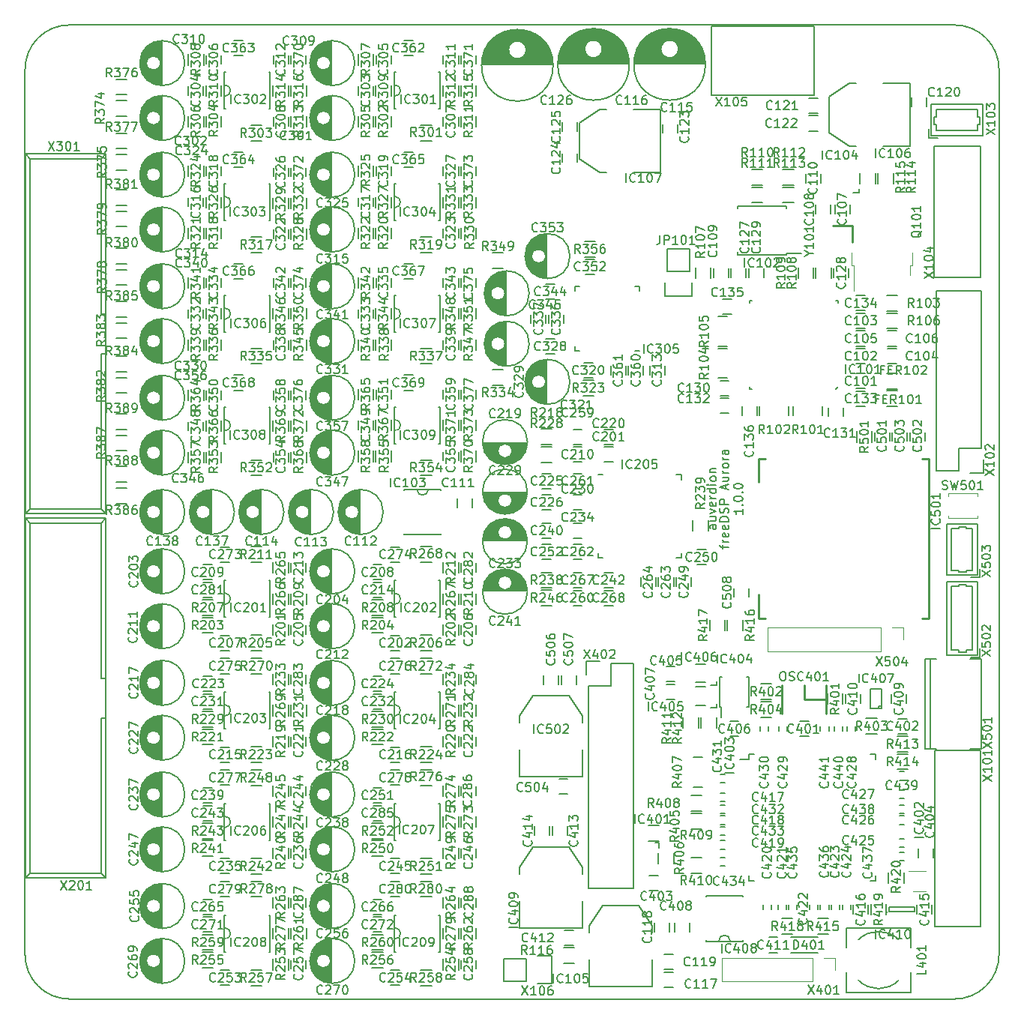
<source format=gbr>
G04 #@! TF.GenerationSoftware,KiCad,Pcbnew,(5.1.0-0)*
G04 #@! TF.CreationDate,2019-04-19T14:21:12+02:00*
G04 #@! TF.ProjectId,freeDSP-aurora DIY,66726565-4453-4502-9d61-75726f726120,rev?*
G04 #@! TF.SameCoordinates,Original*
G04 #@! TF.FileFunction,Legend,Top*
G04 #@! TF.FilePolarity,Positive*
%FSLAX46Y46*%
G04 Gerber Fmt 4.6, Leading zero omitted, Abs format (unit mm)*
G04 Created by KiCad (PCBNEW (5.1.0-0)) date 2019-04-19 14:21:12*
%MOMM*%
%LPD*%
G04 APERTURE LIST*
%ADD10C,0.150000*%
%ADD11C,0.200000*%
%ADD12C,0.254000*%
%ADD13C,0.120000*%
G04 APERTURE END LIST*
D10*
X95000000Y-45000000D02*
X195000000Y-45000000D01*
X200000000Y-150000000D02*
G75*
G02X195000000Y-155000000I-5000000J0D01*
G01*
X95000000Y-155000000D02*
G75*
G02X90000000Y-150000000I0J5000000D01*
G01*
X195000000Y-45000000D02*
G75*
G02X200000000Y-50000000I0J-5000000D01*
G01*
X90000000Y-50000000D02*
G75*
G02X95000000Y-45000000I5000000J0D01*
G01*
X95000000Y-155000000D02*
X195000000Y-155000000D01*
X90000000Y-150000000D02*
X90000000Y-50000000D01*
X200000000Y-50000000D02*
X200000000Y-150000000D01*
D11*
X168052380Y-101452380D02*
X167528571Y-101452380D01*
X167433333Y-101500000D01*
X167385714Y-101595238D01*
X167385714Y-101785714D01*
X167433333Y-101880952D01*
X168004761Y-101452380D02*
X168052380Y-101547619D01*
X168052380Y-101785714D01*
X168004761Y-101880952D01*
X167909523Y-101928571D01*
X167814285Y-101928571D01*
X167719047Y-101880952D01*
X167671428Y-101785714D01*
X167671428Y-101547619D01*
X167623809Y-101452380D01*
X167385714Y-100547619D02*
X168052380Y-100547619D01*
X167385714Y-100976190D02*
X167909523Y-100976190D01*
X168004761Y-100928571D01*
X168052380Y-100833333D01*
X168052380Y-100690476D01*
X168004761Y-100595238D01*
X167957142Y-100547619D01*
X167385714Y-100166666D02*
X168052380Y-99928571D01*
X167385714Y-99690476D01*
X168004761Y-98928571D02*
X168052380Y-99023809D01*
X168052380Y-99214285D01*
X168004761Y-99309523D01*
X167909523Y-99357142D01*
X167528571Y-99357142D01*
X167433333Y-99309523D01*
X167385714Y-99214285D01*
X167385714Y-99023809D01*
X167433333Y-98928571D01*
X167528571Y-98880952D01*
X167623809Y-98880952D01*
X167719047Y-99357142D01*
X168052380Y-98452380D02*
X167385714Y-98452380D01*
X167576190Y-98452380D02*
X167480952Y-98404761D01*
X167433333Y-98357142D01*
X167385714Y-98261904D01*
X167385714Y-98166666D01*
X168052380Y-97404761D02*
X167052380Y-97404761D01*
X168004761Y-97404761D02*
X168052380Y-97500000D01*
X168052380Y-97690476D01*
X168004761Y-97785714D01*
X167957142Y-97833333D01*
X167861904Y-97880952D01*
X167576190Y-97880952D01*
X167480952Y-97833333D01*
X167433333Y-97785714D01*
X167385714Y-97690476D01*
X167385714Y-97500000D01*
X167433333Y-97404761D01*
X168052380Y-96928571D02*
X167385714Y-96928571D01*
X167052380Y-96928571D02*
X167100000Y-96976190D01*
X167147619Y-96928571D01*
X167100000Y-96880952D01*
X167052380Y-96928571D01*
X167147619Y-96928571D01*
X168052380Y-96309523D02*
X168004761Y-96404761D01*
X167957142Y-96452380D01*
X167861904Y-96500000D01*
X167576190Y-96500000D01*
X167480952Y-96452380D01*
X167433333Y-96404761D01*
X167385714Y-96309523D01*
X167385714Y-96166666D01*
X167433333Y-96071428D01*
X167480952Y-96023809D01*
X167576190Y-95976190D01*
X167861904Y-95976190D01*
X167957142Y-96023809D01*
X168004761Y-96071428D01*
X168052380Y-96166666D01*
X168052380Y-96309523D01*
X167385714Y-95547619D02*
X168052380Y-95547619D01*
X167480952Y-95547619D02*
X167433333Y-95500000D01*
X167385714Y-95404761D01*
X167385714Y-95261904D01*
X167433333Y-95166666D01*
X167528571Y-95119047D01*
X168052380Y-95119047D01*
X168785714Y-104119047D02*
X168785714Y-103738095D01*
X169452380Y-103976190D02*
X168595238Y-103976190D01*
X168500000Y-103928571D01*
X168452380Y-103833333D01*
X168452380Y-103738095D01*
X169452380Y-103404761D02*
X168785714Y-103404761D01*
X168976190Y-103404761D02*
X168880952Y-103357142D01*
X168833333Y-103309523D01*
X168785714Y-103214285D01*
X168785714Y-103119047D01*
X169404761Y-102404761D02*
X169452380Y-102500000D01*
X169452380Y-102690476D01*
X169404761Y-102785714D01*
X169309523Y-102833333D01*
X168928571Y-102833333D01*
X168833333Y-102785714D01*
X168785714Y-102690476D01*
X168785714Y-102500000D01*
X168833333Y-102404761D01*
X168928571Y-102357142D01*
X169023809Y-102357142D01*
X169119047Y-102833333D01*
X169404761Y-101547619D02*
X169452380Y-101642857D01*
X169452380Y-101833333D01*
X169404761Y-101928571D01*
X169309523Y-101976190D01*
X168928571Y-101976190D01*
X168833333Y-101928571D01*
X168785714Y-101833333D01*
X168785714Y-101642857D01*
X168833333Y-101547619D01*
X168928571Y-101500000D01*
X169023809Y-101500000D01*
X169119047Y-101976190D01*
X169452380Y-101071428D02*
X168452380Y-101071428D01*
X168452380Y-100833333D01*
X168500000Y-100690476D01*
X168595238Y-100595238D01*
X168690476Y-100547619D01*
X168880952Y-100500000D01*
X169023809Y-100500000D01*
X169214285Y-100547619D01*
X169309523Y-100595238D01*
X169404761Y-100690476D01*
X169452380Y-100833333D01*
X169452380Y-101071428D01*
X169404761Y-100119047D02*
X169452380Y-99976190D01*
X169452380Y-99738095D01*
X169404761Y-99642857D01*
X169357142Y-99595238D01*
X169261904Y-99547619D01*
X169166666Y-99547619D01*
X169071428Y-99595238D01*
X169023809Y-99642857D01*
X168976190Y-99738095D01*
X168928571Y-99928571D01*
X168880952Y-100023809D01*
X168833333Y-100071428D01*
X168738095Y-100119047D01*
X168642857Y-100119047D01*
X168547619Y-100071428D01*
X168500000Y-100023809D01*
X168452380Y-99928571D01*
X168452380Y-99690476D01*
X168500000Y-99547619D01*
X169452380Y-99119047D02*
X168452380Y-99119047D01*
X168452380Y-98738095D01*
X168500000Y-98642857D01*
X168547619Y-98595238D01*
X168642857Y-98547619D01*
X168785714Y-98547619D01*
X168880952Y-98595238D01*
X168928571Y-98642857D01*
X168976190Y-98738095D01*
X168976190Y-99119047D01*
X169166666Y-97404761D02*
X169166666Y-96928571D01*
X169452380Y-97500000D02*
X168452380Y-97166666D01*
X169452380Y-96833333D01*
X168785714Y-96071428D02*
X169452380Y-96071428D01*
X168785714Y-96500000D02*
X169309523Y-96500000D01*
X169404761Y-96452380D01*
X169452380Y-96357142D01*
X169452380Y-96214285D01*
X169404761Y-96119047D01*
X169357142Y-96071428D01*
X169452380Y-95595238D02*
X168785714Y-95595238D01*
X168976190Y-95595238D02*
X168880952Y-95547619D01*
X168833333Y-95500000D01*
X168785714Y-95404761D01*
X168785714Y-95309523D01*
X169452380Y-94833333D02*
X169404761Y-94928571D01*
X169357142Y-94976190D01*
X169261904Y-95023809D01*
X168976190Y-95023809D01*
X168880952Y-94976190D01*
X168833333Y-94928571D01*
X168785714Y-94833333D01*
X168785714Y-94690476D01*
X168833333Y-94595238D01*
X168880952Y-94547619D01*
X168976190Y-94500000D01*
X169261904Y-94500000D01*
X169357142Y-94547619D01*
X169404761Y-94595238D01*
X169452380Y-94690476D01*
X169452380Y-94833333D01*
X169452380Y-94071428D02*
X168785714Y-94071428D01*
X168976190Y-94071428D02*
X168880952Y-94023809D01*
X168833333Y-93976190D01*
X168785714Y-93880952D01*
X168785714Y-93785714D01*
X169452380Y-93023809D02*
X168928571Y-93023809D01*
X168833333Y-93071428D01*
X168785714Y-93166666D01*
X168785714Y-93357142D01*
X168833333Y-93452380D01*
X169404761Y-93023809D02*
X169452380Y-93119047D01*
X169452380Y-93357142D01*
X169404761Y-93452380D01*
X169309523Y-93500000D01*
X169214285Y-93500000D01*
X169119047Y-93452380D01*
X169071428Y-93357142D01*
X169071428Y-93119047D01*
X169023809Y-93023809D01*
X171052380Y-99642857D02*
X171052380Y-100214285D01*
X171052380Y-99928571D02*
X170052380Y-99928571D01*
X170195238Y-100023809D01*
X170290476Y-100119047D01*
X170338095Y-100214285D01*
X170957142Y-99214285D02*
X171004761Y-99166666D01*
X171052380Y-99214285D01*
X171004761Y-99261904D01*
X170957142Y-99214285D01*
X171052380Y-99214285D01*
X170052380Y-98547619D02*
X170052380Y-98452380D01*
X170100000Y-98357142D01*
X170147619Y-98309523D01*
X170242857Y-98261904D01*
X170433333Y-98214285D01*
X170671428Y-98214285D01*
X170861904Y-98261904D01*
X170957142Y-98309523D01*
X171004761Y-98357142D01*
X171052380Y-98452380D01*
X171052380Y-98547619D01*
X171004761Y-98642857D01*
X170957142Y-98690476D01*
X170861904Y-98738095D01*
X170671428Y-98785714D01*
X170433333Y-98785714D01*
X170242857Y-98738095D01*
X170147619Y-98690476D01*
X170100000Y-98642857D01*
X170052380Y-98547619D01*
X170957142Y-97785714D02*
X171004761Y-97738095D01*
X171052380Y-97785714D01*
X171004761Y-97833333D01*
X170957142Y-97785714D01*
X171052380Y-97785714D01*
X170052380Y-97119047D02*
X170052380Y-97023809D01*
X170100000Y-96928571D01*
X170147619Y-96880952D01*
X170242857Y-96833333D01*
X170433333Y-96785714D01*
X170671428Y-96785714D01*
X170861904Y-96833333D01*
X170957142Y-96880952D01*
X171004761Y-96928571D01*
X171052380Y-97023809D01*
X171052380Y-97119047D01*
X171004761Y-97214285D01*
X170957142Y-97261904D01*
X170861904Y-97309523D01*
X170671428Y-97357142D01*
X170433333Y-97357142D01*
X170242857Y-97309523D01*
X170147619Y-97261904D01*
X170100000Y-97214285D01*
X170052380Y-97119047D01*
D10*
X171775000Y-127960000D02*
X170700000Y-127960000D01*
X186025000Y-127375000D02*
X185440000Y-127375000D01*
X186025000Y-141625000D02*
X185440000Y-141625000D01*
X171775000Y-141625000D02*
X172360000Y-141625000D01*
X171775000Y-127375000D02*
X172360000Y-127375000D01*
X171775000Y-141625000D02*
X171775000Y-141040000D01*
X186025000Y-141625000D02*
X186025000Y-141040000D01*
X186025000Y-127375000D02*
X186025000Y-127960000D01*
X171775000Y-127375000D02*
X171775000Y-127960000D01*
D12*
X192045000Y-94000000D02*
X191300000Y-94000000D01*
X192045000Y-94000000D02*
X192045000Y-112000000D01*
X192045000Y-112000000D02*
X191300000Y-112000000D01*
X172845000Y-94000000D02*
X173590000Y-94000000D01*
X172845000Y-94000000D02*
X172845000Y-96650000D01*
X172845000Y-109350000D02*
X172845000Y-112000000D01*
X173590000Y-112000000D02*
X172845000Y-112000000D01*
D11*
X171850000Y-76100000D02*
X171850000Y-76350000D01*
X172100000Y-76100000D02*
X171850000Y-76100000D01*
X181850000Y-76100000D02*
X181850000Y-76350000D01*
X181600000Y-76100000D02*
X181850000Y-76100000D01*
X171850000Y-86100000D02*
X171850000Y-85850000D01*
X172100000Y-86100000D02*
X171850000Y-86100000D01*
X181850000Y-85850000D02*
X181600000Y-86100000D01*
D10*
X164100000Y-95800000D02*
X163525000Y-95800000D01*
X164100000Y-105200000D02*
X163525000Y-105200000D01*
X154700000Y-105200000D02*
X155275000Y-105200000D01*
X154700000Y-95800000D02*
X155275000Y-95800000D01*
X164100000Y-105200000D02*
X164100000Y-104625000D01*
X154700000Y-105200000D02*
X154700000Y-104625000D01*
X164100000Y-95800000D02*
X164100000Y-96375000D01*
X152131250Y-81781250D02*
X152656250Y-81781250D01*
X152131250Y-74531250D02*
X152656250Y-74531250D01*
X159381250Y-74531250D02*
X158856250Y-74531250D01*
X159381250Y-81781250D02*
X158856250Y-81781250D01*
X152131250Y-74531250D02*
X152131250Y-75056250D01*
X159381250Y-74531250D02*
X159381250Y-75056250D01*
X152131250Y-81781250D02*
X152131250Y-81256250D01*
X99130000Y-59540000D02*
X98580000Y-60100000D01*
X99130000Y-100180000D02*
X98580000Y-99640000D01*
X90030000Y-59540000D02*
X90580000Y-60100000D01*
X90030000Y-100180000D02*
X90580000Y-99640000D01*
X90580000Y-60100000D02*
X98580000Y-60100000D01*
X90030000Y-59540000D02*
X99130000Y-59540000D01*
X90580000Y-99640000D02*
X98580000Y-99640000D01*
X90030000Y-100180000D02*
X99130000Y-100180000D01*
X98580000Y-77610000D02*
X99130000Y-77610000D01*
X98580000Y-82110000D02*
X99130000Y-82110000D01*
X98580000Y-77610000D02*
X98580000Y-60100000D01*
X98580000Y-99640000D02*
X98580000Y-82110000D01*
X99130000Y-100180000D02*
X99130000Y-59540000D01*
X90580000Y-99640000D02*
X90580000Y-60100000D01*
X90030000Y-100180000D02*
X90030000Y-59540000D01*
X99130000Y-100720000D02*
X98580000Y-101280000D01*
X99130000Y-141360000D02*
X98580000Y-140820000D01*
X90030000Y-100720000D02*
X90580000Y-101280000D01*
X90030000Y-141360000D02*
X90580000Y-140820000D01*
X90580000Y-101280000D02*
X98580000Y-101280000D01*
X90030000Y-100720000D02*
X99130000Y-100720000D01*
X90580000Y-140820000D02*
X98580000Y-140820000D01*
X90030000Y-141360000D02*
X99130000Y-141360000D01*
X98580000Y-118790000D02*
X99130000Y-118790000D01*
X98580000Y-123290000D02*
X99130000Y-123290000D01*
X98580000Y-118790000D02*
X98580000Y-101280000D01*
X98580000Y-140820000D02*
X98580000Y-123290000D01*
X99130000Y-141360000D02*
X99130000Y-100720000D01*
X90580000Y-140820000D02*
X90580000Y-101280000D01*
X90030000Y-141360000D02*
X90030000Y-100720000D01*
X190750000Y-144400000D02*
X190750000Y-145400000D01*
X192450000Y-145400000D02*
X192450000Y-144400000D01*
X108037500Y-100000000D02*
G75*
G03X108037500Y-100000000I-2537500J0D01*
G01*
X105300000Y-100000000D02*
G75*
G03X105300000Y-100000000I-800000J0D01*
G01*
X103045000Y-100472000D02*
X103045000Y-99528000D01*
X103185000Y-100944000D02*
X103185000Y-99056000D01*
X103325000Y-101233000D02*
X103325000Y-98767000D01*
X103465000Y-101452000D02*
X103465000Y-98548000D01*
X103605000Y-101631000D02*
X103605000Y-98369000D01*
X103745000Y-99735000D02*
X103745000Y-98220000D01*
X103745000Y-101780000D02*
X103745000Y-100265000D01*
X103885000Y-99488000D02*
X103885000Y-98092000D01*
X103885000Y-101908000D02*
X103885000Y-100512000D01*
X104025000Y-99356000D02*
X104025000Y-97981000D01*
X104025000Y-102019000D02*
X104025000Y-100644000D01*
X104165000Y-99274000D02*
X104165000Y-97886000D01*
X104165000Y-102114000D02*
X104165000Y-100726000D01*
X104305000Y-99224000D02*
X104305000Y-97804000D01*
X104305000Y-102196000D02*
X104305000Y-100776000D01*
X104445000Y-99202000D02*
X104445000Y-97734000D01*
X104445000Y-102266000D02*
X104445000Y-100798000D01*
X104585000Y-99205000D02*
X104585000Y-97673000D01*
X104585000Y-102327000D02*
X104585000Y-100795000D01*
X104725000Y-99232000D02*
X104725000Y-97623000D01*
X104725000Y-102377000D02*
X104725000Y-100768000D01*
X104865000Y-99288000D02*
X104865000Y-97582000D01*
X104865000Y-102418000D02*
X104865000Y-100712000D01*
X105005000Y-99380000D02*
X105005000Y-97549000D01*
X105005000Y-102451000D02*
X105005000Y-100620000D01*
X105145000Y-99527000D02*
X105145000Y-97525000D01*
X105145000Y-102475000D02*
X105145000Y-100473000D01*
X105285000Y-99846000D02*
X105285000Y-97509000D01*
X105285000Y-102491000D02*
X105285000Y-100154000D01*
X105425000Y-102499000D02*
X105425000Y-97501000D01*
X113637500Y-100000000D02*
G75*
G03X113637500Y-100000000I-2537500J0D01*
G01*
X110900000Y-100000000D02*
G75*
G03X110900000Y-100000000I-800000J0D01*
G01*
X108645000Y-100472000D02*
X108645000Y-99528000D01*
X108785000Y-100944000D02*
X108785000Y-99056000D01*
X108925000Y-101233000D02*
X108925000Y-98767000D01*
X109065000Y-101452000D02*
X109065000Y-98548000D01*
X109205000Y-101631000D02*
X109205000Y-98369000D01*
X109345000Y-99735000D02*
X109345000Y-98220000D01*
X109345000Y-101780000D02*
X109345000Y-100265000D01*
X109485000Y-99488000D02*
X109485000Y-98092000D01*
X109485000Y-101908000D02*
X109485000Y-100512000D01*
X109625000Y-99356000D02*
X109625000Y-97981000D01*
X109625000Y-102019000D02*
X109625000Y-100644000D01*
X109765000Y-99274000D02*
X109765000Y-97886000D01*
X109765000Y-102114000D02*
X109765000Y-100726000D01*
X109905000Y-99224000D02*
X109905000Y-97804000D01*
X109905000Y-102196000D02*
X109905000Y-100776000D01*
X110045000Y-99202000D02*
X110045000Y-97734000D01*
X110045000Y-102266000D02*
X110045000Y-100798000D01*
X110185000Y-99205000D02*
X110185000Y-97673000D01*
X110185000Y-102327000D02*
X110185000Y-100795000D01*
X110325000Y-99232000D02*
X110325000Y-97623000D01*
X110325000Y-102377000D02*
X110325000Y-100768000D01*
X110465000Y-99288000D02*
X110465000Y-97582000D01*
X110465000Y-102418000D02*
X110465000Y-100712000D01*
X110605000Y-99380000D02*
X110605000Y-97549000D01*
X110605000Y-102451000D02*
X110605000Y-100620000D01*
X110745000Y-99527000D02*
X110745000Y-97525000D01*
X110745000Y-102475000D02*
X110745000Y-100473000D01*
X110885000Y-99846000D02*
X110885000Y-97509000D01*
X110885000Y-102491000D02*
X110885000Y-100154000D01*
X111025000Y-102499000D02*
X111025000Y-97501000D01*
X119237500Y-100000000D02*
G75*
G03X119237500Y-100000000I-2537500J0D01*
G01*
X116500000Y-100000000D02*
G75*
G03X116500000Y-100000000I-800000J0D01*
G01*
X114245000Y-100472000D02*
X114245000Y-99528000D01*
X114385000Y-100944000D02*
X114385000Y-99056000D01*
X114525000Y-101233000D02*
X114525000Y-98767000D01*
X114665000Y-101452000D02*
X114665000Y-98548000D01*
X114805000Y-101631000D02*
X114805000Y-98369000D01*
X114945000Y-99735000D02*
X114945000Y-98220000D01*
X114945000Y-101780000D02*
X114945000Y-100265000D01*
X115085000Y-99488000D02*
X115085000Y-98092000D01*
X115085000Y-101908000D02*
X115085000Y-100512000D01*
X115225000Y-99356000D02*
X115225000Y-97981000D01*
X115225000Y-102019000D02*
X115225000Y-100644000D01*
X115365000Y-99274000D02*
X115365000Y-97886000D01*
X115365000Y-102114000D02*
X115365000Y-100726000D01*
X115505000Y-99224000D02*
X115505000Y-97804000D01*
X115505000Y-102196000D02*
X115505000Y-100776000D01*
X115645000Y-99202000D02*
X115645000Y-97734000D01*
X115645000Y-102266000D02*
X115645000Y-100798000D01*
X115785000Y-99205000D02*
X115785000Y-97673000D01*
X115785000Y-102327000D02*
X115785000Y-100795000D01*
X115925000Y-99232000D02*
X115925000Y-97623000D01*
X115925000Y-102377000D02*
X115925000Y-100768000D01*
X116065000Y-99288000D02*
X116065000Y-97582000D01*
X116065000Y-102418000D02*
X116065000Y-100712000D01*
X116205000Y-99380000D02*
X116205000Y-97549000D01*
X116205000Y-102451000D02*
X116205000Y-100620000D01*
X116345000Y-99527000D02*
X116345000Y-97525000D01*
X116345000Y-102475000D02*
X116345000Y-100473000D01*
X116485000Y-99846000D02*
X116485000Y-97509000D01*
X116485000Y-102491000D02*
X116485000Y-100154000D01*
X116625000Y-102499000D02*
X116625000Y-97501000D01*
X124837500Y-100000000D02*
G75*
G03X124837500Y-100000000I-2537500J0D01*
G01*
X122100000Y-100000000D02*
G75*
G03X122100000Y-100000000I-800000J0D01*
G01*
X119845000Y-100472000D02*
X119845000Y-99528000D01*
X119985000Y-100944000D02*
X119985000Y-99056000D01*
X120125000Y-101233000D02*
X120125000Y-98767000D01*
X120265000Y-101452000D02*
X120265000Y-98548000D01*
X120405000Y-101631000D02*
X120405000Y-98369000D01*
X120545000Y-99735000D02*
X120545000Y-98220000D01*
X120545000Y-101780000D02*
X120545000Y-100265000D01*
X120685000Y-99488000D02*
X120685000Y-98092000D01*
X120685000Y-101908000D02*
X120685000Y-100512000D01*
X120825000Y-99356000D02*
X120825000Y-97981000D01*
X120825000Y-102019000D02*
X120825000Y-100644000D01*
X120965000Y-99274000D02*
X120965000Y-97886000D01*
X120965000Y-102114000D02*
X120965000Y-100726000D01*
X121105000Y-99224000D02*
X121105000Y-97804000D01*
X121105000Y-102196000D02*
X121105000Y-100776000D01*
X121245000Y-99202000D02*
X121245000Y-97734000D01*
X121245000Y-102266000D02*
X121245000Y-100798000D01*
X121385000Y-99205000D02*
X121385000Y-97673000D01*
X121385000Y-102327000D02*
X121385000Y-100795000D01*
X121525000Y-99232000D02*
X121525000Y-97623000D01*
X121525000Y-102377000D02*
X121525000Y-100768000D01*
X121665000Y-99288000D02*
X121665000Y-97582000D01*
X121665000Y-102418000D02*
X121665000Y-100712000D01*
X121805000Y-99380000D02*
X121805000Y-97549000D01*
X121805000Y-102451000D02*
X121805000Y-100620000D01*
X121945000Y-99527000D02*
X121945000Y-97525000D01*
X121945000Y-102475000D02*
X121945000Y-100473000D01*
X122085000Y-99846000D02*
X122085000Y-97509000D01*
X122085000Y-102491000D02*
X122085000Y-100154000D01*
X122225000Y-102499000D02*
X122225000Y-97501000D01*
X130437500Y-100000000D02*
G75*
G03X130437500Y-100000000I-2537500J0D01*
G01*
X127700000Y-100000000D02*
G75*
G03X127700000Y-100000000I-800000J0D01*
G01*
X125445000Y-100472000D02*
X125445000Y-99528000D01*
X125585000Y-100944000D02*
X125585000Y-99056000D01*
X125725000Y-101233000D02*
X125725000Y-98767000D01*
X125865000Y-101452000D02*
X125865000Y-98548000D01*
X126005000Y-101631000D02*
X126005000Y-98369000D01*
X126145000Y-99735000D02*
X126145000Y-98220000D01*
X126145000Y-101780000D02*
X126145000Y-100265000D01*
X126285000Y-99488000D02*
X126285000Y-98092000D01*
X126285000Y-101908000D02*
X126285000Y-100512000D01*
X126425000Y-99356000D02*
X126425000Y-97981000D01*
X126425000Y-102019000D02*
X126425000Y-100644000D01*
X126565000Y-99274000D02*
X126565000Y-97886000D01*
X126565000Y-102114000D02*
X126565000Y-100726000D01*
X126705000Y-99224000D02*
X126705000Y-97804000D01*
X126705000Y-102196000D02*
X126705000Y-100776000D01*
X126845000Y-99202000D02*
X126845000Y-97734000D01*
X126845000Y-102266000D02*
X126845000Y-100798000D01*
X126985000Y-99205000D02*
X126985000Y-97673000D01*
X126985000Y-102327000D02*
X126985000Y-100795000D01*
X127125000Y-99232000D02*
X127125000Y-97623000D01*
X127125000Y-102377000D02*
X127125000Y-100768000D01*
X127265000Y-99288000D02*
X127265000Y-97582000D01*
X127265000Y-102418000D02*
X127265000Y-100712000D01*
X127405000Y-99380000D02*
X127405000Y-97549000D01*
X127405000Y-102451000D02*
X127405000Y-100620000D01*
X127545000Y-99527000D02*
X127545000Y-97525000D01*
X127545000Y-102475000D02*
X127545000Y-100473000D01*
X127685000Y-99846000D02*
X127685000Y-97509000D01*
X127685000Y-102491000D02*
X127685000Y-100154000D01*
X127825000Y-102499000D02*
X127825000Y-97501000D01*
X144090000Y-150430000D02*
X144090000Y-152970000D01*
X146630000Y-150430000D02*
X144090000Y-150430000D01*
X149450000Y-150150000D02*
X149450000Y-153250000D01*
X147900000Y-150150000D02*
X149450000Y-150150000D01*
X146630000Y-152970000D02*
X146630000Y-150430000D01*
X149450000Y-153250000D02*
X147900000Y-153250000D01*
X146630000Y-152970000D02*
X144090000Y-152970000D01*
X152000000Y-150975000D02*
X150800000Y-150975000D01*
X150800000Y-149225000D02*
X152000000Y-149225000D01*
X186700000Y-120000000D02*
X185500000Y-120000000D01*
X186700000Y-122200000D02*
X186700000Y-120000000D01*
X185500000Y-122200000D02*
X186700000Y-122200000D01*
X185500000Y-120000000D02*
X185500000Y-122200000D01*
X186400000Y-121900000D02*
X186700000Y-121900000D01*
X186400000Y-122200000D02*
X186400000Y-121900000D01*
X192100000Y-57725000D02*
X193100000Y-57725000D01*
X192100000Y-57725000D02*
X192100000Y-56725000D01*
X197600000Y-54525000D02*
X195250000Y-54525000D01*
X197600000Y-55400000D02*
X197600000Y-54525000D01*
X197800000Y-55400000D02*
X197600000Y-55400000D01*
X197800000Y-56200000D02*
X197800000Y-55400000D01*
X197600000Y-56200000D02*
X197800000Y-56200000D01*
X197600000Y-56925000D02*
X197600000Y-56200000D01*
X195250000Y-56925000D02*
X197600000Y-56925000D01*
X192900000Y-54525000D02*
X195250000Y-54525000D01*
X192900000Y-55400000D02*
X192900000Y-54525000D01*
X192700000Y-55400000D02*
X192900000Y-55400000D01*
X192700000Y-56200000D02*
X192700000Y-55400000D01*
X192900000Y-56200000D02*
X192700000Y-56200000D01*
X192900000Y-56925000D02*
X192900000Y-56200000D01*
X195250000Y-56925000D02*
X192900000Y-56925000D01*
X198150000Y-53975000D02*
X192350000Y-53975000D01*
X198150000Y-57475000D02*
X198150000Y-53975000D01*
X192350000Y-57475000D02*
X198150000Y-57475000D01*
X192350000Y-53975000D02*
X192350000Y-57475000D01*
X151300000Y-130150000D02*
X150300000Y-130150000D01*
X150300000Y-131850000D02*
X151300000Y-131850000D01*
X152956000Y-123014000D02*
X152956000Y-123776000D01*
X151432000Y-120728000D02*
X152956000Y-123014000D01*
X147368000Y-120728000D02*
X151432000Y-120728000D01*
X145844000Y-123014000D02*
X147368000Y-120728000D01*
X145844000Y-123776000D02*
X145844000Y-123014000D01*
X152956000Y-129872000D02*
X152956000Y-126824000D01*
X145844000Y-129872000D02*
X152956000Y-129872000D01*
X145844000Y-126824000D02*
X145844000Y-129872000D01*
X171750000Y-109600000D02*
X171750000Y-108600000D01*
X170050000Y-108600000D02*
X170050000Y-109600000D01*
X152250000Y-119500000D02*
X152250000Y-118500000D01*
X150550000Y-118500000D02*
X150550000Y-119500000D01*
X150250000Y-119500000D02*
X150250000Y-118500000D01*
X148550000Y-118500000D02*
X148550000Y-119500000D01*
X131760000Y-135635000D02*
G75*
G03X131760000Y-134365000I0J635000D01*
G01*
X131725000Y-137075000D02*
X131870000Y-137075000D01*
X131725000Y-132925000D02*
X131870000Y-132925000D01*
X136875000Y-132925000D02*
X136730000Y-132925000D01*
X136875000Y-137075000D02*
X136730000Y-137075000D01*
X131725000Y-137075000D02*
X131725000Y-132925000D01*
X136875000Y-137075000D02*
X136875000Y-132925000D01*
X131760000Y-110435000D02*
G75*
G03X131760000Y-109165000I0J635000D01*
G01*
X131725000Y-111875000D02*
X131870000Y-111875000D01*
X131725000Y-107725000D02*
X131870000Y-107725000D01*
X136875000Y-107725000D02*
X136730000Y-107725000D01*
X136875000Y-111875000D02*
X136730000Y-111875000D01*
X131725000Y-111875000D02*
X131725000Y-107725000D01*
X136875000Y-111875000D02*
X136875000Y-107725000D01*
X121775000Y-77000000D02*
X121775000Y-78200000D01*
X120025000Y-78200000D02*
X120025000Y-77000000D01*
X188686000Y-148314000D02*
G75*
G03X184114000Y-148314000I-2286000J-2286000D01*
G01*
X184114000Y-152886000D02*
G75*
G03X188686000Y-152886000I2286000J2286000D01*
G01*
X182750000Y-146950000D02*
X182750000Y-149200000D01*
X182750000Y-154250000D02*
X182750000Y-152000000D01*
X190050000Y-146950000D02*
X190050000Y-149200000D01*
X190050000Y-154250000D02*
X190050000Y-152000000D01*
X182750000Y-146950000D02*
X190050000Y-146950000D01*
X190050000Y-154250000D02*
X182750000Y-154250000D01*
X183550000Y-144400000D02*
X183550000Y-145400000D01*
X185250000Y-145400000D02*
X185250000Y-144400000D01*
X156400000Y-90650000D02*
X155400000Y-90650000D01*
X155400000Y-92350000D02*
X156400000Y-92350000D01*
X132300000Y-113950000D02*
X131300000Y-113950000D01*
X131300000Y-115650000D02*
X132300000Y-115650000D01*
X120050000Y-112800000D02*
X120050000Y-113800000D01*
X121750000Y-113800000D02*
X121750000Y-112800000D01*
X139250000Y-112800000D02*
X139250000Y-113800000D01*
X140950000Y-113800000D02*
X140950000Y-112800000D01*
X113100000Y-113950000D02*
X112100000Y-113950000D01*
X112100000Y-115650000D02*
X113100000Y-115650000D01*
X130300000Y-105950000D02*
X129300000Y-105950000D01*
X129300000Y-107650000D02*
X130300000Y-107650000D01*
X111100000Y-105950000D02*
X110100000Y-105950000D01*
X110100000Y-107650000D02*
X111100000Y-107650000D01*
X152900000Y-92650000D02*
X151900000Y-92650000D01*
X151900000Y-94350000D02*
X152900000Y-94350000D01*
X120050000Y-105800000D02*
X120050000Y-106800000D01*
X121750000Y-106800000D02*
X121750000Y-105800000D01*
X130300000Y-107950000D02*
X129300000Y-107950000D01*
X129300000Y-109650000D02*
X130300000Y-109650000D01*
X113100000Y-126550000D02*
X112100000Y-126550000D01*
X112100000Y-128250000D02*
X113100000Y-128250000D01*
X132300000Y-126550000D02*
X131300000Y-126550000D01*
X131300000Y-128250000D02*
X132300000Y-128250000D01*
X155400000Y-94350000D02*
X156400000Y-94350000D01*
X156400000Y-92650000D02*
X155400000Y-92650000D01*
X120050000Y-125400000D02*
X120050000Y-126400000D01*
X121750000Y-126400000D02*
X121750000Y-125400000D01*
X139250000Y-125400000D02*
X139250000Y-126400000D01*
X140950000Y-126400000D02*
X140950000Y-125400000D01*
X111100000Y-118550000D02*
X110100000Y-118550000D01*
X110100000Y-120250000D02*
X111100000Y-120250000D01*
X130300000Y-118550000D02*
X129300000Y-118550000D01*
X129300000Y-120250000D02*
X130300000Y-120250000D01*
X149400000Y-95650000D02*
X148400000Y-95650000D01*
X148400000Y-97350000D02*
X149400000Y-97350000D01*
X149400000Y-98050000D02*
X148400000Y-98050000D01*
X148400000Y-99750000D02*
X149400000Y-99750000D01*
X151900000Y-99750000D02*
X152900000Y-99750000D01*
X152900000Y-98050000D02*
X151900000Y-98050000D01*
X111100000Y-120550000D02*
X110100000Y-120550000D01*
X110100000Y-122250000D02*
X111100000Y-122250000D01*
X130300000Y-120550000D02*
X129300000Y-120550000D01*
X129300000Y-122250000D02*
X130300000Y-122250000D01*
X151900000Y-102950000D02*
X152900000Y-102950000D01*
X152900000Y-101250000D02*
X151900000Y-101250000D01*
X113100000Y-139150000D02*
X112100000Y-139150000D01*
X112100000Y-140850000D02*
X113100000Y-140850000D01*
X120050000Y-138000000D02*
X120050000Y-139000000D01*
X121750000Y-139000000D02*
X121750000Y-138000000D01*
X111100000Y-131150000D02*
X110100000Y-131150000D01*
X110100000Y-132850000D02*
X111100000Y-132850000D01*
X148400000Y-102950000D02*
X149400000Y-102950000D01*
X149400000Y-101250000D02*
X148400000Y-101250000D01*
X155400000Y-108550000D02*
X156400000Y-108550000D01*
X156400000Y-106850000D02*
X155400000Y-106850000D01*
X111100000Y-133150000D02*
X110100000Y-133150000D01*
X110100000Y-134850000D02*
X111100000Y-134850000D01*
X120050000Y-131000000D02*
X120050000Y-132000000D01*
X121750000Y-132000000D02*
X121750000Y-131000000D01*
X132300000Y-139150000D02*
X131300000Y-139150000D01*
X131300000Y-140850000D02*
X132300000Y-140850000D01*
X139250000Y-138000000D02*
X139250000Y-139000000D01*
X140950000Y-139000000D02*
X140950000Y-138000000D01*
X165250000Y-108400000D02*
X165250000Y-107400000D01*
X163550000Y-107400000D02*
X163550000Y-108400000D01*
X166900000Y-104250000D02*
X165900000Y-104250000D01*
X165900000Y-105950000D02*
X166900000Y-105950000D01*
X130300000Y-131150000D02*
X129300000Y-131150000D01*
X129300000Y-132850000D02*
X130300000Y-132850000D01*
X148400000Y-105350000D02*
X149400000Y-105350000D01*
X149400000Y-103650000D02*
X148400000Y-103650000D01*
X113100000Y-151750000D02*
X112100000Y-151750000D01*
X112100000Y-153450000D02*
X113100000Y-153450000D01*
X132300000Y-151750000D02*
X131300000Y-151750000D01*
X131300000Y-153450000D02*
X132300000Y-153450000D01*
X120050000Y-150600000D02*
X120050000Y-151600000D01*
X121750000Y-151600000D02*
X121750000Y-150600000D01*
X139250000Y-150600000D02*
X139250000Y-151600000D01*
X140950000Y-151600000D02*
X140950000Y-150600000D01*
X151900000Y-97350000D02*
X152900000Y-97350000D01*
X152900000Y-95650000D02*
X151900000Y-95650000D01*
X151900000Y-105350000D02*
X152900000Y-105350000D01*
X152900000Y-103650000D02*
X151900000Y-103650000D01*
X161250000Y-108400000D02*
X161250000Y-107400000D01*
X159550000Y-107400000D02*
X159550000Y-108400000D01*
X111100000Y-143750000D02*
X110100000Y-143750000D01*
X110100000Y-145450000D02*
X111100000Y-145450000D01*
X130300000Y-143750000D02*
X129300000Y-143750000D01*
X129300000Y-145450000D02*
X130300000Y-145450000D01*
X152900000Y-106850000D02*
X151900000Y-106850000D01*
X151900000Y-108550000D02*
X152900000Y-108550000D01*
X155400000Y-110550000D02*
X156400000Y-110550000D01*
X156400000Y-108850000D02*
X155400000Y-108850000D01*
X111100000Y-145750000D02*
X110100000Y-145750000D01*
X110100000Y-147450000D02*
X111100000Y-147450000D01*
X130300000Y-145750000D02*
X129300000Y-145750000D01*
X129300000Y-147450000D02*
X130300000Y-147450000D01*
X112100000Y-105650000D02*
X113100000Y-105650000D01*
X113100000Y-103950000D02*
X112100000Y-103950000D01*
X131300000Y-105650000D02*
X132300000Y-105650000D01*
X132300000Y-103950000D02*
X131300000Y-103950000D01*
X112100000Y-118250000D02*
X113100000Y-118250000D01*
X113100000Y-116550000D02*
X112100000Y-116550000D01*
X131300000Y-118250000D02*
X132300000Y-118250000D01*
X132300000Y-116550000D02*
X131300000Y-116550000D01*
X112100000Y-130850000D02*
X113100000Y-130850000D01*
X113100000Y-129150000D02*
X112100000Y-129150000D01*
X131300000Y-130850000D02*
X132300000Y-130850000D01*
X132300000Y-129150000D02*
X131300000Y-129150000D01*
X112100000Y-143450000D02*
X113100000Y-143450000D01*
X113100000Y-141750000D02*
X112100000Y-141750000D01*
X131300000Y-143450000D02*
X132300000Y-143450000D01*
X132300000Y-141750000D02*
X131300000Y-141750000D01*
X119775000Y-112700000D02*
X119775000Y-113900000D01*
X118025000Y-113900000D02*
X118025000Y-112700000D01*
X138975000Y-112700000D02*
X138975000Y-113900000D01*
X137225000Y-113900000D02*
X137225000Y-112700000D01*
X111200000Y-113675000D02*
X110000000Y-113675000D01*
X110000000Y-111925000D02*
X111200000Y-111925000D01*
X130400000Y-113675000D02*
X129200000Y-113675000D01*
X129200000Y-111925000D02*
X130400000Y-111925000D01*
X115500000Y-113925000D02*
X116700000Y-113925000D01*
X116700000Y-115675000D02*
X115500000Y-115675000D01*
X134700000Y-113925000D02*
X135900000Y-113925000D01*
X135900000Y-115675000D02*
X134700000Y-115675000D01*
X111200000Y-111675000D02*
X110000000Y-111675000D01*
X110000000Y-109925000D02*
X111200000Y-109925000D01*
X130400000Y-111675000D02*
X129200000Y-111675000D01*
X129200000Y-109925000D02*
X130400000Y-109925000D01*
X120025000Y-110400000D02*
X120025000Y-109200000D01*
X121775000Y-109200000D02*
X121775000Y-110400000D01*
X139225000Y-110400000D02*
X139225000Y-109200000D01*
X140975000Y-109200000D02*
X140975000Y-110400000D01*
X115500000Y-103925000D02*
X116700000Y-103925000D01*
X116700000Y-105675000D02*
X115500000Y-105675000D01*
X137225000Y-106900000D02*
X137225000Y-105700000D01*
X138975000Y-105700000D02*
X138975000Y-106900000D01*
X149500000Y-92375000D02*
X148300000Y-92375000D01*
X148300000Y-90625000D02*
X149500000Y-90625000D01*
X119775000Y-125300000D02*
X119775000Y-126500000D01*
X118025000Y-126500000D02*
X118025000Y-125300000D01*
X138975000Y-125300000D02*
X138975000Y-126500000D01*
X137225000Y-126500000D02*
X137225000Y-125300000D01*
X111200000Y-126275000D02*
X110000000Y-126275000D01*
X110000000Y-124525000D02*
X111200000Y-124525000D01*
X130400000Y-126275000D02*
X129200000Y-126275000D01*
X129200000Y-124525000D02*
X130400000Y-124525000D01*
X115500000Y-126525000D02*
X116700000Y-126525000D01*
X116700000Y-128275000D02*
X115500000Y-128275000D01*
X134700000Y-126525000D02*
X135900000Y-126525000D01*
X135900000Y-128275000D02*
X134700000Y-128275000D01*
X149500000Y-94375000D02*
X148300000Y-94375000D01*
X148300000Y-92625000D02*
X149500000Y-92625000D01*
X111200000Y-124275000D02*
X110000000Y-124275000D01*
X110000000Y-122525000D02*
X111200000Y-122525000D01*
X130400000Y-124275000D02*
X129200000Y-124275000D01*
X129200000Y-122525000D02*
X130400000Y-122525000D01*
X120025000Y-123000000D02*
X120025000Y-121800000D01*
X121775000Y-121800000D02*
X121775000Y-123000000D01*
X139225000Y-123000000D02*
X139225000Y-121800000D01*
X140975000Y-121800000D02*
X140975000Y-123000000D01*
X118025000Y-119500000D02*
X118025000Y-118300000D01*
X119775000Y-118300000D02*
X119775000Y-119500000D01*
X137225000Y-119500000D02*
X137225000Y-118300000D01*
X138975000Y-118300000D02*
X138975000Y-119500000D01*
X149500000Y-108575000D02*
X148300000Y-108575000D01*
X148300000Y-106825000D02*
X149500000Y-106825000D01*
X165425000Y-102100000D02*
X165425000Y-100900000D01*
X167175000Y-100900000D02*
X167175000Y-102100000D01*
X119775000Y-137900000D02*
X119775000Y-139100000D01*
X118025000Y-139100000D02*
X118025000Y-137900000D01*
X111200000Y-138875000D02*
X110000000Y-138875000D01*
X110000000Y-137125000D02*
X111200000Y-137125000D01*
X115500000Y-139125000D02*
X116700000Y-139125000D01*
X116700000Y-140875000D02*
X115500000Y-140875000D01*
X111200000Y-136875000D02*
X110000000Y-136875000D01*
X110000000Y-135125000D02*
X111200000Y-135125000D01*
X120025000Y-135600000D02*
X120025000Y-134400000D01*
X121775000Y-134400000D02*
X121775000Y-135600000D01*
X118025000Y-132100000D02*
X118025000Y-130900000D01*
X119775000Y-130900000D02*
X119775000Y-132100000D01*
X149500000Y-110575000D02*
X148300000Y-110575000D01*
X148300000Y-108825000D02*
X149500000Y-108825000D01*
X118025000Y-135600000D02*
X118025000Y-134400000D01*
X119775000Y-134400000D02*
X119775000Y-135600000D01*
X115500000Y-129125000D02*
X116700000Y-129125000D01*
X116700000Y-130875000D02*
X115500000Y-130875000D01*
X138975000Y-137900000D02*
X138975000Y-139100000D01*
X137225000Y-139100000D02*
X137225000Y-137900000D01*
X130400000Y-138875000D02*
X129200000Y-138875000D01*
X129200000Y-137125000D02*
X130400000Y-137125000D01*
X134700000Y-139125000D02*
X135900000Y-139125000D01*
X135900000Y-140875000D02*
X134700000Y-140875000D01*
X130400000Y-136875000D02*
X129200000Y-136875000D01*
X129200000Y-135125000D02*
X130400000Y-135125000D01*
X119775000Y-150500000D02*
X119775000Y-151700000D01*
X118025000Y-151700000D02*
X118025000Y-150500000D01*
X138975000Y-150500000D02*
X138975000Y-151700000D01*
X137225000Y-151700000D02*
X137225000Y-150500000D01*
X111200000Y-151475000D02*
X110000000Y-151475000D01*
X110000000Y-149725000D02*
X111200000Y-149725000D01*
X130400000Y-151475000D02*
X129200000Y-151475000D01*
X129200000Y-149725000D02*
X130400000Y-149725000D01*
X115500000Y-151725000D02*
X116700000Y-151725000D01*
X116700000Y-153475000D02*
X115500000Y-153475000D01*
X134700000Y-151725000D02*
X135900000Y-151725000D01*
X135900000Y-153475000D02*
X134700000Y-153475000D01*
X111200000Y-149475000D02*
X110000000Y-149475000D01*
X110000000Y-147725000D02*
X111200000Y-147725000D01*
X130400000Y-149475000D02*
X129200000Y-149475000D01*
X129200000Y-147725000D02*
X130400000Y-147725000D01*
X120025000Y-148200000D02*
X120025000Y-147000000D01*
X121775000Y-147000000D02*
X121775000Y-148200000D01*
X139225000Y-148200000D02*
X139225000Y-147000000D01*
X140975000Y-147000000D02*
X140975000Y-148200000D01*
X118025000Y-144700000D02*
X118025000Y-143500000D01*
X119775000Y-143500000D02*
X119775000Y-144700000D01*
X137225000Y-144700000D02*
X137225000Y-143500000D01*
X138975000Y-143500000D02*
X138975000Y-144700000D01*
X129350000Y-52900000D02*
X129350000Y-51900000D01*
X127650000Y-51900000D02*
X127650000Y-52900000D01*
X110150000Y-52900000D02*
X110150000Y-51900000D01*
X108450000Y-51900000D02*
X108450000Y-52900000D01*
X131350000Y-49400000D02*
X131350000Y-48400000D01*
X129650000Y-48400000D02*
X129650000Y-49400000D01*
X112150000Y-49400000D02*
X112150000Y-48400000D01*
X110450000Y-48400000D02*
X110450000Y-49400000D01*
X137250000Y-55400000D02*
X137250000Y-56400000D01*
X138950000Y-56400000D02*
X138950000Y-55400000D01*
X118050000Y-55400000D02*
X118050000Y-56400000D01*
X119750000Y-56400000D02*
X119750000Y-55400000D01*
X137250000Y-48400000D02*
X137250000Y-49400000D01*
X138950000Y-49400000D02*
X138950000Y-48400000D01*
X118050000Y-48400000D02*
X118050000Y-49400000D01*
X119750000Y-49400000D02*
X119750000Y-48400000D01*
X162250000Y-84500000D02*
X162250000Y-83500000D01*
X160550000Y-83500000D02*
X160550000Y-84500000D01*
X110150000Y-65500000D02*
X110150000Y-64500000D01*
X108450000Y-64500000D02*
X108450000Y-65500000D01*
X129350000Y-65500000D02*
X129350000Y-64500000D01*
X127650000Y-64500000D02*
X127650000Y-65500000D01*
X112150000Y-62000000D02*
X112150000Y-61000000D01*
X110450000Y-61000000D02*
X110450000Y-62000000D01*
X131350000Y-62000000D02*
X131350000Y-61000000D01*
X129650000Y-61000000D02*
X129650000Y-62000000D01*
X154100000Y-83150000D02*
X153100000Y-83150000D01*
X153100000Y-84850000D02*
X154100000Y-84850000D01*
X118050000Y-68100000D02*
X118050000Y-69100000D01*
X119750000Y-69100000D02*
X119750000Y-68100000D01*
X137250000Y-68000000D02*
X137250000Y-69000000D01*
X138950000Y-69000000D02*
X138950000Y-68000000D01*
X118050000Y-61100000D02*
X118050000Y-62100000D01*
X119750000Y-62100000D02*
X119750000Y-61100000D01*
X137250000Y-61000000D02*
X137250000Y-62000000D01*
X138950000Y-62000000D02*
X138950000Y-61000000D01*
X148800000Y-82150000D02*
X149800000Y-82150000D01*
X149800000Y-80450000D02*
X148800000Y-80450000D01*
X110150000Y-78100000D02*
X110150000Y-77100000D01*
X108450000Y-77100000D02*
X108450000Y-78100000D01*
X129350000Y-78100000D02*
X129350000Y-77100000D01*
X127650000Y-77100000D02*
X127650000Y-78100000D01*
X112150000Y-74600000D02*
X112150000Y-73600000D01*
X110450000Y-73600000D02*
X110450000Y-74600000D01*
X131350000Y-74600000D02*
X131350000Y-73600000D01*
X129650000Y-73600000D02*
X129650000Y-74600000D01*
X149150000Y-77700000D02*
X149150000Y-78700000D01*
X150850000Y-78700000D02*
X150850000Y-77700000D01*
X118050000Y-80600000D02*
X118050000Y-81600000D01*
X119750000Y-81600000D02*
X119750000Y-80600000D01*
X137250000Y-80600000D02*
X137250000Y-81600000D01*
X138950000Y-81600000D02*
X138950000Y-80600000D01*
X118050000Y-73600000D02*
X118050000Y-74600000D01*
X119750000Y-74600000D02*
X119750000Y-73600000D01*
X137250000Y-73600000D02*
X137250000Y-74600000D01*
X138950000Y-74600000D02*
X138950000Y-73600000D01*
X148800000Y-75950000D02*
X149800000Y-75950000D01*
X149800000Y-74250000D02*
X148800000Y-74250000D01*
X110150000Y-90800000D02*
X110150000Y-89800000D01*
X108450000Y-89800000D02*
X108450000Y-90800000D01*
X129350000Y-90700000D02*
X129350000Y-89700000D01*
X127650000Y-89700000D02*
X127650000Y-90700000D01*
X112150000Y-87300000D02*
X112150000Y-86300000D01*
X110450000Y-86300000D02*
X110450000Y-87300000D01*
X131350000Y-87200000D02*
X131350000Y-86200000D01*
X129650000Y-86200000D02*
X129650000Y-87200000D01*
X154300000Y-71450000D02*
X153300000Y-71450000D01*
X153300000Y-73150000D02*
X154300000Y-73150000D01*
X118050000Y-93300000D02*
X118050000Y-94300000D01*
X119750000Y-94300000D02*
X119750000Y-93300000D01*
X137250000Y-93200000D02*
X137250000Y-94200000D01*
X138950000Y-94200000D02*
X138950000Y-93200000D01*
X118050000Y-86300000D02*
X118050000Y-87300000D01*
X119750000Y-87300000D02*
X119750000Y-86300000D01*
X137250000Y-86200000D02*
X137250000Y-87200000D01*
X138950000Y-87200000D02*
X138950000Y-86200000D01*
X157850000Y-84500000D02*
X157850000Y-83500000D01*
X156150000Y-83500000D02*
X156150000Y-84500000D01*
X133800000Y-46750000D02*
X132800000Y-46750000D01*
X132800000Y-48450000D02*
X133800000Y-48450000D01*
X114600000Y-46750000D02*
X113600000Y-46750000D01*
X113600000Y-48450000D02*
X114600000Y-48450000D01*
X114600000Y-59350000D02*
X113600000Y-59350000D01*
X113600000Y-61050000D02*
X114600000Y-61050000D01*
X133800000Y-59350000D02*
X132800000Y-59350000D01*
X132800000Y-61050000D02*
X133800000Y-61050000D01*
X114600000Y-71950000D02*
X113600000Y-71950000D01*
X113600000Y-73650000D02*
X114600000Y-73650000D01*
X133800000Y-71950000D02*
X132800000Y-71950000D01*
X132800000Y-73650000D02*
X133800000Y-73650000D01*
X114600000Y-84550000D02*
X113600000Y-84550000D01*
X113600000Y-86250000D02*
X114600000Y-86250000D01*
X133800000Y-84550000D02*
X132800000Y-84550000D01*
X132800000Y-86250000D02*
X133800000Y-86250000D01*
X135900000Y-58075000D02*
X134700000Y-58075000D01*
X134700000Y-56325000D02*
X135900000Y-56325000D01*
X129625000Y-56500000D02*
X129625000Y-55300000D01*
X131375000Y-55300000D02*
X131375000Y-56500000D01*
X116700000Y-58075000D02*
X115500000Y-58075000D01*
X115500000Y-56325000D02*
X116700000Y-56325000D01*
X110425000Y-56500000D02*
X110425000Y-55300000D01*
X112175000Y-55300000D02*
X112175000Y-56500000D01*
X127625000Y-56500000D02*
X127625000Y-55300000D01*
X129375000Y-55300000D02*
X129375000Y-56500000D01*
X108425000Y-56500000D02*
X108425000Y-55300000D01*
X110175000Y-55300000D02*
X110175000Y-56500000D01*
X127625000Y-49500000D02*
X127625000Y-48300000D01*
X129375000Y-48300000D02*
X129375000Y-49500000D01*
X108425000Y-49500000D02*
X108425000Y-48300000D01*
X110175000Y-48300000D02*
X110175000Y-49500000D01*
X129625000Y-53000000D02*
X129625000Y-51800000D01*
X131375000Y-51800000D02*
X131375000Y-53000000D01*
X110425000Y-53000000D02*
X110425000Y-51800000D01*
X112175000Y-51800000D02*
X112175000Y-53000000D01*
X139225000Y-56500000D02*
X139225000Y-55300000D01*
X140975000Y-55300000D02*
X140975000Y-56500000D01*
X137225000Y-53000000D02*
X137225000Y-51800000D01*
X138975000Y-51800000D02*
X138975000Y-53000000D01*
X120025000Y-56500000D02*
X120025000Y-55300000D01*
X121775000Y-55300000D02*
X121775000Y-56500000D01*
X118025000Y-53000000D02*
X118025000Y-51800000D01*
X119775000Y-51800000D02*
X119775000Y-53000000D01*
X140975000Y-51800000D02*
X140975000Y-53000000D01*
X139225000Y-53000000D02*
X139225000Y-51800000D01*
X121775000Y-51800000D02*
X121775000Y-53000000D01*
X120025000Y-53000000D02*
X120025000Y-51800000D01*
X116700000Y-70675000D02*
X115500000Y-70675000D01*
X115500000Y-68925000D02*
X116700000Y-68925000D01*
X110425000Y-69100000D02*
X110425000Y-67900000D01*
X112175000Y-67900000D02*
X112175000Y-69100000D01*
X135900000Y-70675000D02*
X134700000Y-70675000D01*
X134700000Y-68925000D02*
X135900000Y-68925000D01*
X129625000Y-69100000D02*
X129625000Y-67900000D01*
X131375000Y-67900000D02*
X131375000Y-69100000D01*
X108425000Y-69100000D02*
X108425000Y-67900000D01*
X110175000Y-67900000D02*
X110175000Y-69100000D01*
X127625000Y-69100000D02*
X127625000Y-67900000D01*
X129375000Y-67900000D02*
X129375000Y-69100000D01*
X153000000Y-85125000D02*
X154200000Y-85125000D01*
X154200000Y-86875000D02*
X153000000Y-86875000D01*
X108425000Y-62100000D02*
X108425000Y-60900000D01*
X110175000Y-60900000D02*
X110175000Y-62100000D01*
X127625000Y-62100000D02*
X127625000Y-60900000D01*
X129375000Y-60900000D02*
X129375000Y-62100000D01*
X110425000Y-65600000D02*
X110425000Y-64400000D01*
X112175000Y-64400000D02*
X112175000Y-65600000D01*
X129625000Y-65600000D02*
X129625000Y-64400000D01*
X131375000Y-64400000D02*
X131375000Y-65600000D01*
X120025000Y-69200000D02*
X120025000Y-68000000D01*
X121775000Y-68000000D02*
X121775000Y-69200000D01*
X118025000Y-65700000D02*
X118025000Y-64500000D01*
X119775000Y-64500000D02*
X119775000Y-65700000D01*
X139225000Y-69100000D02*
X139225000Y-67900000D01*
X140975000Y-67900000D02*
X140975000Y-69100000D01*
X137225000Y-65600000D02*
X137225000Y-64400000D01*
X138975000Y-64400000D02*
X138975000Y-65600000D01*
X121775000Y-64500000D02*
X121775000Y-65700000D01*
X120025000Y-65700000D02*
X120025000Y-64500000D01*
X140975000Y-64400000D02*
X140975000Y-65600000D01*
X139225000Y-65600000D02*
X139225000Y-64400000D01*
X144000000Y-85675000D02*
X142800000Y-85675000D01*
X142800000Y-83925000D02*
X144000000Y-83925000D01*
X116700000Y-83275000D02*
X115500000Y-83275000D01*
X115500000Y-81525000D02*
X116700000Y-81525000D01*
X110425000Y-81700000D02*
X110425000Y-80500000D01*
X112175000Y-80500000D02*
X112175000Y-81700000D01*
X135900000Y-83275000D02*
X134700000Y-83275000D01*
X134700000Y-81525000D02*
X135900000Y-81525000D01*
X129625000Y-81700000D02*
X129625000Y-80500000D01*
X131375000Y-80500000D02*
X131375000Y-81700000D01*
X108425000Y-81700000D02*
X108425000Y-80500000D01*
X110175000Y-80500000D02*
X110175000Y-81700000D01*
X127625000Y-81700000D02*
X127625000Y-80500000D01*
X129375000Y-80500000D02*
X129375000Y-81700000D01*
X108425000Y-74700000D02*
X108425000Y-73500000D01*
X110175000Y-73500000D02*
X110175000Y-74700000D01*
X127625000Y-74700000D02*
X127625000Y-73500000D01*
X129375000Y-73500000D02*
X129375000Y-74700000D01*
X110425000Y-78200000D02*
X110425000Y-77000000D01*
X112175000Y-77000000D02*
X112175000Y-78200000D01*
X129625000Y-78200000D02*
X129625000Y-77000000D01*
X131375000Y-77000000D02*
X131375000Y-78200000D01*
X120025000Y-81700000D02*
X120025000Y-80500000D01*
X121775000Y-80500000D02*
X121775000Y-81700000D01*
X118025000Y-78200000D02*
X118025000Y-77000000D01*
X119775000Y-77000000D02*
X119775000Y-78200000D01*
X139225000Y-81700000D02*
X139225000Y-80500000D01*
X140975000Y-80500000D02*
X140975000Y-81700000D01*
X137225000Y-78200000D02*
X137225000Y-77000000D01*
X138975000Y-77000000D02*
X138975000Y-78200000D01*
X144000000Y-72475000D02*
X142800000Y-72475000D01*
X142800000Y-70725000D02*
X144000000Y-70725000D01*
X140975000Y-77000000D02*
X140975000Y-78200000D01*
X139225000Y-78200000D02*
X139225000Y-77000000D01*
X116700000Y-95875000D02*
X115500000Y-95875000D01*
X115500000Y-94125000D02*
X116700000Y-94125000D01*
X110425000Y-94400000D02*
X110425000Y-93200000D01*
X112175000Y-93200000D02*
X112175000Y-94400000D01*
X135900000Y-95875000D02*
X134700000Y-95875000D01*
X134700000Y-94125000D02*
X135900000Y-94125000D01*
X129625000Y-94300000D02*
X129625000Y-93100000D01*
X131375000Y-93100000D02*
X131375000Y-94300000D01*
X153200000Y-69425000D02*
X154400000Y-69425000D01*
X154400000Y-71175000D02*
X153200000Y-71175000D01*
X108425000Y-94400000D02*
X108425000Y-93200000D01*
X110175000Y-93200000D02*
X110175000Y-94400000D01*
X127625000Y-94300000D02*
X127625000Y-93100000D01*
X129375000Y-93100000D02*
X129375000Y-94300000D01*
X108425000Y-87400000D02*
X108425000Y-86200000D01*
X110175000Y-86200000D02*
X110175000Y-87400000D01*
X127625000Y-87300000D02*
X127625000Y-86100000D01*
X129375000Y-86100000D02*
X129375000Y-87300000D01*
X110425000Y-90900000D02*
X110425000Y-89700000D01*
X112175000Y-89700000D02*
X112175000Y-90900000D01*
X129625000Y-90800000D02*
X129625000Y-89600000D01*
X131375000Y-89600000D02*
X131375000Y-90800000D01*
X120025000Y-94400000D02*
X120025000Y-93200000D01*
X121775000Y-93200000D02*
X121775000Y-94400000D01*
X118025000Y-90900000D02*
X118025000Y-89700000D01*
X119775000Y-89700000D02*
X119775000Y-90900000D01*
X139225000Y-94300000D02*
X139225000Y-93100000D01*
X140975000Y-93100000D02*
X140975000Y-94300000D01*
X137225000Y-90800000D02*
X137225000Y-89600000D01*
X138975000Y-89600000D02*
X138975000Y-90800000D01*
X121775000Y-89700000D02*
X121775000Y-90900000D01*
X120025000Y-90900000D02*
X120025000Y-89700000D01*
X140975000Y-89600000D02*
X140975000Y-90800000D01*
X139225000Y-90800000D02*
X139225000Y-89600000D01*
X163200000Y-151950000D02*
X162200000Y-151950000D01*
X162200000Y-153650000D02*
X163200000Y-153650000D01*
X161050000Y-146400000D02*
X161050000Y-147400000D01*
X162750000Y-147400000D02*
X162750000Y-146400000D01*
X178500000Y-54950000D02*
X179500000Y-54950000D01*
X179500000Y-53250000D02*
X178500000Y-53250000D01*
X183900000Y-83250000D02*
X184900000Y-83250000D01*
X184900000Y-81550000D02*
X183900000Y-81550000D01*
X184900000Y-77550000D02*
X183900000Y-77550000D01*
X183900000Y-79250000D02*
X184900000Y-79250000D01*
X183900000Y-81250000D02*
X184900000Y-81250000D01*
X184900000Y-79550000D02*
X183900000Y-79550000D01*
X188400000Y-79550000D02*
X187400000Y-79550000D01*
X187400000Y-81250000D02*
X188400000Y-81250000D01*
X181450000Y-65300000D02*
X181450000Y-66300000D01*
X183150000Y-66300000D02*
X183150000Y-65300000D01*
X179250000Y-65300000D02*
X179250000Y-66300000D01*
X180950000Y-66300000D02*
X180950000Y-65300000D01*
X169450000Y-73500000D02*
X169450000Y-72500000D01*
X167750000Y-72500000D02*
X167750000Y-73500000D01*
X178150000Y-61800000D02*
X178150000Y-62800000D01*
X179850000Y-62800000D02*
X179850000Y-61800000D01*
X181350000Y-72500000D02*
X181350000Y-73500000D01*
X183050000Y-73500000D02*
X183050000Y-72500000D01*
X171750000Y-72500000D02*
X171750000Y-73500000D01*
X173450000Y-73500000D02*
X173450000Y-72500000D01*
X168500000Y-86850000D02*
X169500000Y-86850000D01*
X169500000Y-85150000D02*
X168500000Y-85150000D01*
X182450000Y-89200000D02*
X182450000Y-88200000D01*
X180750000Y-88200000D02*
X180750000Y-89200000D01*
X184900000Y-86350000D02*
X183900000Y-86350000D01*
X183900000Y-88050000D02*
X184900000Y-88050000D01*
X184900000Y-75550000D02*
X183900000Y-75550000D01*
X183900000Y-77250000D02*
X184900000Y-77250000D01*
X168800000Y-77650000D02*
X169800000Y-77650000D01*
X169800000Y-75950000D02*
X168800000Y-75950000D01*
X172650000Y-89100000D02*
X172650000Y-88100000D01*
X170950000Y-88100000D02*
X170950000Y-89100000D01*
X187300000Y-86325000D02*
X188500000Y-86325000D01*
X188500000Y-88075000D02*
X187300000Y-88075000D01*
X187300000Y-84325000D02*
X188500000Y-84325000D01*
X188500000Y-86075000D02*
X187300000Y-86075000D01*
X188500000Y-77275000D02*
X187300000Y-77275000D01*
X187300000Y-75525000D02*
X188500000Y-75525000D01*
X188500000Y-79275000D02*
X187300000Y-79275000D01*
X187300000Y-77525000D02*
X188500000Y-77525000D01*
X165725000Y-73600000D02*
X165725000Y-72400000D01*
X167475000Y-72400000D02*
X167475000Y-73600000D01*
X181075000Y-72400000D02*
X181075000Y-73600000D01*
X179325000Y-73600000D02*
X179325000Y-72400000D01*
X179075000Y-72400000D02*
X179075000Y-73600000D01*
X177325000Y-73600000D02*
X177325000Y-72400000D01*
X173300000Y-63075000D02*
X172100000Y-63075000D01*
X172100000Y-61325000D02*
X173300000Y-61325000D01*
X173300000Y-65075000D02*
X172100000Y-65075000D01*
X172100000Y-63325000D02*
X173300000Y-63325000D01*
X175600000Y-61325000D02*
X176800000Y-61325000D01*
X176800000Y-63075000D02*
X175600000Y-63075000D01*
X175600000Y-63325000D02*
X176800000Y-63325000D01*
X176800000Y-65075000D02*
X175600000Y-65075000D01*
X188075000Y-61700000D02*
X188075000Y-62900000D01*
X186325000Y-62900000D02*
X186325000Y-61700000D01*
X186075000Y-61700000D02*
X186075000Y-62900000D01*
X184325000Y-62900000D02*
X184325000Y-61700000D01*
X183900000Y-86050000D02*
X184900000Y-86050000D01*
X184900000Y-84350000D02*
X183900000Y-84350000D01*
X188400000Y-81550000D02*
X187400000Y-81550000D01*
X187400000Y-83250000D02*
X188400000Y-83250000D01*
X176725000Y-89100000D02*
X176725000Y-88100000D01*
X180075000Y-89100000D02*
X180075000Y-88100000D01*
X172925000Y-89100000D02*
X172925000Y-88100000D01*
X176275000Y-89100000D02*
X176275000Y-88100000D01*
X168300000Y-81525000D02*
X169300000Y-81525000D01*
X168300000Y-84875000D02*
X169300000Y-84875000D01*
X168300000Y-77925000D02*
X169300000Y-77925000D01*
X168300000Y-81275000D02*
X169300000Y-81275000D01*
X169750000Y-72500000D02*
X169750000Y-73500000D01*
X171450000Y-73500000D02*
X171450000Y-72500000D01*
X168500000Y-88850000D02*
X169500000Y-88850000D01*
X169500000Y-87150000D02*
X168500000Y-87150000D01*
X147150000Y-77700000D02*
X147150000Y-78700000D01*
X148850000Y-78700000D02*
X148850000Y-77700000D01*
X159850000Y-84500000D02*
X159850000Y-83500000D01*
X158150000Y-83500000D02*
X158150000Y-84500000D01*
X152900000Y-90650000D02*
X151900000Y-90650000D01*
X151900000Y-92350000D02*
X152900000Y-92350000D01*
X152900000Y-108850000D02*
X151900000Y-108850000D01*
X151900000Y-110550000D02*
X152900000Y-110550000D01*
X163250000Y-108400000D02*
X163250000Y-107400000D01*
X161550000Y-107400000D02*
X161550000Y-108400000D01*
D12*
X183400000Y-67700000D02*
X183400000Y-69500000D01*
X181200000Y-67700000D02*
X183400000Y-67700000D01*
D10*
X191850000Y-54200000D02*
X191850000Y-53200000D01*
X190150000Y-53200000D02*
X190150000Y-54200000D01*
X178500000Y-56950000D02*
X179500000Y-56950000D01*
X179500000Y-55250000D02*
X178500000Y-55250000D01*
X163200000Y-149950000D02*
X162200000Y-149950000D01*
X162200000Y-151650000D02*
X163200000Y-151650000D01*
X189600000Y-123350000D02*
X188600000Y-123350000D01*
X188600000Y-125050000D02*
X189600000Y-125050000D01*
X168550000Y-134075000D02*
X169050000Y-134075000D01*
X169050000Y-133125000D02*
X168550000Y-133125000D01*
X175000000Y-148050000D02*
X174000000Y-148050000D01*
X174000000Y-149750000D02*
X175000000Y-149750000D01*
X165050000Y-147400000D02*
X165050000Y-146400000D01*
X163350000Y-146400000D02*
X163350000Y-147400000D01*
X168550000Y-132675000D02*
X169050000Y-132675000D01*
X169050000Y-131725000D02*
X168550000Y-131725000D01*
X168550000Y-135275000D02*
X169050000Y-135275000D01*
X169050000Y-134325000D02*
X168550000Y-134325000D01*
X168550000Y-138075000D02*
X169050000Y-138075000D01*
X169050000Y-137125000D02*
X168550000Y-137125000D01*
X174275000Y-144850000D02*
X174275000Y-144350000D01*
X173325000Y-144350000D02*
X173325000Y-144850000D01*
X175975000Y-144850000D02*
X175975000Y-144350000D01*
X175025000Y-144350000D02*
X175025000Y-144850000D01*
X179575000Y-144850000D02*
X179575000Y-144350000D01*
X178625000Y-144350000D02*
X178625000Y-144850000D01*
X181975000Y-144850000D02*
X181975000Y-144350000D01*
X181025000Y-144350000D02*
X181025000Y-144850000D01*
X183275000Y-144850000D02*
X183275000Y-144350000D01*
X182325000Y-144350000D02*
X182325000Y-144850000D01*
X189250000Y-136925000D02*
X188750000Y-136925000D01*
X188750000Y-137875000D02*
X189250000Y-137875000D01*
X189250000Y-134325000D02*
X188750000Y-134325000D01*
X188750000Y-135275000D02*
X189250000Y-135275000D01*
X189250000Y-131425000D02*
X188750000Y-131425000D01*
X188750000Y-132375000D02*
X189250000Y-132375000D01*
X182825000Y-124250000D02*
X182825000Y-124750000D01*
X183775000Y-124750000D02*
X183775000Y-124250000D01*
X175125000Y-124250000D02*
X175125000Y-124750000D01*
X176075000Y-124750000D02*
X176075000Y-124250000D01*
X168550000Y-130575000D02*
X169050000Y-130575000D01*
X169050000Y-129625000D02*
X168550000Y-129625000D01*
X168550000Y-136475000D02*
X169050000Y-136475000D01*
X169050000Y-135525000D02*
X168550000Y-135525000D01*
X168550000Y-139975000D02*
X169050000Y-139975000D01*
X169050000Y-139025000D02*
X168550000Y-139025000D01*
X177175000Y-144850000D02*
X177175000Y-144350000D01*
X176225000Y-144350000D02*
X176225000Y-144850000D01*
X180775000Y-144850000D02*
X180775000Y-144350000D01*
X179825000Y-144350000D02*
X179825000Y-144850000D01*
X189250000Y-138425000D02*
X188750000Y-138425000D01*
X188750000Y-139375000D02*
X189250000Y-139375000D01*
X189250000Y-133125000D02*
X188750000Y-133125000D01*
X188750000Y-134075000D02*
X189250000Y-134075000D01*
X189250000Y-129325000D02*
X188750000Y-129325000D01*
X188750000Y-130275000D02*
X189250000Y-130275000D01*
X181425000Y-124250000D02*
X181425000Y-124750000D01*
X182375000Y-124750000D02*
X182375000Y-124250000D01*
X179825000Y-124250000D02*
X179825000Y-124750000D01*
X180775000Y-124750000D02*
X180775000Y-124250000D01*
X180625000Y-121700000D02*
X180625000Y-120500000D01*
X182375000Y-120500000D02*
X182375000Y-121700000D01*
X174300000Y-123175000D02*
X173100000Y-123175000D01*
X173100000Y-121425000D02*
X174300000Y-121425000D01*
X185000000Y-123325000D02*
X186200000Y-123325000D01*
X186200000Y-125075000D02*
X185000000Y-125075000D01*
X165200000Y-132025000D02*
X166400000Y-132025000D01*
X166400000Y-133775000D02*
X165200000Y-133775000D01*
X165200000Y-134025000D02*
X166400000Y-134025000D01*
X166400000Y-135775000D02*
X165200000Y-135775000D01*
X166400000Y-140775000D02*
X165200000Y-140775000D01*
X165200000Y-139025000D02*
X166400000Y-139025000D01*
X180700000Y-147675000D02*
X179500000Y-147675000D01*
X179500000Y-145925000D02*
X180700000Y-145925000D01*
X176700000Y-147675000D02*
X175500000Y-147675000D01*
X175500000Y-145925000D02*
X176700000Y-145925000D01*
X173025000Y-124250000D02*
X173025000Y-124750000D01*
X173975000Y-124750000D02*
X173975000Y-124250000D01*
X178500000Y-123650000D02*
X177500000Y-123650000D01*
X177500000Y-125350000D02*
X178500000Y-125350000D01*
X166500000Y-131075000D02*
X165500000Y-131075000D01*
X166500000Y-127725000D02*
X165500000Y-127725000D01*
X189550000Y-121600000D02*
X189550000Y-120600000D01*
X187850000Y-120600000D02*
X187850000Y-121600000D01*
X184350000Y-121600000D02*
X184350000Y-120600000D01*
X182650000Y-120600000D02*
X182650000Y-121600000D01*
D12*
X178000000Y-121200000D02*
X178000000Y-119600000D01*
X180500000Y-121200000D02*
X178000000Y-121200000D01*
X175500000Y-119600000D02*
X175500000Y-122800000D01*
X180500000Y-122800000D02*
X180500000Y-119600000D01*
D10*
X161630960Y-137939220D02*
X161630960Y-137329620D01*
X161630960Y-137329620D02*
X161199160Y-137319460D01*
X161600000Y-137175000D02*
X160400000Y-137175000D01*
X160400000Y-135425000D02*
X161600000Y-135425000D01*
X163275000Y-138500000D02*
X163275000Y-139700000D01*
X161525000Y-139700000D02*
X161525000Y-138500000D01*
X160500000Y-142750000D02*
X161500000Y-142750000D01*
X161500000Y-141050000D02*
X160500000Y-141050000D01*
X151250000Y-136500000D02*
X151250000Y-135500000D01*
X149550000Y-135500000D02*
X149550000Y-136500000D01*
X151900000Y-147250000D02*
X150900000Y-147250000D01*
X150900000Y-148950000D02*
X151900000Y-148950000D01*
X149250000Y-136500000D02*
X149250000Y-135500000D01*
X147550000Y-135500000D02*
X147550000Y-136500000D01*
X187400000Y-145200000D02*
G75*
G03X187400000Y-145200000I-100000J0D01*
G01*
X187550000Y-144650000D02*
X187550000Y-145150000D01*
X190450000Y-144650000D02*
X187550000Y-144650000D01*
X190450000Y-145150000D02*
X190450000Y-144650000D01*
X187550000Y-145150000D02*
X190450000Y-145150000D01*
X187275000Y-144300000D02*
X187275000Y-145500000D01*
X185525000Y-145500000D02*
X185525000Y-144300000D01*
X189275000Y-140700000D02*
X189275000Y-141900000D01*
X187525000Y-141900000D02*
X187525000Y-140700000D01*
X192550000Y-139000000D02*
X192550000Y-138000000D01*
X190850000Y-138000000D02*
X190850000Y-139000000D01*
D13*
X191700000Y-140540000D02*
X189800000Y-140540000D01*
X190300000Y-142860000D02*
X191700000Y-142860000D01*
D10*
X163400000Y-117450000D02*
X162400000Y-117450000D01*
X162400000Y-119150000D02*
X163400000Y-119150000D01*
X169600000Y-125350000D02*
X170600000Y-125350000D01*
X170600000Y-123650000D02*
X169600000Y-123650000D01*
X163400000Y-119450000D02*
X162400000Y-119450000D01*
X162400000Y-121150000D02*
X163400000Y-121150000D01*
X168425000Y-121975000D02*
X168650000Y-121975000D01*
X168425000Y-118625000D02*
X168725000Y-118625000D01*
X171775000Y-118625000D02*
X171475000Y-118625000D01*
X171775000Y-121975000D02*
X171475000Y-121975000D01*
X168425000Y-121975000D02*
X168425000Y-118625000D01*
X171775000Y-121975000D02*
X171775000Y-118625000D01*
X168650000Y-121975000D02*
X168650000Y-123200000D01*
X166800000Y-119750003D02*
X165750000Y-119750003D01*
X165750000Y-121850003D02*
X166800000Y-121850003D01*
X167460780Y-122130963D02*
X168070380Y-122130963D01*
X168070380Y-122130963D02*
X168080540Y-121699163D01*
X166800000Y-117150000D02*
X165750000Y-117150000D01*
X165750000Y-119250000D02*
X166800000Y-119250000D01*
X167460780Y-119530960D02*
X168070380Y-119530960D01*
X168070380Y-119530960D02*
X168080540Y-119099160D01*
X174300000Y-121175000D02*
X173100000Y-121175000D01*
X173100000Y-119425000D02*
X174300000Y-119425000D01*
X166075000Y-123200000D02*
X166075000Y-124400000D01*
X164325000Y-124400000D02*
X164325000Y-123200000D01*
X168075000Y-123200000D02*
X168075000Y-124400000D01*
X166325000Y-124400000D02*
X166325000Y-123200000D01*
X188500000Y-125325000D02*
X189700000Y-125325000D01*
X189700000Y-127075000D02*
X188500000Y-127075000D01*
X188500000Y-127325000D02*
X189700000Y-127325000D01*
X189700000Y-129075000D02*
X188500000Y-129075000D01*
X187650000Y-92000000D02*
X187650000Y-91000000D01*
X185950000Y-91000000D02*
X185950000Y-92000000D01*
X191650000Y-92000000D02*
X191650000Y-91000000D01*
X189950000Y-91000000D02*
X189950000Y-92000000D01*
X189650000Y-92000000D02*
X189650000Y-91000000D01*
X187950000Y-91000000D02*
X187950000Y-92000000D01*
X183925000Y-92100000D02*
X183925000Y-90900000D01*
X185675000Y-90900000D02*
X185675000Y-92100000D01*
X163750000Y-57200000D02*
X163750000Y-56200000D01*
X162050000Y-56200000D02*
X162050000Y-57200000D01*
X150650000Y-56000000D02*
X150650000Y-57000000D01*
X152350000Y-57000000D02*
X152350000Y-56000000D01*
X152350000Y-60500000D02*
X152350000Y-59500000D01*
X150650000Y-59500000D02*
X150650000Y-60500000D01*
X192700000Y-58710000D02*
X197900000Y-58710000D01*
X192700000Y-73490000D02*
X192700000Y-58710000D01*
X197900000Y-73490000D02*
X192700000Y-73490000D01*
X197900000Y-58710000D02*
X197900000Y-73490000D01*
X158724000Y-61656000D02*
X161772000Y-61656000D01*
X161772000Y-61656000D02*
X161772000Y-54544000D01*
X161772000Y-54544000D02*
X158724000Y-54544000D01*
X155676000Y-61656000D02*
X154914000Y-61656000D01*
X154914000Y-61656000D02*
X152628000Y-60132000D01*
X152628000Y-60132000D02*
X152628000Y-56068000D01*
X152628000Y-56068000D02*
X154914000Y-54544000D01*
X154914000Y-54544000D02*
X155676000Y-54544000D01*
X153744000Y-150524000D02*
X153744000Y-153572000D01*
X153744000Y-153572000D02*
X160856000Y-153572000D01*
X160856000Y-153572000D02*
X160856000Y-150524000D01*
X153744000Y-147476000D02*
X153744000Y-146714000D01*
X153744000Y-146714000D02*
X155268000Y-144428000D01*
X155268000Y-144428000D02*
X159332000Y-144428000D01*
X159332000Y-144428000D02*
X160856000Y-146714000D01*
X160856000Y-146714000D02*
X160856000Y-147476000D01*
X186924000Y-58670000D02*
X189972000Y-58670000D01*
X189972000Y-58670000D02*
X189972000Y-51558000D01*
X189972000Y-51558000D02*
X186924000Y-51558000D01*
X183876000Y-58670000D02*
X183114000Y-58670000D01*
X183114000Y-58670000D02*
X180828000Y-57146000D01*
X180828000Y-57146000D02*
X180828000Y-53082000D01*
X180828000Y-53082000D02*
X183114000Y-51558000D01*
X183114000Y-51558000D02*
X183876000Y-51558000D01*
X169325000Y-113400000D02*
X169325000Y-112200000D01*
X171075000Y-112200000D02*
X171075000Y-113400000D01*
X167325000Y-113400000D02*
X167325000Y-112200000D01*
X169075000Y-112200000D02*
X169075000Y-113400000D01*
X145844000Y-143924000D02*
X145844000Y-146972000D01*
X145844000Y-146972000D02*
X152956000Y-146972000D01*
X152956000Y-146972000D02*
X152956000Y-143924000D01*
X145844000Y-140876000D02*
X145844000Y-140114000D01*
X145844000Y-140114000D02*
X147368000Y-137828000D01*
X147368000Y-137828000D02*
X151432000Y-137828000D01*
X151432000Y-137828000D02*
X152956000Y-140114000D01*
X152956000Y-140114000D02*
X152956000Y-140876000D01*
X105425000Y-109199000D02*
X105425000Y-104201000D01*
X105285000Y-109191000D02*
X105285000Y-106854000D01*
X105285000Y-106546000D02*
X105285000Y-104209000D01*
X105145000Y-109175000D02*
X105145000Y-107173000D01*
X105145000Y-106227000D02*
X105145000Y-104225000D01*
X105005000Y-109151000D02*
X105005000Y-107320000D01*
X105005000Y-106080000D02*
X105005000Y-104249000D01*
X104865000Y-109118000D02*
X104865000Y-107412000D01*
X104865000Y-105988000D02*
X104865000Y-104282000D01*
X104725000Y-109077000D02*
X104725000Y-107468000D01*
X104725000Y-105932000D02*
X104725000Y-104323000D01*
X104585000Y-109027000D02*
X104585000Y-107495000D01*
X104585000Y-105905000D02*
X104585000Y-104373000D01*
X104445000Y-108966000D02*
X104445000Y-107498000D01*
X104445000Y-105902000D02*
X104445000Y-104434000D01*
X104305000Y-108896000D02*
X104305000Y-107476000D01*
X104305000Y-105924000D02*
X104305000Y-104504000D01*
X104165000Y-108814000D02*
X104165000Y-107426000D01*
X104165000Y-105974000D02*
X104165000Y-104586000D01*
X104025000Y-108719000D02*
X104025000Y-107344000D01*
X104025000Y-106056000D02*
X104025000Y-104681000D01*
X103885000Y-108608000D02*
X103885000Y-107212000D01*
X103885000Y-106188000D02*
X103885000Y-104792000D01*
X103745000Y-108480000D02*
X103745000Y-106965000D01*
X103745000Y-106435000D02*
X103745000Y-104920000D01*
X103605000Y-108331000D02*
X103605000Y-105069000D01*
X103465000Y-108152000D02*
X103465000Y-105248000D01*
X103325000Y-107933000D02*
X103325000Y-105467000D01*
X103185000Y-107644000D02*
X103185000Y-105756000D01*
X103045000Y-107172000D02*
X103045000Y-106228000D01*
X105300000Y-106700000D02*
G75*
G03X105300000Y-106700000I-800000J0D01*
G01*
X108037500Y-106700000D02*
G75*
G03X108037500Y-106700000I-2537500J0D01*
G01*
X124625000Y-109199000D02*
X124625000Y-104201000D01*
X124485000Y-109191000D02*
X124485000Y-106854000D01*
X124485000Y-106546000D02*
X124485000Y-104209000D01*
X124345000Y-109175000D02*
X124345000Y-107173000D01*
X124345000Y-106227000D02*
X124345000Y-104225000D01*
X124205000Y-109151000D02*
X124205000Y-107320000D01*
X124205000Y-106080000D02*
X124205000Y-104249000D01*
X124065000Y-109118000D02*
X124065000Y-107412000D01*
X124065000Y-105988000D02*
X124065000Y-104282000D01*
X123925000Y-109077000D02*
X123925000Y-107468000D01*
X123925000Y-105932000D02*
X123925000Y-104323000D01*
X123785000Y-109027000D02*
X123785000Y-107495000D01*
X123785000Y-105905000D02*
X123785000Y-104373000D01*
X123645000Y-108966000D02*
X123645000Y-107498000D01*
X123645000Y-105902000D02*
X123645000Y-104434000D01*
X123505000Y-108896000D02*
X123505000Y-107476000D01*
X123505000Y-105924000D02*
X123505000Y-104504000D01*
X123365000Y-108814000D02*
X123365000Y-107426000D01*
X123365000Y-105974000D02*
X123365000Y-104586000D01*
X123225000Y-108719000D02*
X123225000Y-107344000D01*
X123225000Y-106056000D02*
X123225000Y-104681000D01*
X123085000Y-108608000D02*
X123085000Y-107212000D01*
X123085000Y-106188000D02*
X123085000Y-104792000D01*
X122945000Y-108480000D02*
X122945000Y-106965000D01*
X122945000Y-106435000D02*
X122945000Y-104920000D01*
X122805000Y-108331000D02*
X122805000Y-105069000D01*
X122665000Y-108152000D02*
X122665000Y-105248000D01*
X122525000Y-107933000D02*
X122525000Y-105467000D01*
X122385000Y-107644000D02*
X122385000Y-105756000D01*
X122245000Y-107172000D02*
X122245000Y-106228000D01*
X124500000Y-106700000D02*
G75*
G03X124500000Y-106700000I-800000J0D01*
G01*
X127237500Y-106700000D02*
G75*
G03X127237500Y-106700000I-2537500J0D01*
G01*
X105425000Y-115399000D02*
X105425000Y-110401000D01*
X105285000Y-115391000D02*
X105285000Y-113054000D01*
X105285000Y-112746000D02*
X105285000Y-110409000D01*
X105145000Y-115375000D02*
X105145000Y-113373000D01*
X105145000Y-112427000D02*
X105145000Y-110425000D01*
X105005000Y-115351000D02*
X105005000Y-113520000D01*
X105005000Y-112280000D02*
X105005000Y-110449000D01*
X104865000Y-115318000D02*
X104865000Y-113612000D01*
X104865000Y-112188000D02*
X104865000Y-110482000D01*
X104725000Y-115277000D02*
X104725000Y-113668000D01*
X104725000Y-112132000D02*
X104725000Y-110523000D01*
X104585000Y-115227000D02*
X104585000Y-113695000D01*
X104585000Y-112105000D02*
X104585000Y-110573000D01*
X104445000Y-115166000D02*
X104445000Y-113698000D01*
X104445000Y-112102000D02*
X104445000Y-110634000D01*
X104305000Y-115096000D02*
X104305000Y-113676000D01*
X104305000Y-112124000D02*
X104305000Y-110704000D01*
X104165000Y-115014000D02*
X104165000Y-113626000D01*
X104165000Y-112174000D02*
X104165000Y-110786000D01*
X104025000Y-114919000D02*
X104025000Y-113544000D01*
X104025000Y-112256000D02*
X104025000Y-110881000D01*
X103885000Y-114808000D02*
X103885000Y-113412000D01*
X103885000Y-112388000D02*
X103885000Y-110992000D01*
X103745000Y-114680000D02*
X103745000Y-113165000D01*
X103745000Y-112635000D02*
X103745000Y-111120000D01*
X103605000Y-114531000D02*
X103605000Y-111269000D01*
X103465000Y-114352000D02*
X103465000Y-111448000D01*
X103325000Y-114133000D02*
X103325000Y-111667000D01*
X103185000Y-113844000D02*
X103185000Y-111956000D01*
X103045000Y-113372000D02*
X103045000Y-112428000D01*
X105300000Y-112900000D02*
G75*
G03X105300000Y-112900000I-800000J0D01*
G01*
X108037500Y-112900000D02*
G75*
G03X108037500Y-112900000I-2537500J0D01*
G01*
X124625000Y-115399000D02*
X124625000Y-110401000D01*
X124485000Y-115391000D02*
X124485000Y-113054000D01*
X124485000Y-112746000D02*
X124485000Y-110409000D01*
X124345000Y-115375000D02*
X124345000Y-113373000D01*
X124345000Y-112427000D02*
X124345000Y-110425000D01*
X124205000Y-115351000D02*
X124205000Y-113520000D01*
X124205000Y-112280000D02*
X124205000Y-110449000D01*
X124065000Y-115318000D02*
X124065000Y-113612000D01*
X124065000Y-112188000D02*
X124065000Y-110482000D01*
X123925000Y-115277000D02*
X123925000Y-113668000D01*
X123925000Y-112132000D02*
X123925000Y-110523000D01*
X123785000Y-115227000D02*
X123785000Y-113695000D01*
X123785000Y-112105000D02*
X123785000Y-110573000D01*
X123645000Y-115166000D02*
X123645000Y-113698000D01*
X123645000Y-112102000D02*
X123645000Y-110634000D01*
X123505000Y-115096000D02*
X123505000Y-113676000D01*
X123505000Y-112124000D02*
X123505000Y-110704000D01*
X123365000Y-115014000D02*
X123365000Y-113626000D01*
X123365000Y-112174000D02*
X123365000Y-110786000D01*
X123225000Y-114919000D02*
X123225000Y-113544000D01*
X123225000Y-112256000D02*
X123225000Y-110881000D01*
X123085000Y-114808000D02*
X123085000Y-113412000D01*
X123085000Y-112388000D02*
X123085000Y-110992000D01*
X122945000Y-114680000D02*
X122945000Y-113165000D01*
X122945000Y-112635000D02*
X122945000Y-111120000D01*
X122805000Y-114531000D02*
X122805000Y-111269000D01*
X122665000Y-114352000D02*
X122665000Y-111448000D01*
X122525000Y-114133000D02*
X122525000Y-111667000D01*
X122385000Y-113844000D02*
X122385000Y-111956000D01*
X122245000Y-113372000D02*
X122245000Y-112428000D01*
X124500000Y-112900000D02*
G75*
G03X124500000Y-112900000I-800000J0D01*
G01*
X127237500Y-112900000D02*
G75*
G03X127237500Y-112900000I-2537500J0D01*
G01*
X105425000Y-121799000D02*
X105425000Y-116801000D01*
X105285000Y-121791000D02*
X105285000Y-119454000D01*
X105285000Y-119146000D02*
X105285000Y-116809000D01*
X105145000Y-121775000D02*
X105145000Y-119773000D01*
X105145000Y-118827000D02*
X105145000Y-116825000D01*
X105005000Y-121751000D02*
X105005000Y-119920000D01*
X105005000Y-118680000D02*
X105005000Y-116849000D01*
X104865000Y-121718000D02*
X104865000Y-120012000D01*
X104865000Y-118588000D02*
X104865000Y-116882000D01*
X104725000Y-121677000D02*
X104725000Y-120068000D01*
X104725000Y-118532000D02*
X104725000Y-116923000D01*
X104585000Y-121627000D02*
X104585000Y-120095000D01*
X104585000Y-118505000D02*
X104585000Y-116973000D01*
X104445000Y-121566000D02*
X104445000Y-120098000D01*
X104445000Y-118502000D02*
X104445000Y-117034000D01*
X104305000Y-121496000D02*
X104305000Y-120076000D01*
X104305000Y-118524000D02*
X104305000Y-117104000D01*
X104165000Y-121414000D02*
X104165000Y-120026000D01*
X104165000Y-118574000D02*
X104165000Y-117186000D01*
X104025000Y-121319000D02*
X104025000Y-119944000D01*
X104025000Y-118656000D02*
X104025000Y-117281000D01*
X103885000Y-121208000D02*
X103885000Y-119812000D01*
X103885000Y-118788000D02*
X103885000Y-117392000D01*
X103745000Y-121080000D02*
X103745000Y-119565000D01*
X103745000Y-119035000D02*
X103745000Y-117520000D01*
X103605000Y-120931000D02*
X103605000Y-117669000D01*
X103465000Y-120752000D02*
X103465000Y-117848000D01*
X103325000Y-120533000D02*
X103325000Y-118067000D01*
X103185000Y-120244000D02*
X103185000Y-118356000D01*
X103045000Y-119772000D02*
X103045000Y-118828000D01*
X105300000Y-119300000D02*
G75*
G03X105300000Y-119300000I-800000J0D01*
G01*
X108037500Y-119300000D02*
G75*
G03X108037500Y-119300000I-2537500J0D01*
G01*
X124625000Y-121799000D02*
X124625000Y-116801000D01*
X124485000Y-121791000D02*
X124485000Y-119454000D01*
X124485000Y-119146000D02*
X124485000Y-116809000D01*
X124345000Y-121775000D02*
X124345000Y-119773000D01*
X124345000Y-118827000D02*
X124345000Y-116825000D01*
X124205000Y-121751000D02*
X124205000Y-119920000D01*
X124205000Y-118680000D02*
X124205000Y-116849000D01*
X124065000Y-121718000D02*
X124065000Y-120012000D01*
X124065000Y-118588000D02*
X124065000Y-116882000D01*
X123925000Y-121677000D02*
X123925000Y-120068000D01*
X123925000Y-118532000D02*
X123925000Y-116923000D01*
X123785000Y-121627000D02*
X123785000Y-120095000D01*
X123785000Y-118505000D02*
X123785000Y-116973000D01*
X123645000Y-121566000D02*
X123645000Y-120098000D01*
X123645000Y-118502000D02*
X123645000Y-117034000D01*
X123505000Y-121496000D02*
X123505000Y-120076000D01*
X123505000Y-118524000D02*
X123505000Y-117104000D01*
X123365000Y-121414000D02*
X123365000Y-120026000D01*
X123365000Y-118574000D02*
X123365000Y-117186000D01*
X123225000Y-121319000D02*
X123225000Y-119944000D01*
X123225000Y-118656000D02*
X123225000Y-117281000D01*
X123085000Y-121208000D02*
X123085000Y-119812000D01*
X123085000Y-118788000D02*
X123085000Y-117392000D01*
X122945000Y-121080000D02*
X122945000Y-119565000D01*
X122945000Y-119035000D02*
X122945000Y-117520000D01*
X122805000Y-120931000D02*
X122805000Y-117669000D01*
X122665000Y-120752000D02*
X122665000Y-117848000D01*
X122525000Y-120533000D02*
X122525000Y-118067000D01*
X122385000Y-120244000D02*
X122385000Y-118356000D01*
X122245000Y-119772000D02*
X122245000Y-118828000D01*
X124500000Y-119300000D02*
G75*
G03X124500000Y-119300000I-800000J0D01*
G01*
X127237500Y-119300000D02*
G75*
G03X127237500Y-119300000I-2537500J0D01*
G01*
X105425000Y-127999000D02*
X105425000Y-123001000D01*
X105285000Y-127991000D02*
X105285000Y-125654000D01*
X105285000Y-125346000D02*
X105285000Y-123009000D01*
X105145000Y-127975000D02*
X105145000Y-125973000D01*
X105145000Y-125027000D02*
X105145000Y-123025000D01*
X105005000Y-127951000D02*
X105005000Y-126120000D01*
X105005000Y-124880000D02*
X105005000Y-123049000D01*
X104865000Y-127918000D02*
X104865000Y-126212000D01*
X104865000Y-124788000D02*
X104865000Y-123082000D01*
X104725000Y-127877000D02*
X104725000Y-126268000D01*
X104725000Y-124732000D02*
X104725000Y-123123000D01*
X104585000Y-127827000D02*
X104585000Y-126295000D01*
X104585000Y-124705000D02*
X104585000Y-123173000D01*
X104445000Y-127766000D02*
X104445000Y-126298000D01*
X104445000Y-124702000D02*
X104445000Y-123234000D01*
X104305000Y-127696000D02*
X104305000Y-126276000D01*
X104305000Y-124724000D02*
X104305000Y-123304000D01*
X104165000Y-127614000D02*
X104165000Y-126226000D01*
X104165000Y-124774000D02*
X104165000Y-123386000D01*
X104025000Y-127519000D02*
X104025000Y-126144000D01*
X104025000Y-124856000D02*
X104025000Y-123481000D01*
X103885000Y-127408000D02*
X103885000Y-126012000D01*
X103885000Y-124988000D02*
X103885000Y-123592000D01*
X103745000Y-127280000D02*
X103745000Y-125765000D01*
X103745000Y-125235000D02*
X103745000Y-123720000D01*
X103605000Y-127131000D02*
X103605000Y-123869000D01*
X103465000Y-126952000D02*
X103465000Y-124048000D01*
X103325000Y-126733000D02*
X103325000Y-124267000D01*
X103185000Y-126444000D02*
X103185000Y-124556000D01*
X103045000Y-125972000D02*
X103045000Y-125028000D01*
X105300000Y-125500000D02*
G75*
G03X105300000Y-125500000I-800000J0D01*
G01*
X108037500Y-125500000D02*
G75*
G03X108037500Y-125500000I-2537500J0D01*
G01*
X124625000Y-127999000D02*
X124625000Y-123001000D01*
X124485000Y-127991000D02*
X124485000Y-125654000D01*
X124485000Y-125346000D02*
X124485000Y-123009000D01*
X124345000Y-127975000D02*
X124345000Y-125973000D01*
X124345000Y-125027000D02*
X124345000Y-123025000D01*
X124205000Y-127951000D02*
X124205000Y-126120000D01*
X124205000Y-124880000D02*
X124205000Y-123049000D01*
X124065000Y-127918000D02*
X124065000Y-126212000D01*
X124065000Y-124788000D02*
X124065000Y-123082000D01*
X123925000Y-127877000D02*
X123925000Y-126268000D01*
X123925000Y-124732000D02*
X123925000Y-123123000D01*
X123785000Y-127827000D02*
X123785000Y-126295000D01*
X123785000Y-124705000D02*
X123785000Y-123173000D01*
X123645000Y-127766000D02*
X123645000Y-126298000D01*
X123645000Y-124702000D02*
X123645000Y-123234000D01*
X123505000Y-127696000D02*
X123505000Y-126276000D01*
X123505000Y-124724000D02*
X123505000Y-123304000D01*
X123365000Y-127614000D02*
X123365000Y-126226000D01*
X123365000Y-124774000D02*
X123365000Y-123386000D01*
X123225000Y-127519000D02*
X123225000Y-126144000D01*
X123225000Y-124856000D02*
X123225000Y-123481000D01*
X123085000Y-127408000D02*
X123085000Y-126012000D01*
X123085000Y-124988000D02*
X123085000Y-123592000D01*
X122945000Y-127280000D02*
X122945000Y-125765000D01*
X122945000Y-125235000D02*
X122945000Y-123720000D01*
X122805000Y-127131000D02*
X122805000Y-123869000D01*
X122665000Y-126952000D02*
X122665000Y-124048000D01*
X122525000Y-126733000D02*
X122525000Y-124267000D01*
X122385000Y-126444000D02*
X122385000Y-124556000D01*
X122245000Y-125972000D02*
X122245000Y-125028000D01*
X124500000Y-125500000D02*
G75*
G03X124500000Y-125500000I-800000J0D01*
G01*
X127237500Y-125500000D02*
G75*
G03X127237500Y-125500000I-2537500J0D01*
G01*
X105425000Y-134399000D02*
X105425000Y-129401000D01*
X105285000Y-134391000D02*
X105285000Y-132054000D01*
X105285000Y-131746000D02*
X105285000Y-129409000D01*
X105145000Y-134375000D02*
X105145000Y-132373000D01*
X105145000Y-131427000D02*
X105145000Y-129425000D01*
X105005000Y-134351000D02*
X105005000Y-132520000D01*
X105005000Y-131280000D02*
X105005000Y-129449000D01*
X104865000Y-134318000D02*
X104865000Y-132612000D01*
X104865000Y-131188000D02*
X104865000Y-129482000D01*
X104725000Y-134277000D02*
X104725000Y-132668000D01*
X104725000Y-131132000D02*
X104725000Y-129523000D01*
X104585000Y-134227000D02*
X104585000Y-132695000D01*
X104585000Y-131105000D02*
X104585000Y-129573000D01*
X104445000Y-134166000D02*
X104445000Y-132698000D01*
X104445000Y-131102000D02*
X104445000Y-129634000D01*
X104305000Y-134096000D02*
X104305000Y-132676000D01*
X104305000Y-131124000D02*
X104305000Y-129704000D01*
X104165000Y-134014000D02*
X104165000Y-132626000D01*
X104165000Y-131174000D02*
X104165000Y-129786000D01*
X104025000Y-133919000D02*
X104025000Y-132544000D01*
X104025000Y-131256000D02*
X104025000Y-129881000D01*
X103885000Y-133808000D02*
X103885000Y-132412000D01*
X103885000Y-131388000D02*
X103885000Y-129992000D01*
X103745000Y-133680000D02*
X103745000Y-132165000D01*
X103745000Y-131635000D02*
X103745000Y-130120000D01*
X103605000Y-133531000D02*
X103605000Y-130269000D01*
X103465000Y-133352000D02*
X103465000Y-130448000D01*
X103325000Y-133133000D02*
X103325000Y-130667000D01*
X103185000Y-132844000D02*
X103185000Y-130956000D01*
X103045000Y-132372000D02*
X103045000Y-131428000D01*
X105300000Y-131900000D02*
G75*
G03X105300000Y-131900000I-800000J0D01*
G01*
X108037500Y-131900000D02*
G75*
G03X108037500Y-131900000I-2537500J0D01*
G01*
X124625000Y-134399000D02*
X124625000Y-129401000D01*
X124485000Y-134391000D02*
X124485000Y-132054000D01*
X124485000Y-131746000D02*
X124485000Y-129409000D01*
X124345000Y-134375000D02*
X124345000Y-132373000D01*
X124345000Y-131427000D02*
X124345000Y-129425000D01*
X124205000Y-134351000D02*
X124205000Y-132520000D01*
X124205000Y-131280000D02*
X124205000Y-129449000D01*
X124065000Y-134318000D02*
X124065000Y-132612000D01*
X124065000Y-131188000D02*
X124065000Y-129482000D01*
X123925000Y-134277000D02*
X123925000Y-132668000D01*
X123925000Y-131132000D02*
X123925000Y-129523000D01*
X123785000Y-134227000D02*
X123785000Y-132695000D01*
X123785000Y-131105000D02*
X123785000Y-129573000D01*
X123645000Y-134166000D02*
X123645000Y-132698000D01*
X123645000Y-131102000D02*
X123645000Y-129634000D01*
X123505000Y-134096000D02*
X123505000Y-132676000D01*
X123505000Y-131124000D02*
X123505000Y-129704000D01*
X123365000Y-134014000D02*
X123365000Y-132626000D01*
X123365000Y-131174000D02*
X123365000Y-129786000D01*
X123225000Y-133919000D02*
X123225000Y-132544000D01*
X123225000Y-131256000D02*
X123225000Y-129881000D01*
X123085000Y-133808000D02*
X123085000Y-132412000D01*
X123085000Y-131388000D02*
X123085000Y-129992000D01*
X122945000Y-133680000D02*
X122945000Y-132165000D01*
X122945000Y-131635000D02*
X122945000Y-130120000D01*
X122805000Y-133531000D02*
X122805000Y-130269000D01*
X122665000Y-133352000D02*
X122665000Y-130448000D01*
X122525000Y-133133000D02*
X122525000Y-130667000D01*
X122385000Y-132844000D02*
X122385000Y-130956000D01*
X122245000Y-132372000D02*
X122245000Y-131428000D01*
X124500000Y-131900000D02*
G75*
G03X124500000Y-131900000I-800000J0D01*
G01*
X127237500Y-131900000D02*
G75*
G03X127237500Y-131900000I-2537500J0D01*
G01*
X105425000Y-140599000D02*
X105425000Y-135601000D01*
X105285000Y-140591000D02*
X105285000Y-138254000D01*
X105285000Y-137946000D02*
X105285000Y-135609000D01*
X105145000Y-140575000D02*
X105145000Y-138573000D01*
X105145000Y-137627000D02*
X105145000Y-135625000D01*
X105005000Y-140551000D02*
X105005000Y-138720000D01*
X105005000Y-137480000D02*
X105005000Y-135649000D01*
X104865000Y-140518000D02*
X104865000Y-138812000D01*
X104865000Y-137388000D02*
X104865000Y-135682000D01*
X104725000Y-140477000D02*
X104725000Y-138868000D01*
X104725000Y-137332000D02*
X104725000Y-135723000D01*
X104585000Y-140427000D02*
X104585000Y-138895000D01*
X104585000Y-137305000D02*
X104585000Y-135773000D01*
X104445000Y-140366000D02*
X104445000Y-138898000D01*
X104445000Y-137302000D02*
X104445000Y-135834000D01*
X104305000Y-140296000D02*
X104305000Y-138876000D01*
X104305000Y-137324000D02*
X104305000Y-135904000D01*
X104165000Y-140214000D02*
X104165000Y-138826000D01*
X104165000Y-137374000D02*
X104165000Y-135986000D01*
X104025000Y-140119000D02*
X104025000Y-138744000D01*
X104025000Y-137456000D02*
X104025000Y-136081000D01*
X103885000Y-140008000D02*
X103885000Y-138612000D01*
X103885000Y-137588000D02*
X103885000Y-136192000D01*
X103745000Y-139880000D02*
X103745000Y-138365000D01*
X103745000Y-137835000D02*
X103745000Y-136320000D01*
X103605000Y-139731000D02*
X103605000Y-136469000D01*
X103465000Y-139552000D02*
X103465000Y-136648000D01*
X103325000Y-139333000D02*
X103325000Y-136867000D01*
X103185000Y-139044000D02*
X103185000Y-137156000D01*
X103045000Y-138572000D02*
X103045000Y-137628000D01*
X105300000Y-138100000D02*
G75*
G03X105300000Y-138100000I-800000J0D01*
G01*
X108037500Y-138100000D02*
G75*
G03X108037500Y-138100000I-2537500J0D01*
G01*
X124625000Y-140599000D02*
X124625000Y-135601000D01*
X124485000Y-140591000D02*
X124485000Y-138254000D01*
X124485000Y-137946000D02*
X124485000Y-135609000D01*
X124345000Y-140575000D02*
X124345000Y-138573000D01*
X124345000Y-137627000D02*
X124345000Y-135625000D01*
X124205000Y-140551000D02*
X124205000Y-138720000D01*
X124205000Y-137480000D02*
X124205000Y-135649000D01*
X124065000Y-140518000D02*
X124065000Y-138812000D01*
X124065000Y-137388000D02*
X124065000Y-135682000D01*
X123925000Y-140477000D02*
X123925000Y-138868000D01*
X123925000Y-137332000D02*
X123925000Y-135723000D01*
X123785000Y-140427000D02*
X123785000Y-138895000D01*
X123785000Y-137305000D02*
X123785000Y-135773000D01*
X123645000Y-140366000D02*
X123645000Y-138898000D01*
X123645000Y-137302000D02*
X123645000Y-135834000D01*
X123505000Y-140296000D02*
X123505000Y-138876000D01*
X123505000Y-137324000D02*
X123505000Y-135904000D01*
X123365000Y-140214000D02*
X123365000Y-138826000D01*
X123365000Y-137374000D02*
X123365000Y-135986000D01*
X123225000Y-140119000D02*
X123225000Y-138744000D01*
X123225000Y-137456000D02*
X123225000Y-136081000D01*
X123085000Y-140008000D02*
X123085000Y-138612000D01*
X123085000Y-137588000D02*
X123085000Y-136192000D01*
X122945000Y-139880000D02*
X122945000Y-138365000D01*
X122945000Y-137835000D02*
X122945000Y-136320000D01*
X122805000Y-139731000D02*
X122805000Y-136469000D01*
X122665000Y-139552000D02*
X122665000Y-136648000D01*
X122525000Y-139333000D02*
X122525000Y-136867000D01*
X122385000Y-139044000D02*
X122385000Y-137156000D01*
X122245000Y-138572000D02*
X122245000Y-137628000D01*
X124500000Y-138100000D02*
G75*
G03X124500000Y-138100000I-800000J0D01*
G01*
X127237500Y-138100000D02*
G75*
G03X127237500Y-138100000I-2537500J0D01*
G01*
X105425000Y-146999000D02*
X105425000Y-142001000D01*
X105285000Y-146991000D02*
X105285000Y-144654000D01*
X105285000Y-144346000D02*
X105285000Y-142009000D01*
X105145000Y-146975000D02*
X105145000Y-144973000D01*
X105145000Y-144027000D02*
X105145000Y-142025000D01*
X105005000Y-146951000D02*
X105005000Y-145120000D01*
X105005000Y-143880000D02*
X105005000Y-142049000D01*
X104865000Y-146918000D02*
X104865000Y-145212000D01*
X104865000Y-143788000D02*
X104865000Y-142082000D01*
X104725000Y-146877000D02*
X104725000Y-145268000D01*
X104725000Y-143732000D02*
X104725000Y-142123000D01*
X104585000Y-146827000D02*
X104585000Y-145295000D01*
X104585000Y-143705000D02*
X104585000Y-142173000D01*
X104445000Y-146766000D02*
X104445000Y-145298000D01*
X104445000Y-143702000D02*
X104445000Y-142234000D01*
X104305000Y-146696000D02*
X104305000Y-145276000D01*
X104305000Y-143724000D02*
X104305000Y-142304000D01*
X104165000Y-146614000D02*
X104165000Y-145226000D01*
X104165000Y-143774000D02*
X104165000Y-142386000D01*
X104025000Y-146519000D02*
X104025000Y-145144000D01*
X104025000Y-143856000D02*
X104025000Y-142481000D01*
X103885000Y-146408000D02*
X103885000Y-145012000D01*
X103885000Y-143988000D02*
X103885000Y-142592000D01*
X103745000Y-146280000D02*
X103745000Y-144765000D01*
X103745000Y-144235000D02*
X103745000Y-142720000D01*
X103605000Y-146131000D02*
X103605000Y-142869000D01*
X103465000Y-145952000D02*
X103465000Y-143048000D01*
X103325000Y-145733000D02*
X103325000Y-143267000D01*
X103185000Y-145444000D02*
X103185000Y-143556000D01*
X103045000Y-144972000D02*
X103045000Y-144028000D01*
X105300000Y-144500000D02*
G75*
G03X105300000Y-144500000I-800000J0D01*
G01*
X108037500Y-144500000D02*
G75*
G03X108037500Y-144500000I-2537500J0D01*
G01*
X124625000Y-146999000D02*
X124625000Y-142001000D01*
X124485000Y-146991000D02*
X124485000Y-144654000D01*
X124485000Y-144346000D02*
X124485000Y-142009000D01*
X124345000Y-146975000D02*
X124345000Y-144973000D01*
X124345000Y-144027000D02*
X124345000Y-142025000D01*
X124205000Y-146951000D02*
X124205000Y-145120000D01*
X124205000Y-143880000D02*
X124205000Y-142049000D01*
X124065000Y-146918000D02*
X124065000Y-145212000D01*
X124065000Y-143788000D02*
X124065000Y-142082000D01*
X123925000Y-146877000D02*
X123925000Y-145268000D01*
X123925000Y-143732000D02*
X123925000Y-142123000D01*
X123785000Y-146827000D02*
X123785000Y-145295000D01*
X123785000Y-143705000D02*
X123785000Y-142173000D01*
X123645000Y-146766000D02*
X123645000Y-145298000D01*
X123645000Y-143702000D02*
X123645000Y-142234000D01*
X123505000Y-146696000D02*
X123505000Y-145276000D01*
X123505000Y-143724000D02*
X123505000Y-142304000D01*
X123365000Y-146614000D02*
X123365000Y-145226000D01*
X123365000Y-143774000D02*
X123365000Y-142386000D01*
X123225000Y-146519000D02*
X123225000Y-145144000D01*
X123225000Y-143856000D02*
X123225000Y-142481000D01*
X123085000Y-146408000D02*
X123085000Y-145012000D01*
X123085000Y-143988000D02*
X123085000Y-142592000D01*
X122945000Y-146280000D02*
X122945000Y-144765000D01*
X122945000Y-144235000D02*
X122945000Y-142720000D01*
X122805000Y-146131000D02*
X122805000Y-142869000D01*
X122665000Y-145952000D02*
X122665000Y-143048000D01*
X122525000Y-145733000D02*
X122525000Y-143267000D01*
X122385000Y-145444000D02*
X122385000Y-143556000D01*
X122245000Y-144972000D02*
X122245000Y-144028000D01*
X124500000Y-144500000D02*
G75*
G03X124500000Y-144500000I-800000J0D01*
G01*
X127237500Y-144500000D02*
G75*
G03X127237500Y-144500000I-2537500J0D01*
G01*
X105425000Y-153199000D02*
X105425000Y-148201000D01*
X105285000Y-153191000D02*
X105285000Y-150854000D01*
X105285000Y-150546000D02*
X105285000Y-148209000D01*
X105145000Y-153175000D02*
X105145000Y-151173000D01*
X105145000Y-150227000D02*
X105145000Y-148225000D01*
X105005000Y-153151000D02*
X105005000Y-151320000D01*
X105005000Y-150080000D02*
X105005000Y-148249000D01*
X104865000Y-153118000D02*
X104865000Y-151412000D01*
X104865000Y-149988000D02*
X104865000Y-148282000D01*
X104725000Y-153077000D02*
X104725000Y-151468000D01*
X104725000Y-149932000D02*
X104725000Y-148323000D01*
X104585000Y-153027000D02*
X104585000Y-151495000D01*
X104585000Y-149905000D02*
X104585000Y-148373000D01*
X104445000Y-152966000D02*
X104445000Y-151498000D01*
X104445000Y-149902000D02*
X104445000Y-148434000D01*
X104305000Y-152896000D02*
X104305000Y-151476000D01*
X104305000Y-149924000D02*
X104305000Y-148504000D01*
X104165000Y-152814000D02*
X104165000Y-151426000D01*
X104165000Y-149974000D02*
X104165000Y-148586000D01*
X104025000Y-152719000D02*
X104025000Y-151344000D01*
X104025000Y-150056000D02*
X104025000Y-148681000D01*
X103885000Y-152608000D02*
X103885000Y-151212000D01*
X103885000Y-150188000D02*
X103885000Y-148792000D01*
X103745000Y-152480000D02*
X103745000Y-150965000D01*
X103745000Y-150435000D02*
X103745000Y-148920000D01*
X103605000Y-152331000D02*
X103605000Y-149069000D01*
X103465000Y-152152000D02*
X103465000Y-149248000D01*
X103325000Y-151933000D02*
X103325000Y-149467000D01*
X103185000Y-151644000D02*
X103185000Y-149756000D01*
X103045000Y-151172000D02*
X103045000Y-150228000D01*
X105300000Y-150700000D02*
G75*
G03X105300000Y-150700000I-800000J0D01*
G01*
X108037500Y-150700000D02*
G75*
G03X108037500Y-150700000I-2537500J0D01*
G01*
X124625000Y-153199000D02*
X124625000Y-148201000D01*
X124485000Y-153191000D02*
X124485000Y-150854000D01*
X124485000Y-150546000D02*
X124485000Y-148209000D01*
X124345000Y-153175000D02*
X124345000Y-151173000D01*
X124345000Y-150227000D02*
X124345000Y-148225000D01*
X124205000Y-153151000D02*
X124205000Y-151320000D01*
X124205000Y-150080000D02*
X124205000Y-148249000D01*
X124065000Y-153118000D02*
X124065000Y-151412000D01*
X124065000Y-149988000D02*
X124065000Y-148282000D01*
X123925000Y-153077000D02*
X123925000Y-151468000D01*
X123925000Y-149932000D02*
X123925000Y-148323000D01*
X123785000Y-153027000D02*
X123785000Y-151495000D01*
X123785000Y-149905000D02*
X123785000Y-148373000D01*
X123645000Y-152966000D02*
X123645000Y-151498000D01*
X123645000Y-149902000D02*
X123645000Y-148434000D01*
X123505000Y-152896000D02*
X123505000Y-151476000D01*
X123505000Y-149924000D02*
X123505000Y-148504000D01*
X123365000Y-152814000D02*
X123365000Y-151426000D01*
X123365000Y-149974000D02*
X123365000Y-148586000D01*
X123225000Y-152719000D02*
X123225000Y-151344000D01*
X123225000Y-150056000D02*
X123225000Y-148681000D01*
X123085000Y-152608000D02*
X123085000Y-151212000D01*
X123085000Y-150188000D02*
X123085000Y-148792000D01*
X122945000Y-152480000D02*
X122945000Y-150965000D01*
X122945000Y-150435000D02*
X122945000Y-148920000D01*
X122805000Y-152331000D02*
X122805000Y-149069000D01*
X122665000Y-152152000D02*
X122665000Y-149248000D01*
X122525000Y-151933000D02*
X122525000Y-149467000D01*
X122385000Y-151644000D02*
X122385000Y-149756000D01*
X122245000Y-151172000D02*
X122245000Y-150228000D01*
X124500000Y-150700000D02*
G75*
G03X124500000Y-150700000I-800000J0D01*
G01*
X127237500Y-150700000D02*
G75*
G03X127237500Y-150700000I-2537500J0D01*
G01*
X158710000Y-142530000D02*
X158710000Y-117130000D01*
X153630000Y-119670000D02*
X153630000Y-142530000D01*
X158710000Y-142530000D02*
X153630000Y-142530000D01*
X158710000Y-117130000D02*
X156170000Y-117130000D01*
X154900000Y-116850000D02*
X153350000Y-116850000D01*
X156170000Y-117130000D02*
X156170000Y-119670000D01*
X156170000Y-119670000D02*
X153630000Y-119670000D01*
X153350000Y-116850000D02*
X153350000Y-118400000D01*
X162530000Y-72830000D02*
X162530000Y-70290000D01*
X162250000Y-75650000D02*
X162250000Y-74100000D01*
X162530000Y-72830000D02*
X165070000Y-72830000D01*
X165350000Y-74100000D02*
X165350000Y-75650000D01*
X165350000Y-75650000D02*
X162250000Y-75650000D01*
X165070000Y-72830000D02*
X165070000Y-70290000D01*
X165070000Y-70290000D02*
X162530000Y-70290000D01*
X192890000Y-75030000D02*
X192890000Y-95350000D01*
X197970000Y-92810000D02*
X197970000Y-75030000D01*
X192890000Y-75030000D02*
X197970000Y-75030000D01*
X192890000Y-95350000D02*
X195430000Y-95350000D01*
X196700000Y-95630000D02*
X198250000Y-95630000D01*
X195430000Y-95350000D02*
X195430000Y-92810000D01*
X195430000Y-92810000D02*
X197970000Y-92810000D01*
X198250000Y-95630000D02*
X198250000Y-94080000D01*
X167500000Y-45150000D02*
X167500000Y-52900000D01*
X179100000Y-45150000D02*
X179100000Y-52900000D01*
X167500000Y-45150000D02*
X179100000Y-45150000D01*
X167500000Y-52900000D02*
X179100000Y-52900000D01*
X197930000Y-146815000D02*
X192730000Y-146815000D01*
X197930000Y-126955000D02*
X197930000Y-146815000D01*
X192730000Y-126955000D02*
X197930000Y-126955000D01*
X192730000Y-146815000D02*
X192730000Y-126955000D01*
X194075000Y-116150000D02*
X197575000Y-116150000D01*
X197575000Y-116150000D02*
X197575000Y-107850000D01*
X197575000Y-107850000D02*
X194075000Y-107850000D01*
X194075000Y-107850000D02*
X194075000Y-116150000D01*
X197025000Y-112000000D02*
X197025000Y-115600000D01*
X197025000Y-115600000D02*
X196300000Y-115600000D01*
X196300000Y-115600000D02*
X196300000Y-115800000D01*
X196300000Y-115800000D02*
X195500000Y-115800000D01*
X195500000Y-115800000D02*
X195500000Y-115600000D01*
X195500000Y-115600000D02*
X194625000Y-115600000D01*
X194625000Y-115600000D02*
X194625000Y-112000000D01*
X197025000Y-112000000D02*
X197025000Y-108400000D01*
X197025000Y-108400000D02*
X196300000Y-108400000D01*
X196300000Y-108400000D02*
X196300000Y-108200000D01*
X196300000Y-108200000D02*
X195500000Y-108200000D01*
X195500000Y-108200000D02*
X195500000Y-108400000D01*
X195500000Y-108400000D02*
X194625000Y-108400000D01*
X194625000Y-108400000D02*
X194625000Y-112000000D01*
X197825000Y-116400000D02*
X196825000Y-116400000D01*
X197825000Y-116400000D02*
X197825000Y-115400000D01*
X194075000Y-107150000D02*
X197575000Y-107150000D01*
X197575000Y-107150000D02*
X197575000Y-101350000D01*
X197575000Y-101350000D02*
X194075000Y-101350000D01*
X194075000Y-101350000D02*
X194075000Y-107150000D01*
X197025000Y-104250000D02*
X197025000Y-106600000D01*
X197025000Y-106600000D02*
X196300000Y-106600000D01*
X196300000Y-106600000D02*
X196300000Y-106800000D01*
X196300000Y-106800000D02*
X195500000Y-106800000D01*
X195500000Y-106800000D02*
X195500000Y-106600000D01*
X195500000Y-106600000D02*
X194625000Y-106600000D01*
X194625000Y-106600000D02*
X194625000Y-104250000D01*
X197025000Y-104250000D02*
X197025000Y-101900000D01*
X197025000Y-101900000D02*
X196300000Y-101900000D01*
X196300000Y-101900000D02*
X196300000Y-101700000D01*
X196300000Y-101700000D02*
X195500000Y-101700000D01*
X195500000Y-101700000D02*
X195500000Y-101900000D01*
X195500000Y-101900000D02*
X194625000Y-101900000D01*
X194625000Y-101900000D02*
X194625000Y-104250000D01*
X197825000Y-107400000D02*
X196825000Y-107400000D01*
X197825000Y-107400000D02*
X197825000Y-106400000D01*
X192260000Y-116610000D02*
X192260000Y-126770000D01*
X196705000Y-116610000D02*
X197975000Y-116610000D01*
X192895000Y-126770000D02*
X191625000Y-126770000D01*
X191625000Y-126770000D02*
X191625000Y-116610000D01*
X191625000Y-116610000D02*
X192895000Y-116610000D01*
X197975000Y-116610000D02*
X197975000Y-126770000D01*
X197975000Y-126770000D02*
X196705000Y-126770000D01*
X141601000Y-49475000D02*
X149599000Y-49475000D01*
X141606000Y-49335000D02*
X149594000Y-49335000D01*
X141616000Y-49195000D02*
X149584000Y-49195000D01*
X141631000Y-49055000D02*
X149569000Y-49055000D01*
X141651000Y-48915000D02*
X149549000Y-48915000D01*
X141676000Y-48775000D02*
X145378000Y-48775000D01*
X145822000Y-48775000D02*
X149524000Y-48775000D01*
X141706000Y-48635000D02*
X145050000Y-48635000D01*
X146150000Y-48635000D02*
X149494000Y-48635000D01*
X141742000Y-48495000D02*
X144881000Y-48495000D01*
X146319000Y-48495000D02*
X149458000Y-48495000D01*
X141783000Y-48355000D02*
X144768000Y-48355000D01*
X146432000Y-48355000D02*
X149417000Y-48355000D01*
X141829000Y-48215000D02*
X144690000Y-48215000D01*
X146510000Y-48215000D02*
X149371000Y-48215000D01*
X141882000Y-48075000D02*
X144639000Y-48075000D01*
X146561000Y-48075000D02*
X149318000Y-48075000D01*
X141941000Y-47935000D02*
X144609000Y-47935000D01*
X146591000Y-47935000D02*
X149259000Y-47935000D01*
X142006000Y-47795000D02*
X144600000Y-47795000D01*
X146600000Y-47795000D02*
X149194000Y-47795000D01*
X142077000Y-47655000D02*
X144611000Y-47655000D01*
X146589000Y-47655000D02*
X149123000Y-47655000D01*
X142156000Y-47515000D02*
X144641000Y-47515000D01*
X146559000Y-47515000D02*
X149044000Y-47515000D01*
X142243000Y-47375000D02*
X144695000Y-47375000D01*
X146505000Y-47375000D02*
X148957000Y-47375000D01*
X142338000Y-47235000D02*
X144775000Y-47235000D01*
X146425000Y-47235000D02*
X148862000Y-47235000D01*
X142442000Y-47095000D02*
X144891000Y-47095000D01*
X146309000Y-47095000D02*
X148758000Y-47095000D01*
X142556000Y-46955000D02*
X145065000Y-46955000D01*
X146135000Y-46955000D02*
X148644000Y-46955000D01*
X142681000Y-46815000D02*
X145427000Y-46815000D01*
X145773000Y-46815000D02*
X148519000Y-46815000D01*
X142819000Y-46675000D02*
X148381000Y-46675000D01*
X142971000Y-46535000D02*
X148229000Y-46535000D01*
X143141000Y-46395000D02*
X148059000Y-46395000D01*
X143332000Y-46255000D02*
X147868000Y-46255000D01*
X143550000Y-46115000D02*
X147650000Y-46115000D01*
X143806000Y-45975000D02*
X147394000Y-45975000D01*
X144117000Y-45835000D02*
X147083000Y-45835000D01*
X144533000Y-45695000D02*
X146667000Y-45695000D01*
X145400000Y-45555000D02*
X145800000Y-45555000D01*
X146600000Y-47800000D02*
G75*
G03X146600000Y-47800000I-1000000J0D01*
G01*
X149637500Y-49550000D02*
G75*
G03X149637500Y-49550000I-4037500J0D01*
G01*
X158801000Y-49375000D02*
X166799000Y-49375000D01*
X158806000Y-49235000D02*
X166794000Y-49235000D01*
X158816000Y-49095000D02*
X166784000Y-49095000D01*
X158831000Y-48955000D02*
X166769000Y-48955000D01*
X158851000Y-48815000D02*
X166749000Y-48815000D01*
X158876000Y-48675000D02*
X162578000Y-48675000D01*
X163022000Y-48675000D02*
X166724000Y-48675000D01*
X158906000Y-48535000D02*
X162250000Y-48535000D01*
X163350000Y-48535000D02*
X166694000Y-48535000D01*
X158942000Y-48395000D02*
X162081000Y-48395000D01*
X163519000Y-48395000D02*
X166658000Y-48395000D01*
X158983000Y-48255000D02*
X161968000Y-48255000D01*
X163632000Y-48255000D02*
X166617000Y-48255000D01*
X159029000Y-48115000D02*
X161890000Y-48115000D01*
X163710000Y-48115000D02*
X166571000Y-48115000D01*
X159082000Y-47975000D02*
X161839000Y-47975000D01*
X163761000Y-47975000D02*
X166518000Y-47975000D01*
X159141000Y-47835000D02*
X161809000Y-47835000D01*
X163791000Y-47835000D02*
X166459000Y-47835000D01*
X159206000Y-47695000D02*
X161800000Y-47695000D01*
X163800000Y-47695000D02*
X166394000Y-47695000D01*
X159277000Y-47555000D02*
X161811000Y-47555000D01*
X163789000Y-47555000D02*
X166323000Y-47555000D01*
X159356000Y-47415000D02*
X161841000Y-47415000D01*
X163759000Y-47415000D02*
X166244000Y-47415000D01*
X159443000Y-47275000D02*
X161895000Y-47275000D01*
X163705000Y-47275000D02*
X166157000Y-47275000D01*
X159538000Y-47135000D02*
X161975000Y-47135000D01*
X163625000Y-47135000D02*
X166062000Y-47135000D01*
X159642000Y-46995000D02*
X162091000Y-46995000D01*
X163509000Y-46995000D02*
X165958000Y-46995000D01*
X159756000Y-46855000D02*
X162265000Y-46855000D01*
X163335000Y-46855000D02*
X165844000Y-46855000D01*
X159881000Y-46715000D02*
X162627000Y-46715000D01*
X162973000Y-46715000D02*
X165719000Y-46715000D01*
X160019000Y-46575000D02*
X165581000Y-46575000D01*
X160171000Y-46435000D02*
X165429000Y-46435000D01*
X160341000Y-46295000D02*
X165259000Y-46295000D01*
X160532000Y-46155000D02*
X165068000Y-46155000D01*
X160750000Y-46015000D02*
X164850000Y-46015000D01*
X161006000Y-45875000D02*
X164594000Y-45875000D01*
X161317000Y-45735000D02*
X164283000Y-45735000D01*
X161733000Y-45595000D02*
X163867000Y-45595000D01*
X162600000Y-45455000D02*
X163000000Y-45455000D01*
X163800000Y-47700000D02*
G75*
G03X163800000Y-47700000I-1000000J0D01*
G01*
X166837500Y-49450000D02*
G75*
G03X166837500Y-49450000I-4037500J0D01*
G01*
X150201000Y-49375000D02*
X158199000Y-49375000D01*
X150206000Y-49235000D02*
X158194000Y-49235000D01*
X150216000Y-49095000D02*
X158184000Y-49095000D01*
X150231000Y-48955000D02*
X158169000Y-48955000D01*
X150251000Y-48815000D02*
X158149000Y-48815000D01*
X150276000Y-48675000D02*
X153978000Y-48675000D01*
X154422000Y-48675000D02*
X158124000Y-48675000D01*
X150306000Y-48535000D02*
X153650000Y-48535000D01*
X154750000Y-48535000D02*
X158094000Y-48535000D01*
X150342000Y-48395000D02*
X153481000Y-48395000D01*
X154919000Y-48395000D02*
X158058000Y-48395000D01*
X150383000Y-48255000D02*
X153368000Y-48255000D01*
X155032000Y-48255000D02*
X158017000Y-48255000D01*
X150429000Y-48115000D02*
X153290000Y-48115000D01*
X155110000Y-48115000D02*
X157971000Y-48115000D01*
X150482000Y-47975000D02*
X153239000Y-47975000D01*
X155161000Y-47975000D02*
X157918000Y-47975000D01*
X150541000Y-47835000D02*
X153209000Y-47835000D01*
X155191000Y-47835000D02*
X157859000Y-47835000D01*
X150606000Y-47695000D02*
X153200000Y-47695000D01*
X155200000Y-47695000D02*
X157794000Y-47695000D01*
X150677000Y-47555000D02*
X153211000Y-47555000D01*
X155189000Y-47555000D02*
X157723000Y-47555000D01*
X150756000Y-47415000D02*
X153241000Y-47415000D01*
X155159000Y-47415000D02*
X157644000Y-47415000D01*
X150843000Y-47275000D02*
X153295000Y-47275000D01*
X155105000Y-47275000D02*
X157557000Y-47275000D01*
X150938000Y-47135000D02*
X153375000Y-47135000D01*
X155025000Y-47135000D02*
X157462000Y-47135000D01*
X151042000Y-46995000D02*
X153491000Y-46995000D01*
X154909000Y-46995000D02*
X157358000Y-46995000D01*
X151156000Y-46855000D02*
X153665000Y-46855000D01*
X154735000Y-46855000D02*
X157244000Y-46855000D01*
X151281000Y-46715000D02*
X154027000Y-46715000D01*
X154373000Y-46715000D02*
X157119000Y-46715000D01*
X151419000Y-46575000D02*
X156981000Y-46575000D01*
X151571000Y-46435000D02*
X156829000Y-46435000D01*
X151741000Y-46295000D02*
X156659000Y-46295000D01*
X151932000Y-46155000D02*
X156468000Y-46155000D01*
X152150000Y-46015000D02*
X156250000Y-46015000D01*
X152406000Y-45875000D02*
X155994000Y-45875000D01*
X152717000Y-45735000D02*
X155683000Y-45735000D01*
X153133000Y-45595000D02*
X155267000Y-45595000D01*
X154000000Y-45455000D02*
X154400000Y-45455000D01*
X155200000Y-47700000D02*
G75*
G03X155200000Y-47700000I-1000000J0D01*
G01*
X158237500Y-49450000D02*
G75*
G03X158237500Y-49450000I-4037500J0D01*
G01*
X146699000Y-92175000D02*
X141701000Y-92175000D01*
X146691000Y-92315000D02*
X144354000Y-92315000D01*
X144046000Y-92315000D02*
X141709000Y-92315000D01*
X146675000Y-92455000D02*
X144673000Y-92455000D01*
X143727000Y-92455000D02*
X141725000Y-92455000D01*
X146651000Y-92595000D02*
X144820000Y-92595000D01*
X143580000Y-92595000D02*
X141749000Y-92595000D01*
X146618000Y-92735000D02*
X144912000Y-92735000D01*
X143488000Y-92735000D02*
X141782000Y-92735000D01*
X146577000Y-92875000D02*
X144968000Y-92875000D01*
X143432000Y-92875000D02*
X141823000Y-92875000D01*
X146527000Y-93015000D02*
X144995000Y-93015000D01*
X143405000Y-93015000D02*
X141873000Y-93015000D01*
X146466000Y-93155000D02*
X144998000Y-93155000D01*
X143402000Y-93155000D02*
X141934000Y-93155000D01*
X146396000Y-93295000D02*
X144976000Y-93295000D01*
X143424000Y-93295000D02*
X142004000Y-93295000D01*
X146314000Y-93435000D02*
X144926000Y-93435000D01*
X143474000Y-93435000D02*
X142086000Y-93435000D01*
X146219000Y-93575000D02*
X144844000Y-93575000D01*
X143556000Y-93575000D02*
X142181000Y-93575000D01*
X146108000Y-93715000D02*
X144712000Y-93715000D01*
X143688000Y-93715000D02*
X142292000Y-93715000D01*
X145980000Y-93855000D02*
X144465000Y-93855000D01*
X143935000Y-93855000D02*
X142420000Y-93855000D01*
X145831000Y-93995000D02*
X142569000Y-93995000D01*
X145652000Y-94135000D02*
X142748000Y-94135000D01*
X145433000Y-94275000D02*
X142967000Y-94275000D01*
X145144000Y-94415000D02*
X143256000Y-94415000D01*
X144672000Y-94555000D02*
X143728000Y-94555000D01*
X145000000Y-93100000D02*
G75*
G03X145000000Y-93100000I-800000J0D01*
G01*
X146737500Y-92100000D02*
G75*
G03X146737500Y-92100000I-2537500J0D01*
G01*
X146699000Y-97775000D02*
X141701000Y-97775000D01*
X146691000Y-97915000D02*
X144354000Y-97915000D01*
X144046000Y-97915000D02*
X141709000Y-97915000D01*
X146675000Y-98055000D02*
X144673000Y-98055000D01*
X143727000Y-98055000D02*
X141725000Y-98055000D01*
X146651000Y-98195000D02*
X144820000Y-98195000D01*
X143580000Y-98195000D02*
X141749000Y-98195000D01*
X146618000Y-98335000D02*
X144912000Y-98335000D01*
X143488000Y-98335000D02*
X141782000Y-98335000D01*
X146577000Y-98475000D02*
X144968000Y-98475000D01*
X143432000Y-98475000D02*
X141823000Y-98475000D01*
X146527000Y-98615000D02*
X144995000Y-98615000D01*
X143405000Y-98615000D02*
X141873000Y-98615000D01*
X146466000Y-98755000D02*
X144998000Y-98755000D01*
X143402000Y-98755000D02*
X141934000Y-98755000D01*
X146396000Y-98895000D02*
X144976000Y-98895000D01*
X143424000Y-98895000D02*
X142004000Y-98895000D01*
X146314000Y-99035000D02*
X144926000Y-99035000D01*
X143474000Y-99035000D02*
X142086000Y-99035000D01*
X146219000Y-99175000D02*
X144844000Y-99175000D01*
X143556000Y-99175000D02*
X142181000Y-99175000D01*
X146108000Y-99315000D02*
X144712000Y-99315000D01*
X143688000Y-99315000D02*
X142292000Y-99315000D01*
X145980000Y-99455000D02*
X144465000Y-99455000D01*
X143935000Y-99455000D02*
X142420000Y-99455000D01*
X145831000Y-99595000D02*
X142569000Y-99595000D01*
X145652000Y-99735000D02*
X142748000Y-99735000D01*
X145433000Y-99875000D02*
X142967000Y-99875000D01*
X145144000Y-100015000D02*
X143256000Y-100015000D01*
X144672000Y-100155000D02*
X143728000Y-100155000D01*
X145000000Y-98700000D02*
G75*
G03X145000000Y-98700000I-800000J0D01*
G01*
X146737500Y-97700000D02*
G75*
G03X146737500Y-97700000I-2537500J0D01*
G01*
X141701000Y-103225000D02*
X146699000Y-103225000D01*
X141709000Y-103085000D02*
X144046000Y-103085000D01*
X144354000Y-103085000D02*
X146691000Y-103085000D01*
X141725000Y-102945000D02*
X143727000Y-102945000D01*
X144673000Y-102945000D02*
X146675000Y-102945000D01*
X141749000Y-102805000D02*
X143580000Y-102805000D01*
X144820000Y-102805000D02*
X146651000Y-102805000D01*
X141782000Y-102665000D02*
X143488000Y-102665000D01*
X144912000Y-102665000D02*
X146618000Y-102665000D01*
X141823000Y-102525000D02*
X143432000Y-102525000D01*
X144968000Y-102525000D02*
X146577000Y-102525000D01*
X141873000Y-102385000D02*
X143405000Y-102385000D01*
X144995000Y-102385000D02*
X146527000Y-102385000D01*
X141934000Y-102245000D02*
X143402000Y-102245000D01*
X144998000Y-102245000D02*
X146466000Y-102245000D01*
X142004000Y-102105000D02*
X143424000Y-102105000D01*
X144976000Y-102105000D02*
X146396000Y-102105000D01*
X142086000Y-101965000D02*
X143474000Y-101965000D01*
X144926000Y-101965000D02*
X146314000Y-101965000D01*
X142181000Y-101825000D02*
X143556000Y-101825000D01*
X144844000Y-101825000D02*
X146219000Y-101825000D01*
X142292000Y-101685000D02*
X143688000Y-101685000D01*
X144712000Y-101685000D02*
X146108000Y-101685000D01*
X142420000Y-101545000D02*
X143935000Y-101545000D01*
X144465000Y-101545000D02*
X145980000Y-101545000D01*
X142569000Y-101405000D02*
X145831000Y-101405000D01*
X142748000Y-101265000D02*
X145652000Y-101265000D01*
X142967000Y-101125000D02*
X145433000Y-101125000D01*
X143256000Y-100985000D02*
X145144000Y-100985000D01*
X143728000Y-100845000D02*
X144672000Y-100845000D01*
X145000000Y-102300000D02*
G75*
G03X145000000Y-102300000I-800000J0D01*
G01*
X146737500Y-103300000D02*
G75*
G03X146737500Y-103300000I-2537500J0D01*
G01*
X141701000Y-108925000D02*
X146699000Y-108925000D01*
X141709000Y-108785000D02*
X144046000Y-108785000D01*
X144354000Y-108785000D02*
X146691000Y-108785000D01*
X141725000Y-108645000D02*
X143727000Y-108645000D01*
X144673000Y-108645000D02*
X146675000Y-108645000D01*
X141749000Y-108505000D02*
X143580000Y-108505000D01*
X144820000Y-108505000D02*
X146651000Y-108505000D01*
X141782000Y-108365000D02*
X143488000Y-108365000D01*
X144912000Y-108365000D02*
X146618000Y-108365000D01*
X141823000Y-108225000D02*
X143432000Y-108225000D01*
X144968000Y-108225000D02*
X146577000Y-108225000D01*
X141873000Y-108085000D02*
X143405000Y-108085000D01*
X144995000Y-108085000D02*
X146527000Y-108085000D01*
X141934000Y-107945000D02*
X143402000Y-107945000D01*
X144998000Y-107945000D02*
X146466000Y-107945000D01*
X142004000Y-107805000D02*
X143424000Y-107805000D01*
X144976000Y-107805000D02*
X146396000Y-107805000D01*
X142086000Y-107665000D02*
X143474000Y-107665000D01*
X144926000Y-107665000D02*
X146314000Y-107665000D01*
X142181000Y-107525000D02*
X143556000Y-107525000D01*
X144844000Y-107525000D02*
X146219000Y-107525000D01*
X142292000Y-107385000D02*
X143688000Y-107385000D01*
X144712000Y-107385000D02*
X146108000Y-107385000D01*
X142420000Y-107245000D02*
X143935000Y-107245000D01*
X144465000Y-107245000D02*
X145980000Y-107245000D01*
X142569000Y-107105000D02*
X145831000Y-107105000D01*
X142748000Y-106965000D02*
X145652000Y-106965000D01*
X142967000Y-106825000D02*
X145433000Y-106825000D01*
X143256000Y-106685000D02*
X145144000Y-106685000D01*
X143728000Y-106545000D02*
X144672000Y-106545000D01*
X145000000Y-108000000D02*
G75*
G03X145000000Y-108000000I-800000J0D01*
G01*
X146737500Y-109000000D02*
G75*
G03X146737500Y-109000000I-2537500J0D01*
G01*
X124625000Y-57999000D02*
X124625000Y-53001000D01*
X124485000Y-57991000D02*
X124485000Y-55654000D01*
X124485000Y-55346000D02*
X124485000Y-53009000D01*
X124345000Y-57975000D02*
X124345000Y-55973000D01*
X124345000Y-55027000D02*
X124345000Y-53025000D01*
X124205000Y-57951000D02*
X124205000Y-56120000D01*
X124205000Y-54880000D02*
X124205000Y-53049000D01*
X124065000Y-57918000D02*
X124065000Y-56212000D01*
X124065000Y-54788000D02*
X124065000Y-53082000D01*
X123925000Y-57877000D02*
X123925000Y-56268000D01*
X123925000Y-54732000D02*
X123925000Y-53123000D01*
X123785000Y-57827000D02*
X123785000Y-56295000D01*
X123785000Y-54705000D02*
X123785000Y-53173000D01*
X123645000Y-57766000D02*
X123645000Y-56298000D01*
X123645000Y-54702000D02*
X123645000Y-53234000D01*
X123505000Y-57696000D02*
X123505000Y-56276000D01*
X123505000Y-54724000D02*
X123505000Y-53304000D01*
X123365000Y-57614000D02*
X123365000Y-56226000D01*
X123365000Y-54774000D02*
X123365000Y-53386000D01*
X123225000Y-57519000D02*
X123225000Y-56144000D01*
X123225000Y-54856000D02*
X123225000Y-53481000D01*
X123085000Y-57408000D02*
X123085000Y-56012000D01*
X123085000Y-54988000D02*
X123085000Y-53592000D01*
X122945000Y-57280000D02*
X122945000Y-55765000D01*
X122945000Y-55235000D02*
X122945000Y-53720000D01*
X122805000Y-57131000D02*
X122805000Y-53869000D01*
X122665000Y-56952000D02*
X122665000Y-54048000D01*
X122525000Y-56733000D02*
X122525000Y-54267000D01*
X122385000Y-56444000D02*
X122385000Y-54556000D01*
X122245000Y-55972000D02*
X122245000Y-55028000D01*
X124500000Y-55500000D02*
G75*
G03X124500000Y-55500000I-800000J0D01*
G01*
X127237500Y-55500000D02*
G75*
G03X127237500Y-55500000I-2537500J0D01*
G01*
X105425000Y-57999000D02*
X105425000Y-53001000D01*
X105285000Y-57991000D02*
X105285000Y-55654000D01*
X105285000Y-55346000D02*
X105285000Y-53009000D01*
X105145000Y-57975000D02*
X105145000Y-55973000D01*
X105145000Y-55027000D02*
X105145000Y-53025000D01*
X105005000Y-57951000D02*
X105005000Y-56120000D01*
X105005000Y-54880000D02*
X105005000Y-53049000D01*
X104865000Y-57918000D02*
X104865000Y-56212000D01*
X104865000Y-54788000D02*
X104865000Y-53082000D01*
X104725000Y-57877000D02*
X104725000Y-56268000D01*
X104725000Y-54732000D02*
X104725000Y-53123000D01*
X104585000Y-57827000D02*
X104585000Y-56295000D01*
X104585000Y-54705000D02*
X104585000Y-53173000D01*
X104445000Y-57766000D02*
X104445000Y-56298000D01*
X104445000Y-54702000D02*
X104445000Y-53234000D01*
X104305000Y-57696000D02*
X104305000Y-56276000D01*
X104305000Y-54724000D02*
X104305000Y-53304000D01*
X104165000Y-57614000D02*
X104165000Y-56226000D01*
X104165000Y-54774000D02*
X104165000Y-53386000D01*
X104025000Y-57519000D02*
X104025000Y-56144000D01*
X104025000Y-54856000D02*
X104025000Y-53481000D01*
X103885000Y-57408000D02*
X103885000Y-56012000D01*
X103885000Y-54988000D02*
X103885000Y-53592000D01*
X103745000Y-57280000D02*
X103745000Y-55765000D01*
X103745000Y-55235000D02*
X103745000Y-53720000D01*
X103605000Y-57131000D02*
X103605000Y-53869000D01*
X103465000Y-56952000D02*
X103465000Y-54048000D01*
X103325000Y-56733000D02*
X103325000Y-54267000D01*
X103185000Y-56444000D02*
X103185000Y-54556000D01*
X103045000Y-55972000D02*
X103045000Y-55028000D01*
X105300000Y-55500000D02*
G75*
G03X105300000Y-55500000I-800000J0D01*
G01*
X108037500Y-55500000D02*
G75*
G03X108037500Y-55500000I-2537500J0D01*
G01*
X124625000Y-51799000D02*
X124625000Y-46801000D01*
X124485000Y-51791000D02*
X124485000Y-49454000D01*
X124485000Y-49146000D02*
X124485000Y-46809000D01*
X124345000Y-51775000D02*
X124345000Y-49773000D01*
X124345000Y-48827000D02*
X124345000Y-46825000D01*
X124205000Y-51751000D02*
X124205000Y-49920000D01*
X124205000Y-48680000D02*
X124205000Y-46849000D01*
X124065000Y-51718000D02*
X124065000Y-50012000D01*
X124065000Y-48588000D02*
X124065000Y-46882000D01*
X123925000Y-51677000D02*
X123925000Y-50068000D01*
X123925000Y-48532000D02*
X123925000Y-46923000D01*
X123785000Y-51627000D02*
X123785000Y-50095000D01*
X123785000Y-48505000D02*
X123785000Y-46973000D01*
X123645000Y-51566000D02*
X123645000Y-50098000D01*
X123645000Y-48502000D02*
X123645000Y-47034000D01*
X123505000Y-51496000D02*
X123505000Y-50076000D01*
X123505000Y-48524000D02*
X123505000Y-47104000D01*
X123365000Y-51414000D02*
X123365000Y-50026000D01*
X123365000Y-48574000D02*
X123365000Y-47186000D01*
X123225000Y-51319000D02*
X123225000Y-49944000D01*
X123225000Y-48656000D02*
X123225000Y-47281000D01*
X123085000Y-51208000D02*
X123085000Y-49812000D01*
X123085000Y-48788000D02*
X123085000Y-47392000D01*
X122945000Y-51080000D02*
X122945000Y-49565000D01*
X122945000Y-49035000D02*
X122945000Y-47520000D01*
X122805000Y-50931000D02*
X122805000Y-47669000D01*
X122665000Y-50752000D02*
X122665000Y-47848000D01*
X122525000Y-50533000D02*
X122525000Y-48067000D01*
X122385000Y-50244000D02*
X122385000Y-48356000D01*
X122245000Y-49772000D02*
X122245000Y-48828000D01*
X124500000Y-49300000D02*
G75*
G03X124500000Y-49300000I-800000J0D01*
G01*
X127237500Y-49300000D02*
G75*
G03X127237500Y-49300000I-2537500J0D01*
G01*
X105425000Y-51799000D02*
X105425000Y-46801000D01*
X105285000Y-51791000D02*
X105285000Y-49454000D01*
X105285000Y-49146000D02*
X105285000Y-46809000D01*
X105145000Y-51775000D02*
X105145000Y-49773000D01*
X105145000Y-48827000D02*
X105145000Y-46825000D01*
X105005000Y-51751000D02*
X105005000Y-49920000D01*
X105005000Y-48680000D02*
X105005000Y-46849000D01*
X104865000Y-51718000D02*
X104865000Y-50012000D01*
X104865000Y-48588000D02*
X104865000Y-46882000D01*
X104725000Y-51677000D02*
X104725000Y-50068000D01*
X104725000Y-48532000D02*
X104725000Y-46923000D01*
X104585000Y-51627000D02*
X104585000Y-50095000D01*
X104585000Y-48505000D02*
X104585000Y-46973000D01*
X104445000Y-51566000D02*
X104445000Y-50098000D01*
X104445000Y-48502000D02*
X104445000Y-47034000D01*
X104305000Y-51496000D02*
X104305000Y-50076000D01*
X104305000Y-48524000D02*
X104305000Y-47104000D01*
X104165000Y-51414000D02*
X104165000Y-50026000D01*
X104165000Y-48574000D02*
X104165000Y-47186000D01*
X104025000Y-51319000D02*
X104025000Y-49944000D01*
X104025000Y-48656000D02*
X104025000Y-47281000D01*
X103885000Y-51208000D02*
X103885000Y-49812000D01*
X103885000Y-48788000D02*
X103885000Y-47392000D01*
X103745000Y-51080000D02*
X103745000Y-49565000D01*
X103745000Y-49035000D02*
X103745000Y-47520000D01*
X103605000Y-50931000D02*
X103605000Y-47669000D01*
X103465000Y-50752000D02*
X103465000Y-47848000D01*
X103325000Y-50533000D02*
X103325000Y-48067000D01*
X103185000Y-50244000D02*
X103185000Y-48356000D01*
X103045000Y-49772000D02*
X103045000Y-48828000D01*
X105300000Y-49300000D02*
G75*
G03X105300000Y-49300000I-800000J0D01*
G01*
X108037500Y-49300000D02*
G75*
G03X108037500Y-49300000I-2537500J0D01*
G01*
X105425000Y-70599000D02*
X105425000Y-65601000D01*
X105285000Y-70591000D02*
X105285000Y-68254000D01*
X105285000Y-67946000D02*
X105285000Y-65609000D01*
X105145000Y-70575000D02*
X105145000Y-68573000D01*
X105145000Y-67627000D02*
X105145000Y-65625000D01*
X105005000Y-70551000D02*
X105005000Y-68720000D01*
X105005000Y-67480000D02*
X105005000Y-65649000D01*
X104865000Y-70518000D02*
X104865000Y-68812000D01*
X104865000Y-67388000D02*
X104865000Y-65682000D01*
X104725000Y-70477000D02*
X104725000Y-68868000D01*
X104725000Y-67332000D02*
X104725000Y-65723000D01*
X104585000Y-70427000D02*
X104585000Y-68895000D01*
X104585000Y-67305000D02*
X104585000Y-65773000D01*
X104445000Y-70366000D02*
X104445000Y-68898000D01*
X104445000Y-67302000D02*
X104445000Y-65834000D01*
X104305000Y-70296000D02*
X104305000Y-68876000D01*
X104305000Y-67324000D02*
X104305000Y-65904000D01*
X104165000Y-70214000D02*
X104165000Y-68826000D01*
X104165000Y-67374000D02*
X104165000Y-65986000D01*
X104025000Y-70119000D02*
X104025000Y-68744000D01*
X104025000Y-67456000D02*
X104025000Y-66081000D01*
X103885000Y-70008000D02*
X103885000Y-68612000D01*
X103885000Y-67588000D02*
X103885000Y-66192000D01*
X103745000Y-69880000D02*
X103745000Y-68365000D01*
X103745000Y-67835000D02*
X103745000Y-66320000D01*
X103605000Y-69731000D02*
X103605000Y-66469000D01*
X103465000Y-69552000D02*
X103465000Y-66648000D01*
X103325000Y-69333000D02*
X103325000Y-66867000D01*
X103185000Y-69044000D02*
X103185000Y-67156000D01*
X103045000Y-68572000D02*
X103045000Y-67628000D01*
X105300000Y-68100000D02*
G75*
G03X105300000Y-68100000I-800000J0D01*
G01*
X108037500Y-68100000D02*
G75*
G03X108037500Y-68100000I-2537500J0D01*
G01*
X124625000Y-70599000D02*
X124625000Y-65601000D01*
X124485000Y-70591000D02*
X124485000Y-68254000D01*
X124485000Y-67946000D02*
X124485000Y-65609000D01*
X124345000Y-70575000D02*
X124345000Y-68573000D01*
X124345000Y-67627000D02*
X124345000Y-65625000D01*
X124205000Y-70551000D02*
X124205000Y-68720000D01*
X124205000Y-67480000D02*
X124205000Y-65649000D01*
X124065000Y-70518000D02*
X124065000Y-68812000D01*
X124065000Y-67388000D02*
X124065000Y-65682000D01*
X123925000Y-70477000D02*
X123925000Y-68868000D01*
X123925000Y-67332000D02*
X123925000Y-65723000D01*
X123785000Y-70427000D02*
X123785000Y-68895000D01*
X123785000Y-67305000D02*
X123785000Y-65773000D01*
X123645000Y-70366000D02*
X123645000Y-68898000D01*
X123645000Y-67302000D02*
X123645000Y-65834000D01*
X123505000Y-70296000D02*
X123505000Y-68876000D01*
X123505000Y-67324000D02*
X123505000Y-65904000D01*
X123365000Y-70214000D02*
X123365000Y-68826000D01*
X123365000Y-67374000D02*
X123365000Y-65986000D01*
X123225000Y-70119000D02*
X123225000Y-68744000D01*
X123225000Y-67456000D02*
X123225000Y-66081000D01*
X123085000Y-70008000D02*
X123085000Y-68612000D01*
X123085000Y-67588000D02*
X123085000Y-66192000D01*
X122945000Y-69880000D02*
X122945000Y-68365000D01*
X122945000Y-67835000D02*
X122945000Y-66320000D01*
X122805000Y-69731000D02*
X122805000Y-66469000D01*
X122665000Y-69552000D02*
X122665000Y-66648000D01*
X122525000Y-69333000D02*
X122525000Y-66867000D01*
X122385000Y-69044000D02*
X122385000Y-67156000D01*
X122245000Y-68572000D02*
X122245000Y-67628000D01*
X124500000Y-68100000D02*
G75*
G03X124500000Y-68100000I-800000J0D01*
G01*
X127237500Y-68100000D02*
G75*
G03X127237500Y-68100000I-2537500J0D01*
G01*
X148925000Y-87799000D02*
X148925000Y-82801000D01*
X148785000Y-87791000D02*
X148785000Y-85454000D01*
X148785000Y-85146000D02*
X148785000Y-82809000D01*
X148645000Y-87775000D02*
X148645000Y-85773000D01*
X148645000Y-84827000D02*
X148645000Y-82825000D01*
X148505000Y-87751000D02*
X148505000Y-85920000D01*
X148505000Y-84680000D02*
X148505000Y-82849000D01*
X148365000Y-87718000D02*
X148365000Y-86012000D01*
X148365000Y-84588000D02*
X148365000Y-82882000D01*
X148225000Y-87677000D02*
X148225000Y-86068000D01*
X148225000Y-84532000D02*
X148225000Y-82923000D01*
X148085000Y-87627000D02*
X148085000Y-86095000D01*
X148085000Y-84505000D02*
X148085000Y-82973000D01*
X147945000Y-87566000D02*
X147945000Y-86098000D01*
X147945000Y-84502000D02*
X147945000Y-83034000D01*
X147805000Y-87496000D02*
X147805000Y-86076000D01*
X147805000Y-84524000D02*
X147805000Y-83104000D01*
X147665000Y-87414000D02*
X147665000Y-86026000D01*
X147665000Y-84574000D02*
X147665000Y-83186000D01*
X147525000Y-87319000D02*
X147525000Y-85944000D01*
X147525000Y-84656000D02*
X147525000Y-83281000D01*
X147385000Y-87208000D02*
X147385000Y-85812000D01*
X147385000Y-84788000D02*
X147385000Y-83392000D01*
X147245000Y-87080000D02*
X147245000Y-85565000D01*
X147245000Y-85035000D02*
X147245000Y-83520000D01*
X147105000Y-86931000D02*
X147105000Y-83669000D01*
X146965000Y-86752000D02*
X146965000Y-83848000D01*
X146825000Y-86533000D02*
X146825000Y-84067000D01*
X146685000Y-86244000D02*
X146685000Y-84356000D01*
X146545000Y-85772000D02*
X146545000Y-84828000D01*
X148800000Y-85300000D02*
G75*
G03X148800000Y-85300000I-800000J0D01*
G01*
X151537500Y-85300000D02*
G75*
G03X151537500Y-85300000I-2537500J0D01*
G01*
X105425000Y-64399000D02*
X105425000Y-59401000D01*
X105285000Y-64391000D02*
X105285000Y-62054000D01*
X105285000Y-61746000D02*
X105285000Y-59409000D01*
X105145000Y-64375000D02*
X105145000Y-62373000D01*
X105145000Y-61427000D02*
X105145000Y-59425000D01*
X105005000Y-64351000D02*
X105005000Y-62520000D01*
X105005000Y-61280000D02*
X105005000Y-59449000D01*
X104865000Y-64318000D02*
X104865000Y-62612000D01*
X104865000Y-61188000D02*
X104865000Y-59482000D01*
X104725000Y-64277000D02*
X104725000Y-62668000D01*
X104725000Y-61132000D02*
X104725000Y-59523000D01*
X104585000Y-64227000D02*
X104585000Y-62695000D01*
X104585000Y-61105000D02*
X104585000Y-59573000D01*
X104445000Y-64166000D02*
X104445000Y-62698000D01*
X104445000Y-61102000D02*
X104445000Y-59634000D01*
X104305000Y-64096000D02*
X104305000Y-62676000D01*
X104305000Y-61124000D02*
X104305000Y-59704000D01*
X104165000Y-64014000D02*
X104165000Y-62626000D01*
X104165000Y-61174000D02*
X104165000Y-59786000D01*
X104025000Y-63919000D02*
X104025000Y-62544000D01*
X104025000Y-61256000D02*
X104025000Y-59881000D01*
X103885000Y-63808000D02*
X103885000Y-62412000D01*
X103885000Y-61388000D02*
X103885000Y-59992000D01*
X103745000Y-63680000D02*
X103745000Y-62165000D01*
X103745000Y-61635000D02*
X103745000Y-60120000D01*
X103605000Y-63531000D02*
X103605000Y-60269000D01*
X103465000Y-63352000D02*
X103465000Y-60448000D01*
X103325000Y-63133000D02*
X103325000Y-60667000D01*
X103185000Y-62844000D02*
X103185000Y-60956000D01*
X103045000Y-62372000D02*
X103045000Y-61428000D01*
X105300000Y-61900000D02*
G75*
G03X105300000Y-61900000I-800000J0D01*
G01*
X108037500Y-61900000D02*
G75*
G03X108037500Y-61900000I-2537500J0D01*
G01*
X124625000Y-64399000D02*
X124625000Y-59401000D01*
X124485000Y-64391000D02*
X124485000Y-62054000D01*
X124485000Y-61746000D02*
X124485000Y-59409000D01*
X124345000Y-64375000D02*
X124345000Y-62373000D01*
X124345000Y-61427000D02*
X124345000Y-59425000D01*
X124205000Y-64351000D02*
X124205000Y-62520000D01*
X124205000Y-61280000D02*
X124205000Y-59449000D01*
X124065000Y-64318000D02*
X124065000Y-62612000D01*
X124065000Y-61188000D02*
X124065000Y-59482000D01*
X123925000Y-64277000D02*
X123925000Y-62668000D01*
X123925000Y-61132000D02*
X123925000Y-59523000D01*
X123785000Y-64227000D02*
X123785000Y-62695000D01*
X123785000Y-61105000D02*
X123785000Y-59573000D01*
X123645000Y-64166000D02*
X123645000Y-62698000D01*
X123645000Y-61102000D02*
X123645000Y-59634000D01*
X123505000Y-64096000D02*
X123505000Y-62676000D01*
X123505000Y-61124000D02*
X123505000Y-59704000D01*
X123365000Y-64014000D02*
X123365000Y-62626000D01*
X123365000Y-61174000D02*
X123365000Y-59786000D01*
X123225000Y-63919000D02*
X123225000Y-62544000D01*
X123225000Y-61256000D02*
X123225000Y-59881000D01*
X123085000Y-63808000D02*
X123085000Y-62412000D01*
X123085000Y-61388000D02*
X123085000Y-59992000D01*
X122945000Y-63680000D02*
X122945000Y-62165000D01*
X122945000Y-61635000D02*
X122945000Y-60120000D01*
X122805000Y-63531000D02*
X122805000Y-60269000D01*
X122665000Y-63352000D02*
X122665000Y-60448000D01*
X122525000Y-63133000D02*
X122525000Y-60667000D01*
X122385000Y-62844000D02*
X122385000Y-60956000D01*
X122245000Y-62372000D02*
X122245000Y-61428000D01*
X124500000Y-61900000D02*
G75*
G03X124500000Y-61900000I-800000J0D01*
G01*
X127237500Y-61900000D02*
G75*
G03X127237500Y-61900000I-2537500J0D01*
G01*
X144325000Y-83499000D02*
X144325000Y-78501000D01*
X144185000Y-83491000D02*
X144185000Y-81154000D01*
X144185000Y-80846000D02*
X144185000Y-78509000D01*
X144045000Y-83475000D02*
X144045000Y-81473000D01*
X144045000Y-80527000D02*
X144045000Y-78525000D01*
X143905000Y-83451000D02*
X143905000Y-81620000D01*
X143905000Y-80380000D02*
X143905000Y-78549000D01*
X143765000Y-83418000D02*
X143765000Y-81712000D01*
X143765000Y-80288000D02*
X143765000Y-78582000D01*
X143625000Y-83377000D02*
X143625000Y-81768000D01*
X143625000Y-80232000D02*
X143625000Y-78623000D01*
X143485000Y-83327000D02*
X143485000Y-81795000D01*
X143485000Y-80205000D02*
X143485000Y-78673000D01*
X143345000Y-83266000D02*
X143345000Y-81798000D01*
X143345000Y-80202000D02*
X143345000Y-78734000D01*
X143205000Y-83196000D02*
X143205000Y-81776000D01*
X143205000Y-80224000D02*
X143205000Y-78804000D01*
X143065000Y-83114000D02*
X143065000Y-81726000D01*
X143065000Y-80274000D02*
X143065000Y-78886000D01*
X142925000Y-83019000D02*
X142925000Y-81644000D01*
X142925000Y-80356000D02*
X142925000Y-78981000D01*
X142785000Y-82908000D02*
X142785000Y-81512000D01*
X142785000Y-80488000D02*
X142785000Y-79092000D01*
X142645000Y-82780000D02*
X142645000Y-81265000D01*
X142645000Y-80735000D02*
X142645000Y-79220000D01*
X142505000Y-82631000D02*
X142505000Y-79369000D01*
X142365000Y-82452000D02*
X142365000Y-79548000D01*
X142225000Y-82233000D02*
X142225000Y-79767000D01*
X142085000Y-81944000D02*
X142085000Y-80056000D01*
X141945000Y-81472000D02*
X141945000Y-80528000D01*
X144200000Y-81000000D02*
G75*
G03X144200000Y-81000000I-800000J0D01*
G01*
X146937500Y-81000000D02*
G75*
G03X146937500Y-81000000I-2537500J0D01*
G01*
X105425000Y-83199000D02*
X105425000Y-78201000D01*
X105285000Y-83191000D02*
X105285000Y-80854000D01*
X105285000Y-80546000D02*
X105285000Y-78209000D01*
X105145000Y-83175000D02*
X105145000Y-81173000D01*
X105145000Y-80227000D02*
X105145000Y-78225000D01*
X105005000Y-83151000D02*
X105005000Y-81320000D01*
X105005000Y-80080000D02*
X105005000Y-78249000D01*
X104865000Y-83118000D02*
X104865000Y-81412000D01*
X104865000Y-79988000D02*
X104865000Y-78282000D01*
X104725000Y-83077000D02*
X104725000Y-81468000D01*
X104725000Y-79932000D02*
X104725000Y-78323000D01*
X104585000Y-83027000D02*
X104585000Y-81495000D01*
X104585000Y-79905000D02*
X104585000Y-78373000D01*
X104445000Y-82966000D02*
X104445000Y-81498000D01*
X104445000Y-79902000D02*
X104445000Y-78434000D01*
X104305000Y-82896000D02*
X104305000Y-81476000D01*
X104305000Y-79924000D02*
X104305000Y-78504000D01*
X104165000Y-82814000D02*
X104165000Y-81426000D01*
X104165000Y-79974000D02*
X104165000Y-78586000D01*
X104025000Y-82719000D02*
X104025000Y-81344000D01*
X104025000Y-80056000D02*
X104025000Y-78681000D01*
X103885000Y-82608000D02*
X103885000Y-81212000D01*
X103885000Y-80188000D02*
X103885000Y-78792000D01*
X103745000Y-82480000D02*
X103745000Y-80965000D01*
X103745000Y-80435000D02*
X103745000Y-78920000D01*
X103605000Y-82331000D02*
X103605000Y-79069000D01*
X103465000Y-82152000D02*
X103465000Y-79248000D01*
X103325000Y-81933000D02*
X103325000Y-79467000D01*
X103185000Y-81644000D02*
X103185000Y-79756000D01*
X103045000Y-81172000D02*
X103045000Y-80228000D01*
X105300000Y-80700000D02*
G75*
G03X105300000Y-80700000I-800000J0D01*
G01*
X108037500Y-80700000D02*
G75*
G03X108037500Y-80700000I-2537500J0D01*
G01*
X124625000Y-83199000D02*
X124625000Y-78201000D01*
X124485000Y-83191000D02*
X124485000Y-80854000D01*
X124485000Y-80546000D02*
X124485000Y-78209000D01*
X124345000Y-83175000D02*
X124345000Y-81173000D01*
X124345000Y-80227000D02*
X124345000Y-78225000D01*
X124205000Y-83151000D02*
X124205000Y-81320000D01*
X124205000Y-80080000D02*
X124205000Y-78249000D01*
X124065000Y-83118000D02*
X124065000Y-81412000D01*
X124065000Y-79988000D02*
X124065000Y-78282000D01*
X123925000Y-83077000D02*
X123925000Y-81468000D01*
X123925000Y-79932000D02*
X123925000Y-78323000D01*
X123785000Y-83027000D02*
X123785000Y-81495000D01*
X123785000Y-79905000D02*
X123785000Y-78373000D01*
X123645000Y-82966000D02*
X123645000Y-81498000D01*
X123645000Y-79902000D02*
X123645000Y-78434000D01*
X123505000Y-82896000D02*
X123505000Y-81476000D01*
X123505000Y-79924000D02*
X123505000Y-78504000D01*
X123365000Y-82814000D02*
X123365000Y-81426000D01*
X123365000Y-79974000D02*
X123365000Y-78586000D01*
X123225000Y-82719000D02*
X123225000Y-81344000D01*
X123225000Y-80056000D02*
X123225000Y-78681000D01*
X123085000Y-82608000D02*
X123085000Y-81212000D01*
X123085000Y-80188000D02*
X123085000Y-78792000D01*
X122945000Y-82480000D02*
X122945000Y-80965000D01*
X122945000Y-80435000D02*
X122945000Y-78920000D01*
X122805000Y-82331000D02*
X122805000Y-79069000D01*
X122665000Y-82152000D02*
X122665000Y-79248000D01*
X122525000Y-81933000D02*
X122525000Y-79467000D01*
X122385000Y-81644000D02*
X122385000Y-79756000D01*
X122245000Y-81172000D02*
X122245000Y-80228000D01*
X124500000Y-80700000D02*
G75*
G03X124500000Y-80700000I-800000J0D01*
G01*
X127237500Y-80700000D02*
G75*
G03X127237500Y-80700000I-2537500J0D01*
G01*
X105425000Y-76999000D02*
X105425000Y-72001000D01*
X105285000Y-76991000D02*
X105285000Y-74654000D01*
X105285000Y-74346000D02*
X105285000Y-72009000D01*
X105145000Y-76975000D02*
X105145000Y-74973000D01*
X105145000Y-74027000D02*
X105145000Y-72025000D01*
X105005000Y-76951000D02*
X105005000Y-75120000D01*
X105005000Y-73880000D02*
X105005000Y-72049000D01*
X104865000Y-76918000D02*
X104865000Y-75212000D01*
X104865000Y-73788000D02*
X104865000Y-72082000D01*
X104725000Y-76877000D02*
X104725000Y-75268000D01*
X104725000Y-73732000D02*
X104725000Y-72123000D01*
X104585000Y-76827000D02*
X104585000Y-75295000D01*
X104585000Y-73705000D02*
X104585000Y-72173000D01*
X104445000Y-76766000D02*
X104445000Y-75298000D01*
X104445000Y-73702000D02*
X104445000Y-72234000D01*
X104305000Y-76696000D02*
X104305000Y-75276000D01*
X104305000Y-73724000D02*
X104305000Y-72304000D01*
X104165000Y-76614000D02*
X104165000Y-75226000D01*
X104165000Y-73774000D02*
X104165000Y-72386000D01*
X104025000Y-76519000D02*
X104025000Y-75144000D01*
X104025000Y-73856000D02*
X104025000Y-72481000D01*
X103885000Y-76408000D02*
X103885000Y-75012000D01*
X103885000Y-73988000D02*
X103885000Y-72592000D01*
X103745000Y-76280000D02*
X103745000Y-74765000D01*
X103745000Y-74235000D02*
X103745000Y-72720000D01*
X103605000Y-76131000D02*
X103605000Y-72869000D01*
X103465000Y-75952000D02*
X103465000Y-73048000D01*
X103325000Y-75733000D02*
X103325000Y-73267000D01*
X103185000Y-75444000D02*
X103185000Y-73556000D01*
X103045000Y-74972000D02*
X103045000Y-74028000D01*
X105300000Y-74500000D02*
G75*
G03X105300000Y-74500000I-800000J0D01*
G01*
X108037500Y-74500000D02*
G75*
G03X108037500Y-74500000I-2537500J0D01*
G01*
X124625000Y-76999000D02*
X124625000Y-72001000D01*
X124485000Y-76991000D02*
X124485000Y-74654000D01*
X124485000Y-74346000D02*
X124485000Y-72009000D01*
X124345000Y-76975000D02*
X124345000Y-74973000D01*
X124345000Y-74027000D02*
X124345000Y-72025000D01*
X124205000Y-76951000D02*
X124205000Y-75120000D01*
X124205000Y-73880000D02*
X124205000Y-72049000D01*
X124065000Y-76918000D02*
X124065000Y-75212000D01*
X124065000Y-73788000D02*
X124065000Y-72082000D01*
X123925000Y-76877000D02*
X123925000Y-75268000D01*
X123925000Y-73732000D02*
X123925000Y-72123000D01*
X123785000Y-76827000D02*
X123785000Y-75295000D01*
X123785000Y-73705000D02*
X123785000Y-72173000D01*
X123645000Y-76766000D02*
X123645000Y-75298000D01*
X123645000Y-73702000D02*
X123645000Y-72234000D01*
X123505000Y-76696000D02*
X123505000Y-75276000D01*
X123505000Y-73724000D02*
X123505000Y-72304000D01*
X123365000Y-76614000D02*
X123365000Y-75226000D01*
X123365000Y-73774000D02*
X123365000Y-72386000D01*
X123225000Y-76519000D02*
X123225000Y-75144000D01*
X123225000Y-73856000D02*
X123225000Y-72481000D01*
X123085000Y-76408000D02*
X123085000Y-75012000D01*
X123085000Y-73988000D02*
X123085000Y-72592000D01*
X122945000Y-76280000D02*
X122945000Y-74765000D01*
X122945000Y-74235000D02*
X122945000Y-72720000D01*
X122805000Y-76131000D02*
X122805000Y-72869000D01*
X122665000Y-75952000D02*
X122665000Y-73048000D01*
X122525000Y-75733000D02*
X122525000Y-73267000D01*
X122385000Y-75444000D02*
X122385000Y-73556000D01*
X122245000Y-74972000D02*
X122245000Y-74028000D01*
X124500000Y-74500000D02*
G75*
G03X124500000Y-74500000I-800000J0D01*
G01*
X127237500Y-74500000D02*
G75*
G03X127237500Y-74500000I-2537500J0D01*
G01*
X144325000Y-77799000D02*
X144325000Y-72801000D01*
X144185000Y-77791000D02*
X144185000Y-75454000D01*
X144185000Y-75146000D02*
X144185000Y-72809000D01*
X144045000Y-77775000D02*
X144045000Y-75773000D01*
X144045000Y-74827000D02*
X144045000Y-72825000D01*
X143905000Y-77751000D02*
X143905000Y-75920000D01*
X143905000Y-74680000D02*
X143905000Y-72849000D01*
X143765000Y-77718000D02*
X143765000Y-76012000D01*
X143765000Y-74588000D02*
X143765000Y-72882000D01*
X143625000Y-77677000D02*
X143625000Y-76068000D01*
X143625000Y-74532000D02*
X143625000Y-72923000D01*
X143485000Y-77627000D02*
X143485000Y-76095000D01*
X143485000Y-74505000D02*
X143485000Y-72973000D01*
X143345000Y-77566000D02*
X143345000Y-76098000D01*
X143345000Y-74502000D02*
X143345000Y-73034000D01*
X143205000Y-77496000D02*
X143205000Y-76076000D01*
X143205000Y-74524000D02*
X143205000Y-73104000D01*
X143065000Y-77414000D02*
X143065000Y-76026000D01*
X143065000Y-74574000D02*
X143065000Y-73186000D01*
X142925000Y-77319000D02*
X142925000Y-75944000D01*
X142925000Y-74656000D02*
X142925000Y-73281000D01*
X142785000Y-77208000D02*
X142785000Y-75812000D01*
X142785000Y-74788000D02*
X142785000Y-73392000D01*
X142645000Y-77080000D02*
X142645000Y-75565000D01*
X142645000Y-75035000D02*
X142645000Y-73520000D01*
X142505000Y-76931000D02*
X142505000Y-73669000D01*
X142365000Y-76752000D02*
X142365000Y-73848000D01*
X142225000Y-76533000D02*
X142225000Y-74067000D01*
X142085000Y-76244000D02*
X142085000Y-74356000D01*
X141945000Y-75772000D02*
X141945000Y-74828000D01*
X144200000Y-75300000D02*
G75*
G03X144200000Y-75300000I-800000J0D01*
G01*
X146937500Y-75300000D02*
G75*
G03X146937500Y-75300000I-2537500J0D01*
G01*
X105425000Y-95799000D02*
X105425000Y-90801000D01*
X105285000Y-95791000D02*
X105285000Y-93454000D01*
X105285000Y-93146000D02*
X105285000Y-90809000D01*
X105145000Y-95775000D02*
X105145000Y-93773000D01*
X105145000Y-92827000D02*
X105145000Y-90825000D01*
X105005000Y-95751000D02*
X105005000Y-93920000D01*
X105005000Y-92680000D02*
X105005000Y-90849000D01*
X104865000Y-95718000D02*
X104865000Y-94012000D01*
X104865000Y-92588000D02*
X104865000Y-90882000D01*
X104725000Y-95677000D02*
X104725000Y-94068000D01*
X104725000Y-92532000D02*
X104725000Y-90923000D01*
X104585000Y-95627000D02*
X104585000Y-94095000D01*
X104585000Y-92505000D02*
X104585000Y-90973000D01*
X104445000Y-95566000D02*
X104445000Y-94098000D01*
X104445000Y-92502000D02*
X104445000Y-91034000D01*
X104305000Y-95496000D02*
X104305000Y-94076000D01*
X104305000Y-92524000D02*
X104305000Y-91104000D01*
X104165000Y-95414000D02*
X104165000Y-94026000D01*
X104165000Y-92574000D02*
X104165000Y-91186000D01*
X104025000Y-95319000D02*
X104025000Y-93944000D01*
X104025000Y-92656000D02*
X104025000Y-91281000D01*
X103885000Y-95208000D02*
X103885000Y-93812000D01*
X103885000Y-92788000D02*
X103885000Y-91392000D01*
X103745000Y-95080000D02*
X103745000Y-93565000D01*
X103745000Y-93035000D02*
X103745000Y-91520000D01*
X103605000Y-94931000D02*
X103605000Y-91669000D01*
X103465000Y-94752000D02*
X103465000Y-91848000D01*
X103325000Y-94533000D02*
X103325000Y-92067000D01*
X103185000Y-94244000D02*
X103185000Y-92356000D01*
X103045000Y-93772000D02*
X103045000Y-92828000D01*
X105300000Y-93300000D02*
G75*
G03X105300000Y-93300000I-800000J0D01*
G01*
X108037500Y-93300000D02*
G75*
G03X108037500Y-93300000I-2537500J0D01*
G01*
X124625000Y-95799000D02*
X124625000Y-90801000D01*
X124485000Y-95791000D02*
X124485000Y-93454000D01*
X124485000Y-93146000D02*
X124485000Y-90809000D01*
X124345000Y-95775000D02*
X124345000Y-93773000D01*
X124345000Y-92827000D02*
X124345000Y-90825000D01*
X124205000Y-95751000D02*
X124205000Y-93920000D01*
X124205000Y-92680000D02*
X124205000Y-90849000D01*
X124065000Y-95718000D02*
X124065000Y-94012000D01*
X124065000Y-92588000D02*
X124065000Y-90882000D01*
X123925000Y-95677000D02*
X123925000Y-94068000D01*
X123925000Y-92532000D02*
X123925000Y-90923000D01*
X123785000Y-95627000D02*
X123785000Y-94095000D01*
X123785000Y-92505000D02*
X123785000Y-90973000D01*
X123645000Y-95566000D02*
X123645000Y-94098000D01*
X123645000Y-92502000D02*
X123645000Y-91034000D01*
X123505000Y-95496000D02*
X123505000Y-94076000D01*
X123505000Y-92524000D02*
X123505000Y-91104000D01*
X123365000Y-95414000D02*
X123365000Y-94026000D01*
X123365000Y-92574000D02*
X123365000Y-91186000D01*
X123225000Y-95319000D02*
X123225000Y-93944000D01*
X123225000Y-92656000D02*
X123225000Y-91281000D01*
X123085000Y-95208000D02*
X123085000Y-93812000D01*
X123085000Y-92788000D02*
X123085000Y-91392000D01*
X122945000Y-95080000D02*
X122945000Y-93565000D01*
X122945000Y-93035000D02*
X122945000Y-91520000D01*
X122805000Y-94931000D02*
X122805000Y-91669000D01*
X122665000Y-94752000D02*
X122665000Y-91848000D01*
X122525000Y-94533000D02*
X122525000Y-92067000D01*
X122385000Y-94244000D02*
X122385000Y-92356000D01*
X122245000Y-93772000D02*
X122245000Y-92828000D01*
X124500000Y-93300000D02*
G75*
G03X124500000Y-93300000I-800000J0D01*
G01*
X127237500Y-93300000D02*
G75*
G03X127237500Y-93300000I-2537500J0D01*
G01*
X148925000Y-73599000D02*
X148925000Y-68601000D01*
X148785000Y-73591000D02*
X148785000Y-71254000D01*
X148785000Y-70946000D02*
X148785000Y-68609000D01*
X148645000Y-73575000D02*
X148645000Y-71573000D01*
X148645000Y-70627000D02*
X148645000Y-68625000D01*
X148505000Y-73551000D02*
X148505000Y-71720000D01*
X148505000Y-70480000D02*
X148505000Y-68649000D01*
X148365000Y-73518000D02*
X148365000Y-71812000D01*
X148365000Y-70388000D02*
X148365000Y-68682000D01*
X148225000Y-73477000D02*
X148225000Y-71868000D01*
X148225000Y-70332000D02*
X148225000Y-68723000D01*
X148085000Y-73427000D02*
X148085000Y-71895000D01*
X148085000Y-70305000D02*
X148085000Y-68773000D01*
X147945000Y-73366000D02*
X147945000Y-71898000D01*
X147945000Y-70302000D02*
X147945000Y-68834000D01*
X147805000Y-73296000D02*
X147805000Y-71876000D01*
X147805000Y-70324000D02*
X147805000Y-68904000D01*
X147665000Y-73214000D02*
X147665000Y-71826000D01*
X147665000Y-70374000D02*
X147665000Y-68986000D01*
X147525000Y-73119000D02*
X147525000Y-71744000D01*
X147525000Y-70456000D02*
X147525000Y-69081000D01*
X147385000Y-73008000D02*
X147385000Y-71612000D01*
X147385000Y-70588000D02*
X147385000Y-69192000D01*
X147245000Y-72880000D02*
X147245000Y-71365000D01*
X147245000Y-70835000D02*
X147245000Y-69320000D01*
X147105000Y-72731000D02*
X147105000Y-69469000D01*
X146965000Y-72552000D02*
X146965000Y-69648000D01*
X146825000Y-72333000D02*
X146825000Y-69867000D01*
X146685000Y-72044000D02*
X146685000Y-70156000D01*
X146545000Y-71572000D02*
X146545000Y-70628000D01*
X148800000Y-71100000D02*
G75*
G03X148800000Y-71100000I-800000J0D01*
G01*
X151537500Y-71100000D02*
G75*
G03X151537500Y-71100000I-2537500J0D01*
G01*
X105425000Y-89599000D02*
X105425000Y-84601000D01*
X105285000Y-89591000D02*
X105285000Y-87254000D01*
X105285000Y-86946000D02*
X105285000Y-84609000D01*
X105145000Y-89575000D02*
X105145000Y-87573000D01*
X105145000Y-86627000D02*
X105145000Y-84625000D01*
X105005000Y-89551000D02*
X105005000Y-87720000D01*
X105005000Y-86480000D02*
X105005000Y-84649000D01*
X104865000Y-89518000D02*
X104865000Y-87812000D01*
X104865000Y-86388000D02*
X104865000Y-84682000D01*
X104725000Y-89477000D02*
X104725000Y-87868000D01*
X104725000Y-86332000D02*
X104725000Y-84723000D01*
X104585000Y-89427000D02*
X104585000Y-87895000D01*
X104585000Y-86305000D02*
X104585000Y-84773000D01*
X104445000Y-89366000D02*
X104445000Y-87898000D01*
X104445000Y-86302000D02*
X104445000Y-84834000D01*
X104305000Y-89296000D02*
X104305000Y-87876000D01*
X104305000Y-86324000D02*
X104305000Y-84904000D01*
X104165000Y-89214000D02*
X104165000Y-87826000D01*
X104165000Y-86374000D02*
X104165000Y-84986000D01*
X104025000Y-89119000D02*
X104025000Y-87744000D01*
X104025000Y-86456000D02*
X104025000Y-85081000D01*
X103885000Y-89008000D02*
X103885000Y-87612000D01*
X103885000Y-86588000D02*
X103885000Y-85192000D01*
X103745000Y-88880000D02*
X103745000Y-87365000D01*
X103745000Y-86835000D02*
X103745000Y-85320000D01*
X103605000Y-88731000D02*
X103605000Y-85469000D01*
X103465000Y-88552000D02*
X103465000Y-85648000D01*
X103325000Y-88333000D02*
X103325000Y-85867000D01*
X103185000Y-88044000D02*
X103185000Y-86156000D01*
X103045000Y-87572000D02*
X103045000Y-86628000D01*
X105300000Y-87100000D02*
G75*
G03X105300000Y-87100000I-800000J0D01*
G01*
X108037500Y-87100000D02*
G75*
G03X108037500Y-87100000I-2537500J0D01*
G01*
X124625000Y-89599000D02*
X124625000Y-84601000D01*
X124485000Y-89591000D02*
X124485000Y-87254000D01*
X124485000Y-86946000D02*
X124485000Y-84609000D01*
X124345000Y-89575000D02*
X124345000Y-87573000D01*
X124345000Y-86627000D02*
X124345000Y-84625000D01*
X124205000Y-89551000D02*
X124205000Y-87720000D01*
X124205000Y-86480000D02*
X124205000Y-84649000D01*
X124065000Y-89518000D02*
X124065000Y-87812000D01*
X124065000Y-86388000D02*
X124065000Y-84682000D01*
X123925000Y-89477000D02*
X123925000Y-87868000D01*
X123925000Y-86332000D02*
X123925000Y-84723000D01*
X123785000Y-89427000D02*
X123785000Y-87895000D01*
X123785000Y-86305000D02*
X123785000Y-84773000D01*
X123645000Y-89366000D02*
X123645000Y-87898000D01*
X123645000Y-86302000D02*
X123645000Y-84834000D01*
X123505000Y-89296000D02*
X123505000Y-87876000D01*
X123505000Y-86324000D02*
X123505000Y-84904000D01*
X123365000Y-89214000D02*
X123365000Y-87826000D01*
X123365000Y-86374000D02*
X123365000Y-84986000D01*
X123225000Y-89119000D02*
X123225000Y-87744000D01*
X123225000Y-86456000D02*
X123225000Y-85081000D01*
X123085000Y-89008000D02*
X123085000Y-87612000D01*
X123085000Y-86588000D02*
X123085000Y-85192000D01*
X122945000Y-88880000D02*
X122945000Y-87365000D01*
X122945000Y-86835000D02*
X122945000Y-85320000D01*
X122805000Y-88731000D02*
X122805000Y-85469000D01*
X122665000Y-88552000D02*
X122665000Y-85648000D01*
X122525000Y-88333000D02*
X122525000Y-85867000D01*
X122385000Y-88044000D02*
X122385000Y-86156000D01*
X122245000Y-87572000D02*
X122245000Y-86628000D01*
X124500000Y-87100000D02*
G75*
G03X124500000Y-87100000I-800000J0D01*
G01*
X127237500Y-87100000D02*
G75*
G03X127237500Y-87100000I-2537500J0D01*
G01*
D13*
X173870000Y-113070000D02*
X173870000Y-115730000D01*
X186630000Y-113070000D02*
X173870000Y-113070000D01*
X186630000Y-115730000D02*
X173870000Y-115730000D01*
X186630000Y-113070000D02*
X186630000Y-115730000D01*
X187900000Y-113070000D02*
X189230000Y-113070000D01*
X189230000Y-113070000D02*
X189230000Y-114400000D01*
D10*
X176500000Y-149800000D02*
X179500000Y-149800000D01*
X176500000Y-148000000D02*
X179500000Y-148000000D01*
X175950000Y-70955000D02*
X175950000Y-70750000D01*
X170450000Y-70955000D02*
X170450000Y-70655000D01*
X170450000Y-65445000D02*
X170450000Y-65745000D01*
X175950000Y-65445000D02*
X175950000Y-65745000D01*
X175950000Y-70955000D02*
X170450000Y-70955000D01*
X175950000Y-65445000D02*
X170450000Y-65445000D01*
X175950000Y-70750000D02*
X177700000Y-70750000D01*
X183491340Y-63900000D02*
X184200000Y-63900000D01*
X184200000Y-63900000D02*
X184200000Y-63498680D01*
X117675000Y-111875000D02*
X117675000Y-107725000D01*
X112525000Y-111875000D02*
X112525000Y-107725000D01*
X117675000Y-111875000D02*
X117530000Y-111875000D01*
X117675000Y-107725000D02*
X117530000Y-107725000D01*
X112525000Y-107725000D02*
X112670000Y-107725000D01*
X112525000Y-111875000D02*
X112670000Y-111875000D01*
X112560000Y-110435000D02*
G75*
G03X112560000Y-109165000I0J635000D01*
G01*
X112560000Y-123035000D02*
G75*
G03X112560000Y-121765000I0J635000D01*
G01*
X112525000Y-124475000D02*
X112670000Y-124475000D01*
X112525000Y-120325000D02*
X112670000Y-120325000D01*
X117675000Y-120325000D02*
X117530000Y-120325000D01*
X117675000Y-124475000D02*
X117530000Y-124475000D01*
X112525000Y-124475000D02*
X112525000Y-120325000D01*
X117675000Y-124475000D02*
X117675000Y-120325000D01*
X136875000Y-124475000D02*
X136875000Y-120325000D01*
X131725000Y-124475000D02*
X131725000Y-120325000D01*
X136875000Y-124475000D02*
X136730000Y-124475000D01*
X136875000Y-120325000D02*
X136730000Y-120325000D01*
X131725000Y-120325000D02*
X131870000Y-120325000D01*
X131725000Y-124475000D02*
X131870000Y-124475000D01*
X131760000Y-123035000D02*
G75*
G03X131760000Y-121765000I0J635000D01*
G01*
X117675000Y-137075000D02*
X117675000Y-132925000D01*
X112525000Y-137075000D02*
X112525000Y-132925000D01*
X117675000Y-137075000D02*
X117530000Y-137075000D01*
X117675000Y-132925000D02*
X117530000Y-132925000D01*
X112525000Y-132925000D02*
X112670000Y-132925000D01*
X112525000Y-137075000D02*
X112670000Y-137075000D01*
X112560000Y-135635000D02*
G75*
G03X112560000Y-134365000I0J635000D01*
G01*
X112560000Y-148235000D02*
G75*
G03X112560000Y-146965000I0J635000D01*
G01*
X112525000Y-149675000D02*
X112670000Y-149675000D01*
X112525000Y-145525000D02*
X112670000Y-145525000D01*
X117675000Y-145525000D02*
X117530000Y-145525000D01*
X117675000Y-149675000D02*
X117530000Y-149675000D01*
X112525000Y-149675000D02*
X112525000Y-145525000D01*
X117675000Y-149675000D02*
X117675000Y-145525000D01*
X136875000Y-149675000D02*
X136875000Y-145525000D01*
X131725000Y-149675000D02*
X131725000Y-145525000D01*
X136875000Y-149675000D02*
X136730000Y-149675000D01*
X136875000Y-145525000D02*
X136730000Y-145525000D01*
X131725000Y-145525000D02*
X131870000Y-145525000D01*
X131725000Y-149675000D02*
X131870000Y-149675000D01*
X131760000Y-148235000D02*
G75*
G03X131760000Y-146965000I0J635000D01*
G01*
X131760000Y-53035000D02*
G75*
G03X131760000Y-51765000I0J635000D01*
G01*
X131725000Y-54475000D02*
X131870000Y-54475000D01*
X131725000Y-50325000D02*
X131870000Y-50325000D01*
X136875000Y-50325000D02*
X136730000Y-50325000D01*
X136875000Y-54475000D02*
X136730000Y-54475000D01*
X131725000Y-54475000D02*
X131725000Y-50325000D01*
X136875000Y-54475000D02*
X136875000Y-50325000D01*
X112560000Y-53035000D02*
G75*
G03X112560000Y-51765000I0J635000D01*
G01*
X112525000Y-54475000D02*
X112670000Y-54475000D01*
X112525000Y-50325000D02*
X112670000Y-50325000D01*
X117675000Y-50325000D02*
X117530000Y-50325000D01*
X117675000Y-54475000D02*
X117530000Y-54475000D01*
X112525000Y-54475000D02*
X112525000Y-50325000D01*
X117675000Y-54475000D02*
X117675000Y-50325000D01*
X117675000Y-67075000D02*
X117675000Y-62925000D01*
X112525000Y-67075000D02*
X112525000Y-62925000D01*
X117675000Y-67075000D02*
X117530000Y-67075000D01*
X117675000Y-62925000D02*
X117530000Y-62925000D01*
X112525000Y-62925000D02*
X112670000Y-62925000D01*
X112525000Y-67075000D02*
X112670000Y-67075000D01*
X112560000Y-65635000D02*
G75*
G03X112560000Y-64365000I0J635000D01*
G01*
X136875000Y-67075000D02*
X136875000Y-62925000D01*
X131725000Y-67075000D02*
X131725000Y-62925000D01*
X136875000Y-67075000D02*
X136730000Y-67075000D01*
X136875000Y-62925000D02*
X136730000Y-62925000D01*
X131725000Y-62925000D02*
X131870000Y-62925000D01*
X131725000Y-67075000D02*
X131870000Y-67075000D01*
X131760000Y-65635000D02*
G75*
G03X131760000Y-64365000I0J635000D01*
G01*
X112560000Y-78235000D02*
G75*
G03X112560000Y-76965000I0J635000D01*
G01*
X112525000Y-79675000D02*
X112670000Y-79675000D01*
X112525000Y-75525000D02*
X112670000Y-75525000D01*
X117675000Y-75525000D02*
X117530000Y-75525000D01*
X117675000Y-79675000D02*
X117530000Y-79675000D01*
X112525000Y-79675000D02*
X112525000Y-75525000D01*
X117675000Y-79675000D02*
X117675000Y-75525000D01*
X131760000Y-78235000D02*
G75*
G03X131760000Y-76965000I0J635000D01*
G01*
X131725000Y-79675000D02*
X131870000Y-79675000D01*
X131725000Y-75525000D02*
X131870000Y-75525000D01*
X136875000Y-75525000D02*
X136730000Y-75525000D01*
X136875000Y-79675000D02*
X136730000Y-79675000D01*
X131725000Y-79675000D02*
X131725000Y-75525000D01*
X136875000Y-79675000D02*
X136875000Y-75525000D01*
X117675000Y-92275000D02*
X117675000Y-88125000D01*
X112525000Y-92275000D02*
X112525000Y-88125000D01*
X117675000Y-92275000D02*
X117530000Y-92275000D01*
X117675000Y-88125000D02*
X117530000Y-88125000D01*
X112525000Y-88125000D02*
X112670000Y-88125000D01*
X112525000Y-92275000D02*
X112670000Y-92275000D01*
X112560000Y-90835000D02*
G75*
G03X112560000Y-89565000I0J635000D01*
G01*
X136875000Y-92275000D02*
X136875000Y-88125000D01*
X131725000Y-92275000D02*
X131725000Y-88125000D01*
X136875000Y-92275000D02*
X136730000Y-92275000D01*
X136875000Y-88125000D02*
X136730000Y-88125000D01*
X131725000Y-88125000D02*
X131870000Y-88125000D01*
X131725000Y-92275000D02*
X131870000Y-92275000D01*
X131760000Y-90835000D02*
G75*
G03X131760000Y-89565000I0J635000D01*
G01*
X169635000Y-148440000D02*
G75*
G03X168365000Y-148440000I-635000J0D01*
G01*
X171075000Y-148475000D02*
X171075000Y-148330000D01*
X166925000Y-148475000D02*
X166925000Y-148330000D01*
X166925000Y-143325000D02*
X166925000Y-143470000D01*
X171075000Y-143325000D02*
X171075000Y-143470000D01*
X171075000Y-148475000D02*
X166925000Y-148475000D01*
X171075000Y-143325000D02*
X166925000Y-143325000D01*
D13*
X168690000Y-150370000D02*
X168690000Y-153030000D01*
X178910000Y-150370000D02*
X168690000Y-150370000D01*
X178910000Y-153030000D02*
X168690000Y-153030000D01*
X178910000Y-150370000D02*
X178910000Y-153030000D01*
X180180000Y-150370000D02*
X181510000Y-150370000D01*
X181510000Y-150370000D02*
X181510000Y-151700000D01*
X183350000Y-70670000D02*
X183350000Y-72170000D01*
X183350000Y-72170000D02*
X183620000Y-72170000D01*
X183620000Y-72170000D02*
X183620000Y-75000000D01*
X190250000Y-70670000D02*
X190250000Y-72170000D01*
X190250000Y-72170000D02*
X189980000Y-72170000D01*
X189980000Y-72170000D02*
X189980000Y-73270000D01*
D10*
X134265000Y-97460000D02*
G75*
G03X135535000Y-97460000I635000J0D01*
G01*
X132825000Y-97425000D02*
X132825000Y-97570000D01*
X136975000Y-97425000D02*
X136975000Y-97570000D01*
X136975000Y-102575000D02*
X136975000Y-102430000D01*
X132825000Y-102575000D02*
X132825000Y-102430000D01*
X132825000Y-97425000D02*
X136975000Y-97425000D01*
X132825000Y-102575000D02*
X136975000Y-102575000D01*
D13*
X197550000Y-98200000D02*
X197550000Y-97900000D01*
X197550000Y-97900000D02*
X194250000Y-97900000D01*
X194250000Y-97900000D02*
X194250000Y-98200000D01*
X197550000Y-100400000D02*
X197550000Y-100700000D01*
X197550000Y-100700000D02*
X194250000Y-100700000D01*
X194250000Y-100700000D02*
X194250000Y-100400000D01*
D10*
X100300000Y-53525000D02*
X101500000Y-53525000D01*
X101500000Y-55275000D02*
X100300000Y-55275000D01*
X100300000Y-59625000D02*
X101500000Y-59625000D01*
X101500000Y-61375000D02*
X100300000Y-61375000D01*
X101500000Y-52875000D02*
X100300000Y-52875000D01*
X100300000Y-51125000D02*
X101500000Y-51125000D01*
X100300000Y-72625000D02*
X101500000Y-72625000D01*
X101500000Y-74375000D02*
X100300000Y-74375000D01*
X100300000Y-66025000D02*
X101500000Y-66025000D01*
X101500000Y-67775000D02*
X100300000Y-67775000D01*
X101500000Y-71975000D02*
X100300000Y-71975000D01*
X100300000Y-70225000D02*
X101500000Y-70225000D01*
X101500000Y-65375000D02*
X100300000Y-65375000D01*
X100300000Y-63625000D02*
X101500000Y-63625000D01*
X100300000Y-84825000D02*
X101500000Y-84825000D01*
X101500000Y-86575000D02*
X100300000Y-86575000D01*
X100300000Y-78625000D02*
X101500000Y-78625000D01*
X101500000Y-80375000D02*
X100300000Y-80375000D01*
X101500000Y-84175000D02*
X100300000Y-84175000D01*
X100300000Y-82425000D02*
X101500000Y-82425000D01*
X101500000Y-77975000D02*
X100300000Y-77975000D01*
X100300000Y-76225000D02*
X101500000Y-76225000D01*
X100300000Y-97325000D02*
X101500000Y-97325000D01*
X101500000Y-99075000D02*
X100300000Y-99075000D01*
X100300000Y-91325000D02*
X101500000Y-91325000D01*
X101500000Y-93075000D02*
X100300000Y-93075000D01*
X101500000Y-96575000D02*
X100300000Y-96575000D01*
X100300000Y-94825000D02*
X101500000Y-94825000D01*
X101500000Y-90675000D02*
X100300000Y-90675000D01*
X100300000Y-88925000D02*
X101500000Y-88925000D01*
X121750000Y-49400000D02*
X121750000Y-48400000D01*
X120050000Y-48400000D02*
X120050000Y-49400000D01*
X139250000Y-48400000D02*
X139250000Y-49400000D01*
X140950000Y-49400000D02*
X140950000Y-48400000D01*
X121750000Y-62100000D02*
X121750000Y-61100000D01*
X120050000Y-61100000D02*
X120050000Y-62100000D01*
X139250000Y-61000000D02*
X139250000Y-62000000D01*
X140950000Y-62000000D02*
X140950000Y-61000000D01*
X121750000Y-74600000D02*
X121750000Y-73600000D01*
X120050000Y-73600000D02*
X120050000Y-74600000D01*
X139250000Y-73600000D02*
X139250000Y-74600000D01*
X140950000Y-74600000D02*
X140950000Y-73600000D01*
X121750000Y-87300000D02*
X121750000Y-86300000D01*
X120050000Y-86300000D02*
X120050000Y-87300000D01*
X139250000Y-86200000D02*
X139250000Y-87200000D01*
X140950000Y-87200000D02*
X140950000Y-86200000D01*
X140550000Y-99500000D02*
X140550000Y-98500000D01*
X138850000Y-98500000D02*
X138850000Y-99500000D01*
X100300000Y-57225000D02*
X101500000Y-57225000D01*
X101500000Y-58975000D02*
X100300000Y-58975000D01*
X111100000Y-107950000D02*
X110100000Y-107950000D01*
X110100000Y-109650000D02*
X111100000Y-109650000D01*
X119775000Y-105700000D02*
X119775000Y-106900000D01*
X118025000Y-106900000D02*
X118025000Y-105700000D01*
X118025000Y-110400000D02*
X118025000Y-109200000D01*
X119775000Y-109200000D02*
X119775000Y-110400000D01*
X139250000Y-105800000D02*
X139250000Y-106800000D01*
X140950000Y-106800000D02*
X140950000Y-105800000D01*
X137225000Y-110400000D02*
X137225000Y-109200000D01*
X138975000Y-109200000D02*
X138975000Y-110400000D01*
X135900000Y-105675000D02*
X134700000Y-105675000D01*
X134700000Y-103925000D02*
X135900000Y-103925000D01*
X120050000Y-118400000D02*
X120050000Y-119400000D01*
X121750000Y-119400000D02*
X121750000Y-118400000D01*
X140950000Y-119400000D02*
X140950000Y-118400000D01*
X139250000Y-118400000D02*
X139250000Y-119400000D01*
X118025000Y-123000000D02*
X118025000Y-121800000D01*
X119775000Y-121800000D02*
X119775000Y-123000000D01*
X116700000Y-118275000D02*
X115500000Y-118275000D01*
X115500000Y-116525000D02*
X116700000Y-116525000D01*
X137225000Y-123000000D02*
X137225000Y-121800000D01*
X138975000Y-121800000D02*
X138975000Y-123000000D01*
X135900000Y-118275000D02*
X134700000Y-118275000D01*
X134700000Y-116525000D02*
X135900000Y-116525000D01*
X129300000Y-134850000D02*
X130300000Y-134850000D01*
X130300000Y-133150000D02*
X129300000Y-133150000D01*
X139250000Y-131000000D02*
X139250000Y-132000000D01*
X140950000Y-132000000D02*
X140950000Y-131000000D01*
X139225000Y-135600000D02*
X139225000Y-134400000D01*
X140975000Y-134400000D02*
X140975000Y-135600000D01*
X138975000Y-130900000D02*
X138975000Y-132100000D01*
X137225000Y-132100000D02*
X137225000Y-130900000D01*
X137225000Y-135600000D02*
X137225000Y-134400000D01*
X138975000Y-134400000D02*
X138975000Y-135600000D01*
X135900000Y-130875000D02*
X134700000Y-130875000D01*
X134700000Y-129125000D02*
X135900000Y-129125000D01*
X120050000Y-143600000D02*
X120050000Y-144600000D01*
X121750000Y-144600000D02*
X121750000Y-143600000D01*
X140950000Y-144600000D02*
X140950000Y-143600000D01*
X139250000Y-143600000D02*
X139250000Y-144600000D01*
X118025000Y-148200000D02*
X118025000Y-147000000D01*
X119775000Y-147000000D02*
X119775000Y-148200000D01*
X116700000Y-143475000D02*
X115500000Y-143475000D01*
X115500000Y-141725000D02*
X116700000Y-141725000D01*
X137225000Y-148200000D02*
X137225000Y-147000000D01*
X138975000Y-147000000D02*
X138975000Y-148200000D01*
X135900000Y-143475000D02*
X134700000Y-143475000D01*
X134700000Y-141725000D02*
X135900000Y-141725000D01*
X170052380Y-129428571D02*
X169052380Y-129428571D01*
X169957142Y-128380952D02*
X170004761Y-128428571D01*
X170052380Y-128571428D01*
X170052380Y-128666666D01*
X170004761Y-128809523D01*
X169909523Y-128904761D01*
X169814285Y-128952380D01*
X169623809Y-129000000D01*
X169480952Y-129000000D01*
X169290476Y-128952380D01*
X169195238Y-128904761D01*
X169100000Y-128809523D01*
X169052380Y-128666666D01*
X169052380Y-128571428D01*
X169100000Y-128428571D01*
X169147619Y-128380952D01*
X169385714Y-127523809D02*
X170052380Y-127523809D01*
X169004761Y-127761904D02*
X169719047Y-128000000D01*
X169719047Y-127380952D01*
X169052380Y-126809523D02*
X169052380Y-126714285D01*
X169100000Y-126619047D01*
X169147619Y-126571428D01*
X169242857Y-126523809D01*
X169433333Y-126476190D01*
X169671428Y-126476190D01*
X169861904Y-126523809D01*
X169957142Y-126571428D01*
X170004761Y-126619047D01*
X170052380Y-126714285D01*
X170052380Y-126809523D01*
X170004761Y-126904761D01*
X169957142Y-126952380D01*
X169861904Y-127000000D01*
X169671428Y-127047619D01*
X169433333Y-127047619D01*
X169242857Y-127000000D01*
X169147619Y-126952380D01*
X169100000Y-126904761D01*
X169052380Y-126809523D01*
X169052380Y-126142857D02*
X169052380Y-125523809D01*
X169433333Y-125857142D01*
X169433333Y-125714285D01*
X169480952Y-125619047D01*
X169528571Y-125571428D01*
X169623809Y-125523809D01*
X169861904Y-125523809D01*
X169957142Y-125571428D01*
X170004761Y-125619047D01*
X170052380Y-125714285D01*
X170052380Y-126000000D01*
X170004761Y-126095238D01*
X169957142Y-126142857D01*
X193352380Y-101828571D02*
X192352380Y-101828571D01*
X193257142Y-100780952D02*
X193304761Y-100828571D01*
X193352380Y-100971428D01*
X193352380Y-101066666D01*
X193304761Y-101209523D01*
X193209523Y-101304761D01*
X193114285Y-101352380D01*
X192923809Y-101400000D01*
X192780952Y-101400000D01*
X192590476Y-101352380D01*
X192495238Y-101304761D01*
X192400000Y-101209523D01*
X192352380Y-101066666D01*
X192352380Y-100971428D01*
X192400000Y-100828571D01*
X192447619Y-100780952D01*
X192352380Y-99876190D02*
X192352380Y-100352380D01*
X192828571Y-100400000D01*
X192780952Y-100352380D01*
X192733333Y-100257142D01*
X192733333Y-100019047D01*
X192780952Y-99923809D01*
X192828571Y-99876190D01*
X192923809Y-99828571D01*
X193161904Y-99828571D01*
X193257142Y-99876190D01*
X193304761Y-99923809D01*
X193352380Y-100019047D01*
X193352380Y-100257142D01*
X193304761Y-100352380D01*
X193257142Y-100400000D01*
X192352380Y-99209523D02*
X192352380Y-99114285D01*
X192400000Y-99019047D01*
X192447619Y-98971428D01*
X192542857Y-98923809D01*
X192733333Y-98876190D01*
X192971428Y-98876190D01*
X193161904Y-98923809D01*
X193257142Y-98971428D01*
X193304761Y-99019047D01*
X193352380Y-99114285D01*
X193352380Y-99209523D01*
X193304761Y-99304761D01*
X193257142Y-99352380D01*
X193161904Y-99400000D01*
X192971428Y-99447619D01*
X192733333Y-99447619D01*
X192542857Y-99400000D01*
X192447619Y-99352380D01*
X192400000Y-99304761D01*
X192352380Y-99209523D01*
X193352380Y-97923809D02*
X193352380Y-98495238D01*
X193352380Y-98209523D02*
X192352380Y-98209523D01*
X192495238Y-98304761D01*
X192590476Y-98400000D01*
X192638095Y-98495238D01*
X182671428Y-84352380D02*
X182671428Y-83352380D01*
X183719047Y-84257142D02*
X183671428Y-84304761D01*
X183528571Y-84352380D01*
X183433333Y-84352380D01*
X183290476Y-84304761D01*
X183195238Y-84209523D01*
X183147619Y-84114285D01*
X183100000Y-83923809D01*
X183100000Y-83780952D01*
X183147619Y-83590476D01*
X183195238Y-83495238D01*
X183290476Y-83400000D01*
X183433333Y-83352380D01*
X183528571Y-83352380D01*
X183671428Y-83400000D01*
X183719047Y-83447619D01*
X184671428Y-84352380D02*
X184100000Y-84352380D01*
X184385714Y-84352380D02*
X184385714Y-83352380D01*
X184290476Y-83495238D01*
X184195238Y-83590476D01*
X184100000Y-83638095D01*
X185290476Y-83352380D02*
X185385714Y-83352380D01*
X185480952Y-83400000D01*
X185528571Y-83447619D01*
X185576190Y-83542857D01*
X185623809Y-83733333D01*
X185623809Y-83971428D01*
X185576190Y-84161904D01*
X185528571Y-84257142D01*
X185480952Y-84304761D01*
X185385714Y-84352380D01*
X185290476Y-84352380D01*
X185195238Y-84304761D01*
X185147619Y-84257142D01*
X185100000Y-84161904D01*
X185052380Y-83971428D01*
X185052380Y-83733333D01*
X185100000Y-83542857D01*
X185147619Y-83447619D01*
X185195238Y-83400000D01*
X185290476Y-83352380D01*
X186576190Y-84352380D02*
X186004761Y-84352380D01*
X186290476Y-84352380D02*
X186290476Y-83352380D01*
X186195238Y-83495238D01*
X186100000Y-83590476D01*
X186004761Y-83638095D01*
X157471428Y-95077380D02*
X157471428Y-94077380D01*
X158519047Y-94982142D02*
X158471428Y-95029761D01*
X158328571Y-95077380D01*
X158233333Y-95077380D01*
X158090476Y-95029761D01*
X157995238Y-94934523D01*
X157947619Y-94839285D01*
X157900000Y-94648809D01*
X157900000Y-94505952D01*
X157947619Y-94315476D01*
X157995238Y-94220238D01*
X158090476Y-94125000D01*
X158233333Y-94077380D01*
X158328571Y-94077380D01*
X158471428Y-94125000D01*
X158519047Y-94172619D01*
X158900000Y-94172619D02*
X158947619Y-94125000D01*
X159042857Y-94077380D01*
X159280952Y-94077380D01*
X159376190Y-94125000D01*
X159423809Y-94172619D01*
X159471428Y-94267857D01*
X159471428Y-94363095D01*
X159423809Y-94505952D01*
X158852380Y-95077380D01*
X159471428Y-95077380D01*
X160090476Y-94077380D02*
X160185714Y-94077380D01*
X160280952Y-94125000D01*
X160328571Y-94172619D01*
X160376190Y-94267857D01*
X160423809Y-94458333D01*
X160423809Y-94696428D01*
X160376190Y-94886904D01*
X160328571Y-94982142D01*
X160280952Y-95029761D01*
X160185714Y-95077380D01*
X160090476Y-95077380D01*
X159995238Y-95029761D01*
X159947619Y-94982142D01*
X159900000Y-94886904D01*
X159852380Y-94696428D01*
X159852380Y-94458333D01*
X159900000Y-94267857D01*
X159947619Y-94172619D01*
X159995238Y-94125000D01*
X160090476Y-94077380D01*
X161328571Y-94077380D02*
X160852380Y-94077380D01*
X160804761Y-94553571D01*
X160852380Y-94505952D01*
X160947619Y-94458333D01*
X161185714Y-94458333D01*
X161280952Y-94505952D01*
X161328571Y-94553571D01*
X161376190Y-94648809D01*
X161376190Y-94886904D01*
X161328571Y-94982142D01*
X161280952Y-95029761D01*
X161185714Y-95077380D01*
X160947619Y-95077380D01*
X160852380Y-95029761D01*
X160804761Y-94982142D01*
X159871428Y-82052380D02*
X159871428Y-81052380D01*
X160919047Y-81957142D02*
X160871428Y-82004761D01*
X160728571Y-82052380D01*
X160633333Y-82052380D01*
X160490476Y-82004761D01*
X160395238Y-81909523D01*
X160347619Y-81814285D01*
X160300000Y-81623809D01*
X160300000Y-81480952D01*
X160347619Y-81290476D01*
X160395238Y-81195238D01*
X160490476Y-81100000D01*
X160633333Y-81052380D01*
X160728571Y-81052380D01*
X160871428Y-81100000D01*
X160919047Y-81147619D01*
X161252380Y-81052380D02*
X161871428Y-81052380D01*
X161538095Y-81433333D01*
X161680952Y-81433333D01*
X161776190Y-81480952D01*
X161823809Y-81528571D01*
X161871428Y-81623809D01*
X161871428Y-81861904D01*
X161823809Y-81957142D01*
X161776190Y-82004761D01*
X161680952Y-82052380D01*
X161395238Y-82052380D01*
X161300000Y-82004761D01*
X161252380Y-81957142D01*
X162490476Y-81052380D02*
X162585714Y-81052380D01*
X162680952Y-81100000D01*
X162728571Y-81147619D01*
X162776190Y-81242857D01*
X162823809Y-81433333D01*
X162823809Y-81671428D01*
X162776190Y-81861904D01*
X162728571Y-81957142D01*
X162680952Y-82004761D01*
X162585714Y-82052380D01*
X162490476Y-82052380D01*
X162395238Y-82004761D01*
X162347619Y-81957142D01*
X162300000Y-81861904D01*
X162252380Y-81671428D01*
X162252380Y-81433333D01*
X162300000Y-81242857D01*
X162347619Y-81147619D01*
X162395238Y-81100000D01*
X162490476Y-81052380D01*
X163728571Y-81052380D02*
X163252380Y-81052380D01*
X163204761Y-81528571D01*
X163252380Y-81480952D01*
X163347619Y-81433333D01*
X163585714Y-81433333D01*
X163680952Y-81480952D01*
X163728571Y-81528571D01*
X163776190Y-81623809D01*
X163776190Y-81861904D01*
X163728571Y-81957142D01*
X163680952Y-82004761D01*
X163585714Y-82052380D01*
X163347619Y-82052380D01*
X163252380Y-82004761D01*
X163204761Y-81957142D01*
X92638095Y-58152380D02*
X93304761Y-59152380D01*
X93304761Y-58152380D02*
X92638095Y-59152380D01*
X93590476Y-58152380D02*
X94209523Y-58152380D01*
X93876190Y-58533333D01*
X94019047Y-58533333D01*
X94114285Y-58580952D01*
X94161904Y-58628571D01*
X94209523Y-58723809D01*
X94209523Y-58961904D01*
X94161904Y-59057142D01*
X94114285Y-59104761D01*
X94019047Y-59152380D01*
X93733333Y-59152380D01*
X93638095Y-59104761D01*
X93590476Y-59057142D01*
X94828571Y-58152380D02*
X94923809Y-58152380D01*
X95019047Y-58200000D01*
X95066666Y-58247619D01*
X95114285Y-58342857D01*
X95161904Y-58533333D01*
X95161904Y-58771428D01*
X95114285Y-58961904D01*
X95066666Y-59057142D01*
X95019047Y-59104761D01*
X94923809Y-59152380D01*
X94828571Y-59152380D01*
X94733333Y-59104761D01*
X94685714Y-59057142D01*
X94638095Y-58961904D01*
X94590476Y-58771428D01*
X94590476Y-58533333D01*
X94638095Y-58342857D01*
X94685714Y-58247619D01*
X94733333Y-58200000D01*
X94828571Y-58152380D01*
X96114285Y-59152380D02*
X95542857Y-59152380D01*
X95828571Y-59152380D02*
X95828571Y-58152380D01*
X95733333Y-58295238D01*
X95638095Y-58390476D01*
X95542857Y-58438095D01*
X94038095Y-141652380D02*
X94704761Y-142652380D01*
X94704761Y-141652380D02*
X94038095Y-142652380D01*
X95038095Y-141747619D02*
X95085714Y-141700000D01*
X95180952Y-141652380D01*
X95419047Y-141652380D01*
X95514285Y-141700000D01*
X95561904Y-141747619D01*
X95609523Y-141842857D01*
X95609523Y-141938095D01*
X95561904Y-142080952D01*
X94990476Y-142652380D01*
X95609523Y-142652380D01*
X96228571Y-141652380D02*
X96323809Y-141652380D01*
X96419047Y-141700000D01*
X96466666Y-141747619D01*
X96514285Y-141842857D01*
X96561904Y-142033333D01*
X96561904Y-142271428D01*
X96514285Y-142461904D01*
X96466666Y-142557142D01*
X96419047Y-142604761D01*
X96323809Y-142652380D01*
X96228571Y-142652380D01*
X96133333Y-142604761D01*
X96085714Y-142557142D01*
X96038095Y-142461904D01*
X95990476Y-142271428D01*
X95990476Y-142033333D01*
X96038095Y-141842857D01*
X96085714Y-141747619D01*
X96133333Y-141700000D01*
X96228571Y-141652380D01*
X97514285Y-142652380D02*
X96942857Y-142652380D01*
X97228571Y-142652380D02*
X97228571Y-141652380D01*
X97133333Y-141795238D01*
X97038095Y-141890476D01*
X96942857Y-141938095D01*
X191957142Y-146019047D02*
X192004761Y-146066666D01*
X192052380Y-146209523D01*
X192052380Y-146304761D01*
X192004761Y-146447619D01*
X191909523Y-146542857D01*
X191814285Y-146590476D01*
X191623809Y-146638095D01*
X191480952Y-146638095D01*
X191290476Y-146590476D01*
X191195238Y-146542857D01*
X191100000Y-146447619D01*
X191052380Y-146304761D01*
X191052380Y-146209523D01*
X191100000Y-146066666D01*
X191147619Y-146019047D01*
X191385714Y-145161904D02*
X192052380Y-145161904D01*
X191004761Y-145400000D02*
X191719047Y-145638095D01*
X191719047Y-145019047D01*
X192052380Y-144114285D02*
X192052380Y-144685714D01*
X192052380Y-144400000D02*
X191052380Y-144400000D01*
X191195238Y-144495238D01*
X191290476Y-144590476D01*
X191338095Y-144685714D01*
X191052380Y-143209523D02*
X191052380Y-143685714D01*
X191528571Y-143733333D01*
X191480952Y-143685714D01*
X191433333Y-143590476D01*
X191433333Y-143352380D01*
X191480952Y-143257142D01*
X191528571Y-143209523D01*
X191623809Y-143161904D01*
X191861904Y-143161904D01*
X191957142Y-143209523D01*
X192004761Y-143257142D01*
X192052380Y-143352380D01*
X192052380Y-143590476D01*
X192004761Y-143685714D01*
X191957142Y-143733333D01*
X104380952Y-103657142D02*
X104333333Y-103704761D01*
X104190476Y-103752380D01*
X104095238Y-103752380D01*
X103952380Y-103704761D01*
X103857142Y-103609523D01*
X103809523Y-103514285D01*
X103761904Y-103323809D01*
X103761904Y-103180952D01*
X103809523Y-102990476D01*
X103857142Y-102895238D01*
X103952380Y-102800000D01*
X104095238Y-102752380D01*
X104190476Y-102752380D01*
X104333333Y-102800000D01*
X104380952Y-102847619D01*
X105333333Y-103752380D02*
X104761904Y-103752380D01*
X105047619Y-103752380D02*
X105047619Y-102752380D01*
X104952380Y-102895238D01*
X104857142Y-102990476D01*
X104761904Y-103038095D01*
X105666666Y-102752380D02*
X106285714Y-102752380D01*
X105952380Y-103133333D01*
X106095238Y-103133333D01*
X106190476Y-103180952D01*
X106238095Y-103228571D01*
X106285714Y-103323809D01*
X106285714Y-103561904D01*
X106238095Y-103657142D01*
X106190476Y-103704761D01*
X106095238Y-103752380D01*
X105809523Y-103752380D01*
X105714285Y-103704761D01*
X105666666Y-103657142D01*
X106857142Y-103180952D02*
X106761904Y-103133333D01*
X106714285Y-103085714D01*
X106666666Y-102990476D01*
X106666666Y-102942857D01*
X106714285Y-102847619D01*
X106761904Y-102800000D01*
X106857142Y-102752380D01*
X107047619Y-102752380D01*
X107142857Y-102800000D01*
X107190476Y-102847619D01*
X107238095Y-102942857D01*
X107238095Y-102990476D01*
X107190476Y-103085714D01*
X107142857Y-103133333D01*
X107047619Y-103180952D01*
X106857142Y-103180952D01*
X106761904Y-103228571D01*
X106714285Y-103276190D01*
X106666666Y-103371428D01*
X106666666Y-103561904D01*
X106714285Y-103657142D01*
X106761904Y-103704761D01*
X106857142Y-103752380D01*
X107047619Y-103752380D01*
X107142857Y-103704761D01*
X107190476Y-103657142D01*
X107238095Y-103561904D01*
X107238095Y-103371428D01*
X107190476Y-103276190D01*
X107142857Y-103228571D01*
X107047619Y-103180952D01*
X109980952Y-103657142D02*
X109933333Y-103704761D01*
X109790476Y-103752380D01*
X109695238Y-103752380D01*
X109552380Y-103704761D01*
X109457142Y-103609523D01*
X109409523Y-103514285D01*
X109361904Y-103323809D01*
X109361904Y-103180952D01*
X109409523Y-102990476D01*
X109457142Y-102895238D01*
X109552380Y-102800000D01*
X109695238Y-102752380D01*
X109790476Y-102752380D01*
X109933333Y-102800000D01*
X109980952Y-102847619D01*
X110933333Y-103752380D02*
X110361904Y-103752380D01*
X110647619Y-103752380D02*
X110647619Y-102752380D01*
X110552380Y-102895238D01*
X110457142Y-102990476D01*
X110361904Y-103038095D01*
X111266666Y-102752380D02*
X111885714Y-102752380D01*
X111552380Y-103133333D01*
X111695238Y-103133333D01*
X111790476Y-103180952D01*
X111838095Y-103228571D01*
X111885714Y-103323809D01*
X111885714Y-103561904D01*
X111838095Y-103657142D01*
X111790476Y-103704761D01*
X111695238Y-103752380D01*
X111409523Y-103752380D01*
X111314285Y-103704761D01*
X111266666Y-103657142D01*
X112219047Y-102752380D02*
X112885714Y-102752380D01*
X112457142Y-103752380D01*
X115580952Y-103657142D02*
X115533333Y-103704761D01*
X115390476Y-103752380D01*
X115295238Y-103752380D01*
X115152380Y-103704761D01*
X115057142Y-103609523D01*
X115009523Y-103514285D01*
X114961904Y-103323809D01*
X114961904Y-103180952D01*
X115009523Y-102990476D01*
X115057142Y-102895238D01*
X115152380Y-102800000D01*
X115295238Y-102752380D01*
X115390476Y-102752380D01*
X115533333Y-102800000D01*
X115580952Y-102847619D01*
X116533333Y-103752380D02*
X115961904Y-103752380D01*
X116247619Y-103752380D02*
X116247619Y-102752380D01*
X116152380Y-102895238D01*
X116057142Y-102990476D01*
X115961904Y-103038095D01*
X117485714Y-103752380D02*
X116914285Y-103752380D01*
X117200000Y-103752380D02*
X117200000Y-102752380D01*
X117104761Y-102895238D01*
X117009523Y-102990476D01*
X116914285Y-103038095D01*
X118342857Y-103085714D02*
X118342857Y-103752380D01*
X118104761Y-102704761D02*
X117866666Y-103419047D01*
X118485714Y-103419047D01*
X121180952Y-103757142D02*
X121133333Y-103804761D01*
X120990476Y-103852380D01*
X120895238Y-103852380D01*
X120752380Y-103804761D01*
X120657142Y-103709523D01*
X120609523Y-103614285D01*
X120561904Y-103423809D01*
X120561904Y-103280952D01*
X120609523Y-103090476D01*
X120657142Y-102995238D01*
X120752380Y-102900000D01*
X120895238Y-102852380D01*
X120990476Y-102852380D01*
X121133333Y-102900000D01*
X121180952Y-102947619D01*
X122133333Y-103852380D02*
X121561904Y-103852380D01*
X121847619Y-103852380D02*
X121847619Y-102852380D01*
X121752380Y-102995238D01*
X121657142Y-103090476D01*
X121561904Y-103138095D01*
X123085714Y-103852380D02*
X122514285Y-103852380D01*
X122800000Y-103852380D02*
X122800000Y-102852380D01*
X122704761Y-102995238D01*
X122609523Y-103090476D01*
X122514285Y-103138095D01*
X123419047Y-102852380D02*
X124038095Y-102852380D01*
X123704761Y-103233333D01*
X123847619Y-103233333D01*
X123942857Y-103280952D01*
X123990476Y-103328571D01*
X124038095Y-103423809D01*
X124038095Y-103661904D01*
X123990476Y-103757142D01*
X123942857Y-103804761D01*
X123847619Y-103852380D01*
X123561904Y-103852380D01*
X123466666Y-103804761D01*
X123419047Y-103757142D01*
X126780952Y-103657142D02*
X126733333Y-103704761D01*
X126590476Y-103752380D01*
X126495238Y-103752380D01*
X126352380Y-103704761D01*
X126257142Y-103609523D01*
X126209523Y-103514285D01*
X126161904Y-103323809D01*
X126161904Y-103180952D01*
X126209523Y-102990476D01*
X126257142Y-102895238D01*
X126352380Y-102800000D01*
X126495238Y-102752380D01*
X126590476Y-102752380D01*
X126733333Y-102800000D01*
X126780952Y-102847619D01*
X127733333Y-103752380D02*
X127161904Y-103752380D01*
X127447619Y-103752380D02*
X127447619Y-102752380D01*
X127352380Y-102895238D01*
X127257142Y-102990476D01*
X127161904Y-103038095D01*
X128685714Y-103752380D02*
X128114285Y-103752380D01*
X128400000Y-103752380D02*
X128400000Y-102752380D01*
X128304761Y-102895238D01*
X128209523Y-102990476D01*
X128114285Y-103038095D01*
X129066666Y-102847619D02*
X129114285Y-102800000D01*
X129209523Y-102752380D01*
X129447619Y-102752380D01*
X129542857Y-102800000D01*
X129590476Y-102847619D01*
X129638095Y-102942857D01*
X129638095Y-103038095D01*
X129590476Y-103180952D01*
X129019047Y-103752380D01*
X129638095Y-103752380D01*
X146138095Y-153552380D02*
X146804761Y-154552380D01*
X146804761Y-153552380D02*
X146138095Y-154552380D01*
X147709523Y-154552380D02*
X147138095Y-154552380D01*
X147423809Y-154552380D02*
X147423809Y-153552380D01*
X147328571Y-153695238D01*
X147233333Y-153790476D01*
X147138095Y-153838095D01*
X148328571Y-153552380D02*
X148423809Y-153552380D01*
X148519047Y-153600000D01*
X148566666Y-153647619D01*
X148614285Y-153742857D01*
X148661904Y-153933333D01*
X148661904Y-154171428D01*
X148614285Y-154361904D01*
X148566666Y-154457142D01*
X148519047Y-154504761D01*
X148423809Y-154552380D01*
X148328571Y-154552380D01*
X148233333Y-154504761D01*
X148185714Y-154457142D01*
X148138095Y-154361904D01*
X148090476Y-154171428D01*
X148090476Y-153933333D01*
X148138095Y-153742857D01*
X148185714Y-153647619D01*
X148233333Y-153600000D01*
X148328571Y-153552380D01*
X149519047Y-153552380D02*
X149328571Y-153552380D01*
X149233333Y-153600000D01*
X149185714Y-153647619D01*
X149090476Y-153790476D01*
X149042857Y-153980952D01*
X149042857Y-154361904D01*
X149090476Y-154457142D01*
X149138095Y-154504761D01*
X149233333Y-154552380D01*
X149423809Y-154552380D01*
X149519047Y-154504761D01*
X149566666Y-154457142D01*
X149614285Y-154361904D01*
X149614285Y-154123809D01*
X149566666Y-154028571D01*
X149519047Y-153980952D01*
X149423809Y-153933333D01*
X149233333Y-153933333D01*
X149138095Y-153980952D01*
X149090476Y-154028571D01*
X149042857Y-154123809D01*
X146680952Y-149952380D02*
X146347619Y-149476190D01*
X146109523Y-149952380D02*
X146109523Y-148952380D01*
X146490476Y-148952380D01*
X146585714Y-149000000D01*
X146633333Y-149047619D01*
X146680952Y-149142857D01*
X146680952Y-149285714D01*
X146633333Y-149380952D01*
X146585714Y-149428571D01*
X146490476Y-149476190D01*
X146109523Y-149476190D01*
X147633333Y-149952380D02*
X147061904Y-149952380D01*
X147347619Y-149952380D02*
X147347619Y-148952380D01*
X147252380Y-149095238D01*
X147157142Y-149190476D01*
X147061904Y-149238095D01*
X148585714Y-149952380D02*
X148014285Y-149952380D01*
X148300000Y-149952380D02*
X148300000Y-148952380D01*
X148204761Y-149095238D01*
X148109523Y-149190476D01*
X148014285Y-149238095D01*
X149442857Y-148952380D02*
X149252380Y-148952380D01*
X149157142Y-149000000D01*
X149109523Y-149047619D01*
X149014285Y-149190476D01*
X148966666Y-149380952D01*
X148966666Y-149761904D01*
X149014285Y-149857142D01*
X149061904Y-149904761D01*
X149157142Y-149952380D01*
X149347619Y-149952380D01*
X149442857Y-149904761D01*
X149490476Y-149857142D01*
X149538095Y-149761904D01*
X149538095Y-149523809D01*
X149490476Y-149428571D01*
X149442857Y-149380952D01*
X149347619Y-149333333D01*
X149157142Y-149333333D01*
X149061904Y-149380952D01*
X149014285Y-149428571D01*
X148966666Y-149523809D01*
X184171428Y-119252380D02*
X184171428Y-118252380D01*
X185219047Y-119157142D02*
X185171428Y-119204761D01*
X185028571Y-119252380D01*
X184933333Y-119252380D01*
X184790476Y-119204761D01*
X184695238Y-119109523D01*
X184647619Y-119014285D01*
X184600000Y-118823809D01*
X184600000Y-118680952D01*
X184647619Y-118490476D01*
X184695238Y-118395238D01*
X184790476Y-118300000D01*
X184933333Y-118252380D01*
X185028571Y-118252380D01*
X185171428Y-118300000D01*
X185219047Y-118347619D01*
X186076190Y-118585714D02*
X186076190Y-119252380D01*
X185838095Y-118204761D02*
X185600000Y-118919047D01*
X186219047Y-118919047D01*
X186790476Y-118252380D02*
X186885714Y-118252380D01*
X186980952Y-118300000D01*
X187028571Y-118347619D01*
X187076190Y-118442857D01*
X187123809Y-118633333D01*
X187123809Y-118871428D01*
X187076190Y-119061904D01*
X187028571Y-119157142D01*
X186980952Y-119204761D01*
X186885714Y-119252380D01*
X186790476Y-119252380D01*
X186695238Y-119204761D01*
X186647619Y-119157142D01*
X186600000Y-119061904D01*
X186552380Y-118871428D01*
X186552380Y-118633333D01*
X186600000Y-118442857D01*
X186647619Y-118347619D01*
X186695238Y-118300000D01*
X186790476Y-118252380D01*
X187457142Y-118252380D02*
X188123809Y-118252380D01*
X187695238Y-119252380D01*
X198552380Y-57361904D02*
X199552380Y-56695238D01*
X198552380Y-56695238D02*
X199552380Y-57361904D01*
X199552380Y-55790476D02*
X199552380Y-56361904D01*
X199552380Y-56076190D02*
X198552380Y-56076190D01*
X198695238Y-56171428D01*
X198790476Y-56266666D01*
X198838095Y-56361904D01*
X198552380Y-55171428D02*
X198552380Y-55076190D01*
X198600000Y-54980952D01*
X198647619Y-54933333D01*
X198742857Y-54885714D01*
X198933333Y-54838095D01*
X199171428Y-54838095D01*
X199361904Y-54885714D01*
X199457142Y-54933333D01*
X199504761Y-54980952D01*
X199552380Y-55076190D01*
X199552380Y-55171428D01*
X199504761Y-55266666D01*
X199457142Y-55314285D01*
X199361904Y-55361904D01*
X199171428Y-55409523D01*
X198933333Y-55409523D01*
X198742857Y-55361904D01*
X198647619Y-55314285D01*
X198600000Y-55266666D01*
X198552380Y-55171428D01*
X198552380Y-54504761D02*
X198552380Y-53885714D01*
X198933333Y-54219047D01*
X198933333Y-54076190D01*
X198980952Y-53980952D01*
X199028571Y-53933333D01*
X199123809Y-53885714D01*
X199361904Y-53885714D01*
X199457142Y-53933333D01*
X199504761Y-53980952D01*
X199552380Y-54076190D01*
X199552380Y-54361904D01*
X199504761Y-54457142D01*
X199457142Y-54504761D01*
X146180952Y-131457142D02*
X146133333Y-131504761D01*
X145990476Y-131552380D01*
X145895238Y-131552380D01*
X145752380Y-131504761D01*
X145657142Y-131409523D01*
X145609523Y-131314285D01*
X145561904Y-131123809D01*
X145561904Y-130980952D01*
X145609523Y-130790476D01*
X145657142Y-130695238D01*
X145752380Y-130600000D01*
X145895238Y-130552380D01*
X145990476Y-130552380D01*
X146133333Y-130600000D01*
X146180952Y-130647619D01*
X147085714Y-130552380D02*
X146609523Y-130552380D01*
X146561904Y-131028571D01*
X146609523Y-130980952D01*
X146704761Y-130933333D01*
X146942857Y-130933333D01*
X147038095Y-130980952D01*
X147085714Y-131028571D01*
X147133333Y-131123809D01*
X147133333Y-131361904D01*
X147085714Y-131457142D01*
X147038095Y-131504761D01*
X146942857Y-131552380D01*
X146704761Y-131552380D01*
X146609523Y-131504761D01*
X146561904Y-131457142D01*
X147752380Y-130552380D02*
X147847619Y-130552380D01*
X147942857Y-130600000D01*
X147990476Y-130647619D01*
X148038095Y-130742857D01*
X148085714Y-130933333D01*
X148085714Y-131171428D01*
X148038095Y-131361904D01*
X147990476Y-131457142D01*
X147942857Y-131504761D01*
X147847619Y-131552380D01*
X147752380Y-131552380D01*
X147657142Y-131504761D01*
X147609523Y-131457142D01*
X147561904Y-131361904D01*
X147514285Y-131171428D01*
X147514285Y-130933333D01*
X147561904Y-130742857D01*
X147609523Y-130647619D01*
X147657142Y-130600000D01*
X147752380Y-130552380D01*
X148942857Y-130885714D02*
X148942857Y-131552380D01*
X148704761Y-130504761D02*
X148466666Y-131219047D01*
X149085714Y-131219047D01*
X147471428Y-124990380D02*
X147471428Y-123990380D01*
X148519047Y-124895142D02*
X148471428Y-124942761D01*
X148328571Y-124990380D01*
X148233333Y-124990380D01*
X148090476Y-124942761D01*
X147995238Y-124847523D01*
X147947619Y-124752285D01*
X147900000Y-124561809D01*
X147900000Y-124418952D01*
X147947619Y-124228476D01*
X147995238Y-124133238D01*
X148090476Y-124038000D01*
X148233333Y-123990380D01*
X148328571Y-123990380D01*
X148471428Y-124038000D01*
X148519047Y-124085619D01*
X149423809Y-123990380D02*
X148947619Y-123990380D01*
X148900000Y-124466571D01*
X148947619Y-124418952D01*
X149042857Y-124371333D01*
X149280952Y-124371333D01*
X149376190Y-124418952D01*
X149423809Y-124466571D01*
X149471428Y-124561809D01*
X149471428Y-124799904D01*
X149423809Y-124895142D01*
X149376190Y-124942761D01*
X149280952Y-124990380D01*
X149042857Y-124990380D01*
X148947619Y-124942761D01*
X148900000Y-124895142D01*
X150090476Y-123990380D02*
X150185714Y-123990380D01*
X150280952Y-124038000D01*
X150328571Y-124085619D01*
X150376190Y-124180857D01*
X150423809Y-124371333D01*
X150423809Y-124609428D01*
X150376190Y-124799904D01*
X150328571Y-124895142D01*
X150280952Y-124942761D01*
X150185714Y-124990380D01*
X150090476Y-124990380D01*
X149995238Y-124942761D01*
X149947619Y-124895142D01*
X149900000Y-124799904D01*
X149852380Y-124609428D01*
X149852380Y-124371333D01*
X149900000Y-124180857D01*
X149947619Y-124085619D01*
X149995238Y-124038000D01*
X150090476Y-123990380D01*
X150804761Y-124085619D02*
X150852380Y-124038000D01*
X150947619Y-123990380D01*
X151185714Y-123990380D01*
X151280952Y-124038000D01*
X151328571Y-124085619D01*
X151376190Y-124180857D01*
X151376190Y-124276095D01*
X151328571Y-124418952D01*
X150757142Y-124990380D01*
X151376190Y-124990380D01*
X169657142Y-110219047D02*
X169704761Y-110266666D01*
X169752380Y-110409523D01*
X169752380Y-110504761D01*
X169704761Y-110647619D01*
X169609523Y-110742857D01*
X169514285Y-110790476D01*
X169323809Y-110838095D01*
X169180952Y-110838095D01*
X168990476Y-110790476D01*
X168895238Y-110742857D01*
X168800000Y-110647619D01*
X168752380Y-110504761D01*
X168752380Y-110409523D01*
X168800000Y-110266666D01*
X168847619Y-110219047D01*
X168752380Y-109314285D02*
X168752380Y-109790476D01*
X169228571Y-109838095D01*
X169180952Y-109790476D01*
X169133333Y-109695238D01*
X169133333Y-109457142D01*
X169180952Y-109361904D01*
X169228571Y-109314285D01*
X169323809Y-109266666D01*
X169561904Y-109266666D01*
X169657142Y-109314285D01*
X169704761Y-109361904D01*
X169752380Y-109457142D01*
X169752380Y-109695238D01*
X169704761Y-109790476D01*
X169657142Y-109838095D01*
X168752380Y-108647619D02*
X168752380Y-108552380D01*
X168800000Y-108457142D01*
X168847619Y-108409523D01*
X168942857Y-108361904D01*
X169133333Y-108314285D01*
X169371428Y-108314285D01*
X169561904Y-108361904D01*
X169657142Y-108409523D01*
X169704761Y-108457142D01*
X169752380Y-108552380D01*
X169752380Y-108647619D01*
X169704761Y-108742857D01*
X169657142Y-108790476D01*
X169561904Y-108838095D01*
X169371428Y-108885714D01*
X169133333Y-108885714D01*
X168942857Y-108838095D01*
X168847619Y-108790476D01*
X168800000Y-108742857D01*
X168752380Y-108647619D01*
X169180952Y-107742857D02*
X169133333Y-107838095D01*
X169085714Y-107885714D01*
X168990476Y-107933333D01*
X168942857Y-107933333D01*
X168847619Y-107885714D01*
X168800000Y-107838095D01*
X168752380Y-107742857D01*
X168752380Y-107552380D01*
X168800000Y-107457142D01*
X168847619Y-107409523D01*
X168942857Y-107361904D01*
X168990476Y-107361904D01*
X169085714Y-107409523D01*
X169133333Y-107457142D01*
X169180952Y-107552380D01*
X169180952Y-107742857D01*
X169228571Y-107838095D01*
X169276190Y-107885714D01*
X169371428Y-107933333D01*
X169561904Y-107933333D01*
X169657142Y-107885714D01*
X169704761Y-107838095D01*
X169752380Y-107742857D01*
X169752380Y-107552380D01*
X169704761Y-107457142D01*
X169657142Y-107409523D01*
X169561904Y-107361904D01*
X169371428Y-107361904D01*
X169276190Y-107409523D01*
X169228571Y-107457142D01*
X169180952Y-107552380D01*
X151757142Y-116619047D02*
X151804761Y-116666666D01*
X151852380Y-116809523D01*
X151852380Y-116904761D01*
X151804761Y-117047619D01*
X151709523Y-117142857D01*
X151614285Y-117190476D01*
X151423809Y-117238095D01*
X151280952Y-117238095D01*
X151090476Y-117190476D01*
X150995238Y-117142857D01*
X150900000Y-117047619D01*
X150852380Y-116904761D01*
X150852380Y-116809523D01*
X150900000Y-116666666D01*
X150947619Y-116619047D01*
X150852380Y-115714285D02*
X150852380Y-116190476D01*
X151328571Y-116238095D01*
X151280952Y-116190476D01*
X151233333Y-116095238D01*
X151233333Y-115857142D01*
X151280952Y-115761904D01*
X151328571Y-115714285D01*
X151423809Y-115666666D01*
X151661904Y-115666666D01*
X151757142Y-115714285D01*
X151804761Y-115761904D01*
X151852380Y-115857142D01*
X151852380Y-116095238D01*
X151804761Y-116190476D01*
X151757142Y-116238095D01*
X150852380Y-115047619D02*
X150852380Y-114952380D01*
X150900000Y-114857142D01*
X150947619Y-114809523D01*
X151042857Y-114761904D01*
X151233333Y-114714285D01*
X151471428Y-114714285D01*
X151661904Y-114761904D01*
X151757142Y-114809523D01*
X151804761Y-114857142D01*
X151852380Y-114952380D01*
X151852380Y-115047619D01*
X151804761Y-115142857D01*
X151757142Y-115190476D01*
X151661904Y-115238095D01*
X151471428Y-115285714D01*
X151233333Y-115285714D01*
X151042857Y-115238095D01*
X150947619Y-115190476D01*
X150900000Y-115142857D01*
X150852380Y-115047619D01*
X150852380Y-114380952D02*
X150852380Y-113714285D01*
X151852380Y-114142857D01*
X149757142Y-116619047D02*
X149804761Y-116666666D01*
X149852380Y-116809523D01*
X149852380Y-116904761D01*
X149804761Y-117047619D01*
X149709523Y-117142857D01*
X149614285Y-117190476D01*
X149423809Y-117238095D01*
X149280952Y-117238095D01*
X149090476Y-117190476D01*
X148995238Y-117142857D01*
X148900000Y-117047619D01*
X148852380Y-116904761D01*
X148852380Y-116809523D01*
X148900000Y-116666666D01*
X148947619Y-116619047D01*
X148852380Y-115714285D02*
X148852380Y-116190476D01*
X149328571Y-116238095D01*
X149280952Y-116190476D01*
X149233333Y-116095238D01*
X149233333Y-115857142D01*
X149280952Y-115761904D01*
X149328571Y-115714285D01*
X149423809Y-115666666D01*
X149661904Y-115666666D01*
X149757142Y-115714285D01*
X149804761Y-115761904D01*
X149852380Y-115857142D01*
X149852380Y-116095238D01*
X149804761Y-116190476D01*
X149757142Y-116238095D01*
X148852380Y-115047619D02*
X148852380Y-114952380D01*
X148900000Y-114857142D01*
X148947619Y-114809523D01*
X149042857Y-114761904D01*
X149233333Y-114714285D01*
X149471428Y-114714285D01*
X149661904Y-114761904D01*
X149757142Y-114809523D01*
X149804761Y-114857142D01*
X149852380Y-114952380D01*
X149852380Y-115047619D01*
X149804761Y-115142857D01*
X149757142Y-115190476D01*
X149661904Y-115238095D01*
X149471428Y-115285714D01*
X149233333Y-115285714D01*
X149042857Y-115238095D01*
X148947619Y-115190476D01*
X148900000Y-115142857D01*
X148852380Y-115047619D01*
X148852380Y-113857142D02*
X148852380Y-114047619D01*
X148900000Y-114142857D01*
X148947619Y-114190476D01*
X149090476Y-114285714D01*
X149280952Y-114333333D01*
X149661904Y-114333333D01*
X149757142Y-114285714D01*
X149804761Y-114238095D01*
X149852380Y-114142857D01*
X149852380Y-113952380D01*
X149804761Y-113857142D01*
X149757142Y-113809523D01*
X149661904Y-113761904D01*
X149423809Y-113761904D01*
X149328571Y-113809523D01*
X149280952Y-113857142D01*
X149233333Y-113952380D01*
X149233333Y-114142857D01*
X149280952Y-114238095D01*
X149328571Y-114285714D01*
X149423809Y-114333333D01*
X132271428Y-136352380D02*
X132271428Y-135352380D01*
X133319047Y-136257142D02*
X133271428Y-136304761D01*
X133128571Y-136352380D01*
X133033333Y-136352380D01*
X132890476Y-136304761D01*
X132795238Y-136209523D01*
X132747619Y-136114285D01*
X132700000Y-135923809D01*
X132700000Y-135780952D01*
X132747619Y-135590476D01*
X132795238Y-135495238D01*
X132890476Y-135400000D01*
X133033333Y-135352380D01*
X133128571Y-135352380D01*
X133271428Y-135400000D01*
X133319047Y-135447619D01*
X133700000Y-135447619D02*
X133747619Y-135400000D01*
X133842857Y-135352380D01*
X134080952Y-135352380D01*
X134176190Y-135400000D01*
X134223809Y-135447619D01*
X134271428Y-135542857D01*
X134271428Y-135638095D01*
X134223809Y-135780952D01*
X133652380Y-136352380D01*
X134271428Y-136352380D01*
X134890476Y-135352380D02*
X134985714Y-135352380D01*
X135080952Y-135400000D01*
X135128571Y-135447619D01*
X135176190Y-135542857D01*
X135223809Y-135733333D01*
X135223809Y-135971428D01*
X135176190Y-136161904D01*
X135128571Y-136257142D01*
X135080952Y-136304761D01*
X134985714Y-136352380D01*
X134890476Y-136352380D01*
X134795238Y-136304761D01*
X134747619Y-136257142D01*
X134700000Y-136161904D01*
X134652380Y-135971428D01*
X134652380Y-135733333D01*
X134700000Y-135542857D01*
X134747619Y-135447619D01*
X134795238Y-135400000D01*
X134890476Y-135352380D01*
X135557142Y-135352380D02*
X136223809Y-135352380D01*
X135795238Y-136352380D01*
X132471428Y-111252380D02*
X132471428Y-110252380D01*
X133519047Y-111157142D02*
X133471428Y-111204761D01*
X133328571Y-111252380D01*
X133233333Y-111252380D01*
X133090476Y-111204761D01*
X132995238Y-111109523D01*
X132947619Y-111014285D01*
X132900000Y-110823809D01*
X132900000Y-110680952D01*
X132947619Y-110490476D01*
X132995238Y-110395238D01*
X133090476Y-110300000D01*
X133233333Y-110252380D01*
X133328571Y-110252380D01*
X133471428Y-110300000D01*
X133519047Y-110347619D01*
X133900000Y-110347619D02*
X133947619Y-110300000D01*
X134042857Y-110252380D01*
X134280952Y-110252380D01*
X134376190Y-110300000D01*
X134423809Y-110347619D01*
X134471428Y-110442857D01*
X134471428Y-110538095D01*
X134423809Y-110680952D01*
X133852380Y-111252380D01*
X134471428Y-111252380D01*
X135090476Y-110252380D02*
X135185714Y-110252380D01*
X135280952Y-110300000D01*
X135328571Y-110347619D01*
X135376190Y-110442857D01*
X135423809Y-110633333D01*
X135423809Y-110871428D01*
X135376190Y-111061904D01*
X135328571Y-111157142D01*
X135280952Y-111204761D01*
X135185714Y-111252380D01*
X135090476Y-111252380D01*
X134995238Y-111204761D01*
X134947619Y-111157142D01*
X134900000Y-111061904D01*
X134852380Y-110871428D01*
X134852380Y-110633333D01*
X134900000Y-110442857D01*
X134947619Y-110347619D01*
X134995238Y-110300000D01*
X135090476Y-110252380D01*
X135804761Y-110347619D02*
X135852380Y-110300000D01*
X135947619Y-110252380D01*
X136185714Y-110252380D01*
X136280952Y-110300000D01*
X136328571Y-110347619D01*
X136376190Y-110442857D01*
X136376190Y-110538095D01*
X136328571Y-110680952D01*
X135757142Y-111252380D01*
X136376190Y-111252380D01*
X121352380Y-78719047D02*
X120876190Y-79052380D01*
X121352380Y-79290476D02*
X120352380Y-79290476D01*
X120352380Y-78909523D01*
X120400000Y-78814285D01*
X120447619Y-78766666D01*
X120542857Y-78719047D01*
X120685714Y-78719047D01*
X120780952Y-78766666D01*
X120828571Y-78814285D01*
X120876190Y-78909523D01*
X120876190Y-79290476D01*
X120352380Y-78385714D02*
X120352380Y-77766666D01*
X120733333Y-78100000D01*
X120733333Y-77957142D01*
X120780952Y-77861904D01*
X120828571Y-77814285D01*
X120923809Y-77766666D01*
X121161904Y-77766666D01*
X121257142Y-77814285D01*
X121304761Y-77861904D01*
X121352380Y-77957142D01*
X121352380Y-78242857D01*
X121304761Y-78338095D01*
X121257142Y-78385714D01*
X120352380Y-76861904D02*
X120352380Y-77338095D01*
X120828571Y-77385714D01*
X120780952Y-77338095D01*
X120733333Y-77242857D01*
X120733333Y-77004761D01*
X120780952Y-76909523D01*
X120828571Y-76861904D01*
X120923809Y-76814285D01*
X121161904Y-76814285D01*
X121257142Y-76861904D01*
X121304761Y-76909523D01*
X121352380Y-77004761D01*
X121352380Y-77242857D01*
X121304761Y-77338095D01*
X121257142Y-77385714D01*
X120352380Y-76195238D02*
X120352380Y-76100000D01*
X120400000Y-76004761D01*
X120447619Y-75957142D01*
X120542857Y-75909523D01*
X120733333Y-75861904D01*
X120971428Y-75861904D01*
X121161904Y-75909523D01*
X121257142Y-75957142D01*
X121304761Y-76004761D01*
X121352380Y-76100000D01*
X121352380Y-76195238D01*
X121304761Y-76290476D01*
X121257142Y-76338095D01*
X121161904Y-76385714D01*
X120971428Y-76433333D01*
X120733333Y-76433333D01*
X120542857Y-76385714D01*
X120447619Y-76338095D01*
X120400000Y-76290476D01*
X120352380Y-76195238D01*
X191752380Y-151719047D02*
X191752380Y-152195238D01*
X190752380Y-152195238D01*
X191085714Y-150957142D02*
X191752380Y-150957142D01*
X190704761Y-151195238D02*
X191419047Y-151433333D01*
X191419047Y-150814285D01*
X190752380Y-150242857D02*
X190752380Y-150147619D01*
X190800000Y-150052380D01*
X190847619Y-150004761D01*
X190942857Y-149957142D01*
X191133333Y-149909523D01*
X191371428Y-149909523D01*
X191561904Y-149957142D01*
X191657142Y-150004761D01*
X191704761Y-150052380D01*
X191752380Y-150147619D01*
X191752380Y-150242857D01*
X191704761Y-150338095D01*
X191657142Y-150385714D01*
X191561904Y-150433333D01*
X191371428Y-150480952D01*
X191133333Y-150480952D01*
X190942857Y-150433333D01*
X190847619Y-150385714D01*
X190800000Y-150338095D01*
X190752380Y-150242857D01*
X191752380Y-148957142D02*
X191752380Y-149528571D01*
X191752380Y-149242857D02*
X190752380Y-149242857D01*
X190895238Y-149338095D01*
X190990476Y-149433333D01*
X191038095Y-149528571D01*
X184757142Y-146019047D02*
X184804761Y-146066666D01*
X184852380Y-146209523D01*
X184852380Y-146304761D01*
X184804761Y-146447619D01*
X184709523Y-146542857D01*
X184614285Y-146590476D01*
X184423809Y-146638095D01*
X184280952Y-146638095D01*
X184090476Y-146590476D01*
X183995238Y-146542857D01*
X183900000Y-146447619D01*
X183852380Y-146304761D01*
X183852380Y-146209523D01*
X183900000Y-146066666D01*
X183947619Y-146019047D01*
X184185714Y-145161904D02*
X184852380Y-145161904D01*
X183804761Y-145400000D02*
X184519047Y-145638095D01*
X184519047Y-145019047D01*
X184852380Y-144114285D02*
X184852380Y-144685714D01*
X184852380Y-144400000D02*
X183852380Y-144400000D01*
X183995238Y-144495238D01*
X184090476Y-144590476D01*
X184138095Y-144685714D01*
X183852380Y-143257142D02*
X183852380Y-143447619D01*
X183900000Y-143542857D01*
X183947619Y-143590476D01*
X184090476Y-143685714D01*
X184280952Y-143733333D01*
X184661904Y-143733333D01*
X184757142Y-143685714D01*
X184804761Y-143638095D01*
X184852380Y-143542857D01*
X184852380Y-143352380D01*
X184804761Y-143257142D01*
X184757142Y-143209523D01*
X184661904Y-143161904D01*
X184423809Y-143161904D01*
X184328571Y-143209523D01*
X184280952Y-143257142D01*
X184233333Y-143352380D01*
X184233333Y-143542857D01*
X184280952Y-143638095D01*
X184328571Y-143685714D01*
X184423809Y-143733333D01*
X154780952Y-91857142D02*
X154733333Y-91904761D01*
X154590476Y-91952380D01*
X154495238Y-91952380D01*
X154352380Y-91904761D01*
X154257142Y-91809523D01*
X154209523Y-91714285D01*
X154161904Y-91523809D01*
X154161904Y-91380952D01*
X154209523Y-91190476D01*
X154257142Y-91095238D01*
X154352380Y-91000000D01*
X154495238Y-90952380D01*
X154590476Y-90952380D01*
X154733333Y-91000000D01*
X154780952Y-91047619D01*
X155161904Y-91047619D02*
X155209523Y-91000000D01*
X155304761Y-90952380D01*
X155542857Y-90952380D01*
X155638095Y-91000000D01*
X155685714Y-91047619D01*
X155733333Y-91142857D01*
X155733333Y-91238095D01*
X155685714Y-91380952D01*
X155114285Y-91952380D01*
X155733333Y-91952380D01*
X156352380Y-90952380D02*
X156447619Y-90952380D01*
X156542857Y-91000000D01*
X156590476Y-91047619D01*
X156638095Y-91142857D01*
X156685714Y-91333333D01*
X156685714Y-91571428D01*
X156638095Y-91761904D01*
X156590476Y-91857142D01*
X156542857Y-91904761D01*
X156447619Y-91952380D01*
X156352380Y-91952380D01*
X156257142Y-91904761D01*
X156209523Y-91857142D01*
X156161904Y-91761904D01*
X156114285Y-91571428D01*
X156114285Y-91333333D01*
X156161904Y-91142857D01*
X156209523Y-91047619D01*
X156257142Y-91000000D01*
X156352380Y-90952380D01*
X157638095Y-91952380D02*
X157066666Y-91952380D01*
X157352380Y-91952380D02*
X157352380Y-90952380D01*
X157257142Y-91095238D01*
X157161904Y-91190476D01*
X157066666Y-91238095D01*
X130680952Y-115157142D02*
X130633333Y-115204761D01*
X130490476Y-115252380D01*
X130395238Y-115252380D01*
X130252380Y-115204761D01*
X130157142Y-115109523D01*
X130109523Y-115014285D01*
X130061904Y-114823809D01*
X130061904Y-114680952D01*
X130109523Y-114490476D01*
X130157142Y-114395238D01*
X130252380Y-114300000D01*
X130395238Y-114252380D01*
X130490476Y-114252380D01*
X130633333Y-114300000D01*
X130680952Y-114347619D01*
X131061904Y-114347619D02*
X131109523Y-114300000D01*
X131204761Y-114252380D01*
X131442857Y-114252380D01*
X131538095Y-114300000D01*
X131585714Y-114347619D01*
X131633333Y-114442857D01*
X131633333Y-114538095D01*
X131585714Y-114680952D01*
X131014285Y-115252380D01*
X131633333Y-115252380D01*
X132252380Y-114252380D02*
X132347619Y-114252380D01*
X132442857Y-114300000D01*
X132490476Y-114347619D01*
X132538095Y-114442857D01*
X132585714Y-114633333D01*
X132585714Y-114871428D01*
X132538095Y-115061904D01*
X132490476Y-115157142D01*
X132442857Y-115204761D01*
X132347619Y-115252380D01*
X132252380Y-115252380D01*
X132157142Y-115204761D01*
X132109523Y-115157142D01*
X132061904Y-115061904D01*
X132014285Y-114871428D01*
X132014285Y-114633333D01*
X132061904Y-114442857D01*
X132109523Y-114347619D01*
X132157142Y-114300000D01*
X132252380Y-114252380D01*
X132966666Y-114347619D02*
X133014285Y-114300000D01*
X133109523Y-114252380D01*
X133347619Y-114252380D01*
X133442857Y-114300000D01*
X133490476Y-114347619D01*
X133538095Y-114442857D01*
X133538095Y-114538095D01*
X133490476Y-114680952D01*
X132919047Y-115252380D01*
X133538095Y-115252380D01*
X121257142Y-114419047D02*
X121304761Y-114466666D01*
X121352380Y-114609523D01*
X121352380Y-114704761D01*
X121304761Y-114847619D01*
X121209523Y-114942857D01*
X121114285Y-114990476D01*
X120923809Y-115038095D01*
X120780952Y-115038095D01*
X120590476Y-114990476D01*
X120495238Y-114942857D01*
X120400000Y-114847619D01*
X120352380Y-114704761D01*
X120352380Y-114609523D01*
X120400000Y-114466666D01*
X120447619Y-114419047D01*
X120447619Y-114038095D02*
X120400000Y-113990476D01*
X120352380Y-113895238D01*
X120352380Y-113657142D01*
X120400000Y-113561904D01*
X120447619Y-113514285D01*
X120542857Y-113466666D01*
X120638095Y-113466666D01*
X120780952Y-113514285D01*
X121352380Y-114085714D01*
X121352380Y-113466666D01*
X120352380Y-112847619D02*
X120352380Y-112752380D01*
X120400000Y-112657142D01*
X120447619Y-112609523D01*
X120542857Y-112561904D01*
X120733333Y-112514285D01*
X120971428Y-112514285D01*
X121161904Y-112561904D01*
X121257142Y-112609523D01*
X121304761Y-112657142D01*
X121352380Y-112752380D01*
X121352380Y-112847619D01*
X121304761Y-112942857D01*
X121257142Y-112990476D01*
X121161904Y-113038095D01*
X120971428Y-113085714D01*
X120733333Y-113085714D01*
X120542857Y-113038095D01*
X120447619Y-112990476D01*
X120400000Y-112942857D01*
X120352380Y-112847619D01*
X120352380Y-111609523D02*
X120352380Y-112085714D01*
X120828571Y-112133333D01*
X120780952Y-112085714D01*
X120733333Y-111990476D01*
X120733333Y-111752380D01*
X120780952Y-111657142D01*
X120828571Y-111609523D01*
X120923809Y-111561904D01*
X121161904Y-111561904D01*
X121257142Y-111609523D01*
X121304761Y-111657142D01*
X121352380Y-111752380D01*
X121352380Y-111990476D01*
X121304761Y-112085714D01*
X121257142Y-112133333D01*
X140457142Y-114419047D02*
X140504761Y-114466666D01*
X140552380Y-114609523D01*
X140552380Y-114704761D01*
X140504761Y-114847619D01*
X140409523Y-114942857D01*
X140314285Y-114990476D01*
X140123809Y-115038095D01*
X139980952Y-115038095D01*
X139790476Y-114990476D01*
X139695238Y-114942857D01*
X139600000Y-114847619D01*
X139552380Y-114704761D01*
X139552380Y-114609523D01*
X139600000Y-114466666D01*
X139647619Y-114419047D01*
X139647619Y-114038095D02*
X139600000Y-113990476D01*
X139552380Y-113895238D01*
X139552380Y-113657142D01*
X139600000Y-113561904D01*
X139647619Y-113514285D01*
X139742857Y-113466666D01*
X139838095Y-113466666D01*
X139980952Y-113514285D01*
X140552380Y-114085714D01*
X140552380Y-113466666D01*
X139552380Y-112847619D02*
X139552380Y-112752380D01*
X139600000Y-112657142D01*
X139647619Y-112609523D01*
X139742857Y-112561904D01*
X139933333Y-112514285D01*
X140171428Y-112514285D01*
X140361904Y-112561904D01*
X140457142Y-112609523D01*
X140504761Y-112657142D01*
X140552380Y-112752380D01*
X140552380Y-112847619D01*
X140504761Y-112942857D01*
X140457142Y-112990476D01*
X140361904Y-113038095D01*
X140171428Y-113085714D01*
X139933333Y-113085714D01*
X139742857Y-113038095D01*
X139647619Y-112990476D01*
X139600000Y-112942857D01*
X139552380Y-112847619D01*
X139552380Y-111657142D02*
X139552380Y-111847619D01*
X139600000Y-111942857D01*
X139647619Y-111990476D01*
X139790476Y-112085714D01*
X139980952Y-112133333D01*
X140361904Y-112133333D01*
X140457142Y-112085714D01*
X140504761Y-112038095D01*
X140552380Y-111942857D01*
X140552380Y-111752380D01*
X140504761Y-111657142D01*
X140457142Y-111609523D01*
X140361904Y-111561904D01*
X140123809Y-111561904D01*
X140028571Y-111609523D01*
X139980952Y-111657142D01*
X139933333Y-111752380D01*
X139933333Y-111942857D01*
X139980952Y-112038095D01*
X140028571Y-112085714D01*
X140123809Y-112133333D01*
X111480952Y-115157142D02*
X111433333Y-115204761D01*
X111290476Y-115252380D01*
X111195238Y-115252380D01*
X111052380Y-115204761D01*
X110957142Y-115109523D01*
X110909523Y-115014285D01*
X110861904Y-114823809D01*
X110861904Y-114680952D01*
X110909523Y-114490476D01*
X110957142Y-114395238D01*
X111052380Y-114300000D01*
X111195238Y-114252380D01*
X111290476Y-114252380D01*
X111433333Y-114300000D01*
X111480952Y-114347619D01*
X111861904Y-114347619D02*
X111909523Y-114300000D01*
X112004761Y-114252380D01*
X112242857Y-114252380D01*
X112338095Y-114300000D01*
X112385714Y-114347619D01*
X112433333Y-114442857D01*
X112433333Y-114538095D01*
X112385714Y-114680952D01*
X111814285Y-115252380D01*
X112433333Y-115252380D01*
X113052380Y-114252380D02*
X113147619Y-114252380D01*
X113242857Y-114300000D01*
X113290476Y-114347619D01*
X113338095Y-114442857D01*
X113385714Y-114633333D01*
X113385714Y-114871428D01*
X113338095Y-115061904D01*
X113290476Y-115157142D01*
X113242857Y-115204761D01*
X113147619Y-115252380D01*
X113052380Y-115252380D01*
X112957142Y-115204761D01*
X112909523Y-115157142D01*
X112861904Y-115061904D01*
X112814285Y-114871428D01*
X112814285Y-114633333D01*
X112861904Y-114442857D01*
X112909523Y-114347619D01*
X112957142Y-114300000D01*
X113052380Y-114252380D01*
X113719047Y-114252380D02*
X114385714Y-114252380D01*
X113957142Y-115252380D01*
X128680952Y-107157142D02*
X128633333Y-107204761D01*
X128490476Y-107252380D01*
X128395238Y-107252380D01*
X128252380Y-107204761D01*
X128157142Y-107109523D01*
X128109523Y-107014285D01*
X128061904Y-106823809D01*
X128061904Y-106680952D01*
X128109523Y-106490476D01*
X128157142Y-106395238D01*
X128252380Y-106300000D01*
X128395238Y-106252380D01*
X128490476Y-106252380D01*
X128633333Y-106300000D01*
X128680952Y-106347619D01*
X129061904Y-106347619D02*
X129109523Y-106300000D01*
X129204761Y-106252380D01*
X129442857Y-106252380D01*
X129538095Y-106300000D01*
X129585714Y-106347619D01*
X129633333Y-106442857D01*
X129633333Y-106538095D01*
X129585714Y-106680952D01*
X129014285Y-107252380D01*
X129633333Y-107252380D01*
X130252380Y-106252380D02*
X130347619Y-106252380D01*
X130442857Y-106300000D01*
X130490476Y-106347619D01*
X130538095Y-106442857D01*
X130585714Y-106633333D01*
X130585714Y-106871428D01*
X130538095Y-107061904D01*
X130490476Y-107157142D01*
X130442857Y-107204761D01*
X130347619Y-107252380D01*
X130252
... [650624 chars truncated]
</source>
